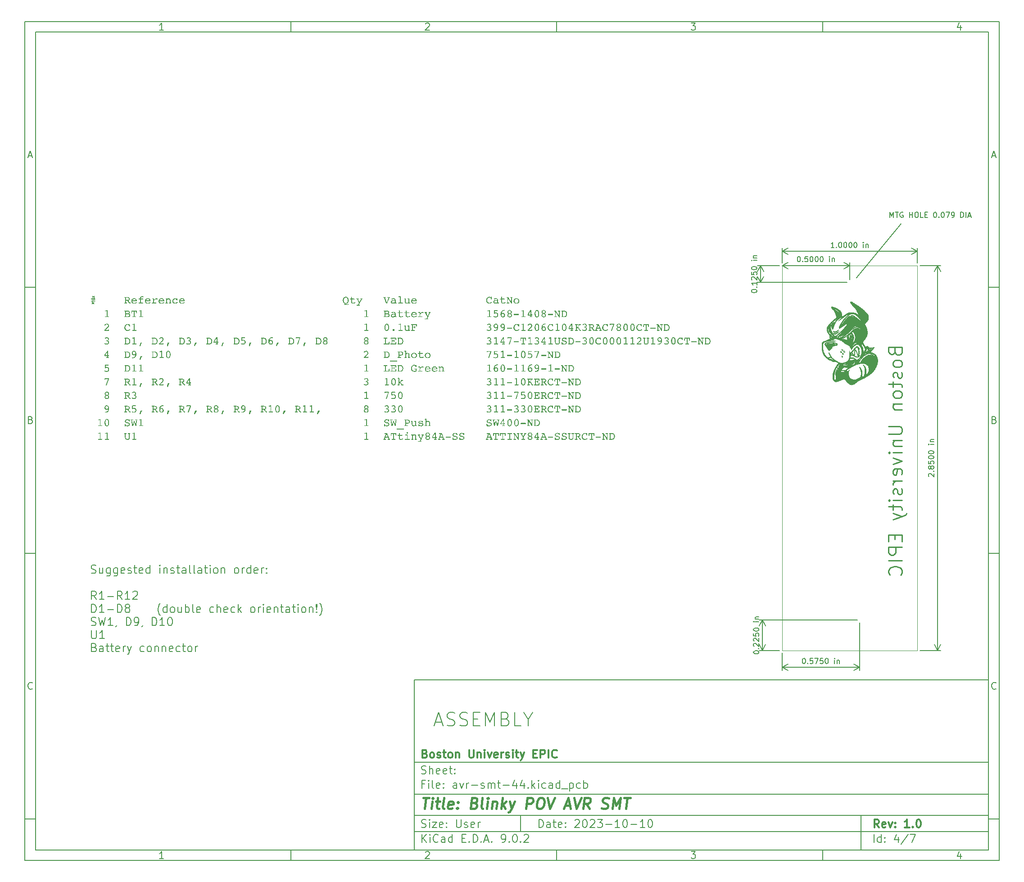
<source format=gbr>
%TF.GenerationSoftware,KiCad,Pcbnew,9.0.2-9.0.2-0~ubuntu24.04.1*%
%TF.CreationDate,2025-05-15T08:42:03-04:00*%
%TF.ProjectId,avr-smt-44,6176722d-736d-4742-9d34-342e6b696361,1.0*%
%TF.SameCoordinates,Original*%
%TF.FileFunction,Legend,Bot*%
%TF.FilePolarity,Positive*%
%FSLAX46Y46*%
G04 Gerber Fmt 4.6, Leading zero omitted, Abs format (unit mm)*
G04 Created by KiCad (PCBNEW 9.0.2-9.0.2-0~ubuntu24.04.1) date 2025-05-15 08:42:03*
%MOMM*%
%LPD*%
G01*
G04 APERTURE LIST*
%ADD10C,0.100000*%
%ADD11C,0.150000*%
%ADD12C,0.300000*%
%ADD13C,0.400000*%
%ADD14C,0.254000*%
%ADD15C,0.010000*%
%ADD16C,0.127000*%
%ADD17C,0.152400*%
%ADD18C,0.203200*%
%TA.AperFunction,Profile*%
%ADD19C,0.100000*%
%TD*%
G04 APERTURE END LIST*
D10*
D11*
X83200000Y-133800000D02*
X191200000Y-133800000D01*
X191200000Y-165800000D01*
X83200000Y-165800000D01*
X83200000Y-133800000D01*
D10*
D11*
X10000000Y-10000000D02*
X193200000Y-10000000D01*
X193200000Y-167800000D01*
X10000000Y-167800000D01*
X10000000Y-10000000D01*
D10*
D11*
X12000000Y-12000000D02*
X191200000Y-12000000D01*
X191200000Y-165800000D01*
X12000000Y-165800000D01*
X12000000Y-12000000D01*
D10*
D11*
X60000000Y-12000000D02*
X60000000Y-10000000D01*
D10*
D11*
X110000000Y-12000000D02*
X110000000Y-10000000D01*
D10*
D11*
X160000000Y-12000000D02*
X160000000Y-10000000D01*
D10*
D11*
X36089160Y-11593604D02*
X35346303Y-11593604D01*
X35717731Y-11593604D02*
X35717731Y-10293604D01*
X35717731Y-10293604D02*
X35593922Y-10479319D01*
X35593922Y-10479319D02*
X35470112Y-10603128D01*
X35470112Y-10603128D02*
X35346303Y-10665033D01*
D10*
D11*
X85346303Y-10417414D02*
X85408207Y-10355509D01*
X85408207Y-10355509D02*
X85532017Y-10293604D01*
X85532017Y-10293604D02*
X85841541Y-10293604D01*
X85841541Y-10293604D02*
X85965350Y-10355509D01*
X85965350Y-10355509D02*
X86027255Y-10417414D01*
X86027255Y-10417414D02*
X86089160Y-10541223D01*
X86089160Y-10541223D02*
X86089160Y-10665033D01*
X86089160Y-10665033D02*
X86027255Y-10850747D01*
X86027255Y-10850747D02*
X85284398Y-11593604D01*
X85284398Y-11593604D02*
X86089160Y-11593604D01*
D10*
D11*
X135284398Y-10293604D02*
X136089160Y-10293604D01*
X136089160Y-10293604D02*
X135655826Y-10788842D01*
X135655826Y-10788842D02*
X135841541Y-10788842D01*
X135841541Y-10788842D02*
X135965350Y-10850747D01*
X135965350Y-10850747D02*
X136027255Y-10912652D01*
X136027255Y-10912652D02*
X136089160Y-11036461D01*
X136089160Y-11036461D02*
X136089160Y-11345985D01*
X136089160Y-11345985D02*
X136027255Y-11469795D01*
X136027255Y-11469795D02*
X135965350Y-11531700D01*
X135965350Y-11531700D02*
X135841541Y-11593604D01*
X135841541Y-11593604D02*
X135470112Y-11593604D01*
X135470112Y-11593604D02*
X135346303Y-11531700D01*
X135346303Y-11531700D02*
X135284398Y-11469795D01*
D10*
D11*
X185965350Y-10726938D02*
X185965350Y-11593604D01*
X185655826Y-10231700D02*
X185346303Y-11160271D01*
X185346303Y-11160271D02*
X186151064Y-11160271D01*
D10*
D11*
X60000000Y-165800000D02*
X60000000Y-167800000D01*
D10*
D11*
X110000000Y-165800000D02*
X110000000Y-167800000D01*
D10*
D11*
X160000000Y-165800000D02*
X160000000Y-167800000D01*
D10*
D11*
X36089160Y-167393604D02*
X35346303Y-167393604D01*
X35717731Y-167393604D02*
X35717731Y-166093604D01*
X35717731Y-166093604D02*
X35593922Y-166279319D01*
X35593922Y-166279319D02*
X35470112Y-166403128D01*
X35470112Y-166403128D02*
X35346303Y-166465033D01*
D10*
D11*
X85346303Y-166217414D02*
X85408207Y-166155509D01*
X85408207Y-166155509D02*
X85532017Y-166093604D01*
X85532017Y-166093604D02*
X85841541Y-166093604D01*
X85841541Y-166093604D02*
X85965350Y-166155509D01*
X85965350Y-166155509D02*
X86027255Y-166217414D01*
X86027255Y-166217414D02*
X86089160Y-166341223D01*
X86089160Y-166341223D02*
X86089160Y-166465033D01*
X86089160Y-166465033D02*
X86027255Y-166650747D01*
X86027255Y-166650747D02*
X85284398Y-167393604D01*
X85284398Y-167393604D02*
X86089160Y-167393604D01*
D10*
D11*
X135284398Y-166093604D02*
X136089160Y-166093604D01*
X136089160Y-166093604D02*
X135655826Y-166588842D01*
X135655826Y-166588842D02*
X135841541Y-166588842D01*
X135841541Y-166588842D02*
X135965350Y-166650747D01*
X135965350Y-166650747D02*
X136027255Y-166712652D01*
X136027255Y-166712652D02*
X136089160Y-166836461D01*
X136089160Y-166836461D02*
X136089160Y-167145985D01*
X136089160Y-167145985D02*
X136027255Y-167269795D01*
X136027255Y-167269795D02*
X135965350Y-167331700D01*
X135965350Y-167331700D02*
X135841541Y-167393604D01*
X135841541Y-167393604D02*
X135470112Y-167393604D01*
X135470112Y-167393604D02*
X135346303Y-167331700D01*
X135346303Y-167331700D02*
X135284398Y-167269795D01*
D10*
D11*
X185965350Y-166526938D02*
X185965350Y-167393604D01*
X185655826Y-166031700D02*
X185346303Y-166960271D01*
X185346303Y-166960271D02*
X186151064Y-166960271D01*
D10*
D11*
X10000000Y-60000000D02*
X12000000Y-60000000D01*
D10*
D11*
X10000000Y-110000000D02*
X12000000Y-110000000D01*
D10*
D11*
X10000000Y-160000000D02*
X12000000Y-160000000D01*
D10*
D11*
X10690476Y-35222176D02*
X11309523Y-35222176D01*
X10566666Y-35593604D02*
X10999999Y-34293604D01*
X10999999Y-34293604D02*
X11433333Y-35593604D01*
D10*
D11*
X11092857Y-84912652D02*
X11278571Y-84974557D01*
X11278571Y-84974557D02*
X11340476Y-85036461D01*
X11340476Y-85036461D02*
X11402380Y-85160271D01*
X11402380Y-85160271D02*
X11402380Y-85345985D01*
X11402380Y-85345985D02*
X11340476Y-85469795D01*
X11340476Y-85469795D02*
X11278571Y-85531700D01*
X11278571Y-85531700D02*
X11154761Y-85593604D01*
X11154761Y-85593604D02*
X10659523Y-85593604D01*
X10659523Y-85593604D02*
X10659523Y-84293604D01*
X10659523Y-84293604D02*
X11092857Y-84293604D01*
X11092857Y-84293604D02*
X11216666Y-84355509D01*
X11216666Y-84355509D02*
X11278571Y-84417414D01*
X11278571Y-84417414D02*
X11340476Y-84541223D01*
X11340476Y-84541223D02*
X11340476Y-84665033D01*
X11340476Y-84665033D02*
X11278571Y-84788842D01*
X11278571Y-84788842D02*
X11216666Y-84850747D01*
X11216666Y-84850747D02*
X11092857Y-84912652D01*
X11092857Y-84912652D02*
X10659523Y-84912652D01*
D10*
D11*
X11402380Y-135469795D02*
X11340476Y-135531700D01*
X11340476Y-135531700D02*
X11154761Y-135593604D01*
X11154761Y-135593604D02*
X11030952Y-135593604D01*
X11030952Y-135593604D02*
X10845238Y-135531700D01*
X10845238Y-135531700D02*
X10721428Y-135407890D01*
X10721428Y-135407890D02*
X10659523Y-135284080D01*
X10659523Y-135284080D02*
X10597619Y-135036461D01*
X10597619Y-135036461D02*
X10597619Y-134850747D01*
X10597619Y-134850747D02*
X10659523Y-134603128D01*
X10659523Y-134603128D02*
X10721428Y-134479319D01*
X10721428Y-134479319D02*
X10845238Y-134355509D01*
X10845238Y-134355509D02*
X11030952Y-134293604D01*
X11030952Y-134293604D02*
X11154761Y-134293604D01*
X11154761Y-134293604D02*
X11340476Y-134355509D01*
X11340476Y-134355509D02*
X11402380Y-134417414D01*
D10*
D11*
X193200000Y-60000000D02*
X191200000Y-60000000D01*
D10*
D11*
X193200000Y-110000000D02*
X191200000Y-110000000D01*
D10*
D11*
X193200000Y-160000000D02*
X191200000Y-160000000D01*
D10*
D11*
X191890476Y-35222176D02*
X192509523Y-35222176D01*
X191766666Y-35593604D02*
X192199999Y-34293604D01*
X192199999Y-34293604D02*
X192633333Y-35593604D01*
D10*
D11*
X192292857Y-84912652D02*
X192478571Y-84974557D01*
X192478571Y-84974557D02*
X192540476Y-85036461D01*
X192540476Y-85036461D02*
X192602380Y-85160271D01*
X192602380Y-85160271D02*
X192602380Y-85345985D01*
X192602380Y-85345985D02*
X192540476Y-85469795D01*
X192540476Y-85469795D02*
X192478571Y-85531700D01*
X192478571Y-85531700D02*
X192354761Y-85593604D01*
X192354761Y-85593604D02*
X191859523Y-85593604D01*
X191859523Y-85593604D02*
X191859523Y-84293604D01*
X191859523Y-84293604D02*
X192292857Y-84293604D01*
X192292857Y-84293604D02*
X192416666Y-84355509D01*
X192416666Y-84355509D02*
X192478571Y-84417414D01*
X192478571Y-84417414D02*
X192540476Y-84541223D01*
X192540476Y-84541223D02*
X192540476Y-84665033D01*
X192540476Y-84665033D02*
X192478571Y-84788842D01*
X192478571Y-84788842D02*
X192416666Y-84850747D01*
X192416666Y-84850747D02*
X192292857Y-84912652D01*
X192292857Y-84912652D02*
X191859523Y-84912652D01*
D10*
D11*
X192602380Y-135469795D02*
X192540476Y-135531700D01*
X192540476Y-135531700D02*
X192354761Y-135593604D01*
X192354761Y-135593604D02*
X192230952Y-135593604D01*
X192230952Y-135593604D02*
X192045238Y-135531700D01*
X192045238Y-135531700D02*
X191921428Y-135407890D01*
X191921428Y-135407890D02*
X191859523Y-135284080D01*
X191859523Y-135284080D02*
X191797619Y-135036461D01*
X191797619Y-135036461D02*
X191797619Y-134850747D01*
X191797619Y-134850747D02*
X191859523Y-134603128D01*
X191859523Y-134603128D02*
X191921428Y-134479319D01*
X191921428Y-134479319D02*
X192045238Y-134355509D01*
X192045238Y-134355509D02*
X192230952Y-134293604D01*
X192230952Y-134293604D02*
X192354761Y-134293604D01*
X192354761Y-134293604D02*
X192540476Y-134355509D01*
X192540476Y-134355509D02*
X192602380Y-134417414D01*
D10*
D11*
X106655826Y-161586128D02*
X106655826Y-160086128D01*
X106655826Y-160086128D02*
X107012969Y-160086128D01*
X107012969Y-160086128D02*
X107227255Y-160157557D01*
X107227255Y-160157557D02*
X107370112Y-160300414D01*
X107370112Y-160300414D02*
X107441541Y-160443271D01*
X107441541Y-160443271D02*
X107512969Y-160728985D01*
X107512969Y-160728985D02*
X107512969Y-160943271D01*
X107512969Y-160943271D02*
X107441541Y-161228985D01*
X107441541Y-161228985D02*
X107370112Y-161371842D01*
X107370112Y-161371842D02*
X107227255Y-161514700D01*
X107227255Y-161514700D02*
X107012969Y-161586128D01*
X107012969Y-161586128D02*
X106655826Y-161586128D01*
X108798684Y-161586128D02*
X108798684Y-160800414D01*
X108798684Y-160800414D02*
X108727255Y-160657557D01*
X108727255Y-160657557D02*
X108584398Y-160586128D01*
X108584398Y-160586128D02*
X108298684Y-160586128D01*
X108298684Y-160586128D02*
X108155826Y-160657557D01*
X108798684Y-161514700D02*
X108655826Y-161586128D01*
X108655826Y-161586128D02*
X108298684Y-161586128D01*
X108298684Y-161586128D02*
X108155826Y-161514700D01*
X108155826Y-161514700D02*
X108084398Y-161371842D01*
X108084398Y-161371842D02*
X108084398Y-161228985D01*
X108084398Y-161228985D02*
X108155826Y-161086128D01*
X108155826Y-161086128D02*
X108298684Y-161014700D01*
X108298684Y-161014700D02*
X108655826Y-161014700D01*
X108655826Y-161014700D02*
X108798684Y-160943271D01*
X109298684Y-160586128D02*
X109870112Y-160586128D01*
X109512969Y-160086128D02*
X109512969Y-161371842D01*
X109512969Y-161371842D02*
X109584398Y-161514700D01*
X109584398Y-161514700D02*
X109727255Y-161586128D01*
X109727255Y-161586128D02*
X109870112Y-161586128D01*
X110941541Y-161514700D02*
X110798684Y-161586128D01*
X110798684Y-161586128D02*
X110512970Y-161586128D01*
X110512970Y-161586128D02*
X110370112Y-161514700D01*
X110370112Y-161514700D02*
X110298684Y-161371842D01*
X110298684Y-161371842D02*
X110298684Y-160800414D01*
X110298684Y-160800414D02*
X110370112Y-160657557D01*
X110370112Y-160657557D02*
X110512970Y-160586128D01*
X110512970Y-160586128D02*
X110798684Y-160586128D01*
X110798684Y-160586128D02*
X110941541Y-160657557D01*
X110941541Y-160657557D02*
X111012970Y-160800414D01*
X111012970Y-160800414D02*
X111012970Y-160943271D01*
X111012970Y-160943271D02*
X110298684Y-161086128D01*
X111655826Y-161443271D02*
X111727255Y-161514700D01*
X111727255Y-161514700D02*
X111655826Y-161586128D01*
X111655826Y-161586128D02*
X111584398Y-161514700D01*
X111584398Y-161514700D02*
X111655826Y-161443271D01*
X111655826Y-161443271D02*
X111655826Y-161586128D01*
X111655826Y-160657557D02*
X111727255Y-160728985D01*
X111727255Y-160728985D02*
X111655826Y-160800414D01*
X111655826Y-160800414D02*
X111584398Y-160728985D01*
X111584398Y-160728985D02*
X111655826Y-160657557D01*
X111655826Y-160657557D02*
X111655826Y-160800414D01*
X113441541Y-160228985D02*
X113512969Y-160157557D01*
X113512969Y-160157557D02*
X113655827Y-160086128D01*
X113655827Y-160086128D02*
X114012969Y-160086128D01*
X114012969Y-160086128D02*
X114155827Y-160157557D01*
X114155827Y-160157557D02*
X114227255Y-160228985D01*
X114227255Y-160228985D02*
X114298684Y-160371842D01*
X114298684Y-160371842D02*
X114298684Y-160514700D01*
X114298684Y-160514700D02*
X114227255Y-160728985D01*
X114227255Y-160728985D02*
X113370112Y-161586128D01*
X113370112Y-161586128D02*
X114298684Y-161586128D01*
X115227255Y-160086128D02*
X115370112Y-160086128D01*
X115370112Y-160086128D02*
X115512969Y-160157557D01*
X115512969Y-160157557D02*
X115584398Y-160228985D01*
X115584398Y-160228985D02*
X115655826Y-160371842D01*
X115655826Y-160371842D02*
X115727255Y-160657557D01*
X115727255Y-160657557D02*
X115727255Y-161014700D01*
X115727255Y-161014700D02*
X115655826Y-161300414D01*
X115655826Y-161300414D02*
X115584398Y-161443271D01*
X115584398Y-161443271D02*
X115512969Y-161514700D01*
X115512969Y-161514700D02*
X115370112Y-161586128D01*
X115370112Y-161586128D02*
X115227255Y-161586128D01*
X115227255Y-161586128D02*
X115084398Y-161514700D01*
X115084398Y-161514700D02*
X115012969Y-161443271D01*
X115012969Y-161443271D02*
X114941540Y-161300414D01*
X114941540Y-161300414D02*
X114870112Y-161014700D01*
X114870112Y-161014700D02*
X114870112Y-160657557D01*
X114870112Y-160657557D02*
X114941540Y-160371842D01*
X114941540Y-160371842D02*
X115012969Y-160228985D01*
X115012969Y-160228985D02*
X115084398Y-160157557D01*
X115084398Y-160157557D02*
X115227255Y-160086128D01*
X116298683Y-160228985D02*
X116370111Y-160157557D01*
X116370111Y-160157557D02*
X116512969Y-160086128D01*
X116512969Y-160086128D02*
X116870111Y-160086128D01*
X116870111Y-160086128D02*
X117012969Y-160157557D01*
X117012969Y-160157557D02*
X117084397Y-160228985D01*
X117084397Y-160228985D02*
X117155826Y-160371842D01*
X117155826Y-160371842D02*
X117155826Y-160514700D01*
X117155826Y-160514700D02*
X117084397Y-160728985D01*
X117084397Y-160728985D02*
X116227254Y-161586128D01*
X116227254Y-161586128D02*
X117155826Y-161586128D01*
X117655825Y-160086128D02*
X118584397Y-160086128D01*
X118584397Y-160086128D02*
X118084397Y-160657557D01*
X118084397Y-160657557D02*
X118298682Y-160657557D01*
X118298682Y-160657557D02*
X118441540Y-160728985D01*
X118441540Y-160728985D02*
X118512968Y-160800414D01*
X118512968Y-160800414D02*
X118584397Y-160943271D01*
X118584397Y-160943271D02*
X118584397Y-161300414D01*
X118584397Y-161300414D02*
X118512968Y-161443271D01*
X118512968Y-161443271D02*
X118441540Y-161514700D01*
X118441540Y-161514700D02*
X118298682Y-161586128D01*
X118298682Y-161586128D02*
X117870111Y-161586128D01*
X117870111Y-161586128D02*
X117727254Y-161514700D01*
X117727254Y-161514700D02*
X117655825Y-161443271D01*
X119227253Y-161014700D02*
X120370111Y-161014700D01*
X121870111Y-161586128D02*
X121012968Y-161586128D01*
X121441539Y-161586128D02*
X121441539Y-160086128D01*
X121441539Y-160086128D02*
X121298682Y-160300414D01*
X121298682Y-160300414D02*
X121155825Y-160443271D01*
X121155825Y-160443271D02*
X121012968Y-160514700D01*
X122798682Y-160086128D02*
X122941539Y-160086128D01*
X122941539Y-160086128D02*
X123084396Y-160157557D01*
X123084396Y-160157557D02*
X123155825Y-160228985D01*
X123155825Y-160228985D02*
X123227253Y-160371842D01*
X123227253Y-160371842D02*
X123298682Y-160657557D01*
X123298682Y-160657557D02*
X123298682Y-161014700D01*
X123298682Y-161014700D02*
X123227253Y-161300414D01*
X123227253Y-161300414D02*
X123155825Y-161443271D01*
X123155825Y-161443271D02*
X123084396Y-161514700D01*
X123084396Y-161514700D02*
X122941539Y-161586128D01*
X122941539Y-161586128D02*
X122798682Y-161586128D01*
X122798682Y-161586128D02*
X122655825Y-161514700D01*
X122655825Y-161514700D02*
X122584396Y-161443271D01*
X122584396Y-161443271D02*
X122512967Y-161300414D01*
X122512967Y-161300414D02*
X122441539Y-161014700D01*
X122441539Y-161014700D02*
X122441539Y-160657557D01*
X122441539Y-160657557D02*
X122512967Y-160371842D01*
X122512967Y-160371842D02*
X122584396Y-160228985D01*
X122584396Y-160228985D02*
X122655825Y-160157557D01*
X122655825Y-160157557D02*
X122798682Y-160086128D01*
X123941538Y-161014700D02*
X125084396Y-161014700D01*
X126584396Y-161586128D02*
X125727253Y-161586128D01*
X126155824Y-161586128D02*
X126155824Y-160086128D01*
X126155824Y-160086128D02*
X126012967Y-160300414D01*
X126012967Y-160300414D02*
X125870110Y-160443271D01*
X125870110Y-160443271D02*
X125727253Y-160514700D01*
X127512967Y-160086128D02*
X127655824Y-160086128D01*
X127655824Y-160086128D02*
X127798681Y-160157557D01*
X127798681Y-160157557D02*
X127870110Y-160228985D01*
X127870110Y-160228985D02*
X127941538Y-160371842D01*
X127941538Y-160371842D02*
X128012967Y-160657557D01*
X128012967Y-160657557D02*
X128012967Y-161014700D01*
X128012967Y-161014700D02*
X127941538Y-161300414D01*
X127941538Y-161300414D02*
X127870110Y-161443271D01*
X127870110Y-161443271D02*
X127798681Y-161514700D01*
X127798681Y-161514700D02*
X127655824Y-161586128D01*
X127655824Y-161586128D02*
X127512967Y-161586128D01*
X127512967Y-161586128D02*
X127370110Y-161514700D01*
X127370110Y-161514700D02*
X127298681Y-161443271D01*
X127298681Y-161443271D02*
X127227252Y-161300414D01*
X127227252Y-161300414D02*
X127155824Y-161014700D01*
X127155824Y-161014700D02*
X127155824Y-160657557D01*
X127155824Y-160657557D02*
X127227252Y-160371842D01*
X127227252Y-160371842D02*
X127298681Y-160228985D01*
X127298681Y-160228985D02*
X127370110Y-160157557D01*
X127370110Y-160157557D02*
X127512967Y-160086128D01*
D10*
D11*
X83200000Y-162300000D02*
X191200000Y-162300000D01*
D10*
D11*
X84655826Y-164386128D02*
X84655826Y-162886128D01*
X85512969Y-164386128D02*
X84870112Y-163528985D01*
X85512969Y-162886128D02*
X84655826Y-163743271D01*
X86155826Y-164386128D02*
X86155826Y-163386128D01*
X86155826Y-162886128D02*
X86084398Y-162957557D01*
X86084398Y-162957557D02*
X86155826Y-163028985D01*
X86155826Y-163028985D02*
X86227255Y-162957557D01*
X86227255Y-162957557D02*
X86155826Y-162886128D01*
X86155826Y-162886128D02*
X86155826Y-163028985D01*
X87727255Y-164243271D02*
X87655827Y-164314700D01*
X87655827Y-164314700D02*
X87441541Y-164386128D01*
X87441541Y-164386128D02*
X87298684Y-164386128D01*
X87298684Y-164386128D02*
X87084398Y-164314700D01*
X87084398Y-164314700D02*
X86941541Y-164171842D01*
X86941541Y-164171842D02*
X86870112Y-164028985D01*
X86870112Y-164028985D02*
X86798684Y-163743271D01*
X86798684Y-163743271D02*
X86798684Y-163528985D01*
X86798684Y-163528985D02*
X86870112Y-163243271D01*
X86870112Y-163243271D02*
X86941541Y-163100414D01*
X86941541Y-163100414D02*
X87084398Y-162957557D01*
X87084398Y-162957557D02*
X87298684Y-162886128D01*
X87298684Y-162886128D02*
X87441541Y-162886128D01*
X87441541Y-162886128D02*
X87655827Y-162957557D01*
X87655827Y-162957557D02*
X87727255Y-163028985D01*
X89012970Y-164386128D02*
X89012970Y-163600414D01*
X89012970Y-163600414D02*
X88941541Y-163457557D01*
X88941541Y-163457557D02*
X88798684Y-163386128D01*
X88798684Y-163386128D02*
X88512970Y-163386128D01*
X88512970Y-163386128D02*
X88370112Y-163457557D01*
X89012970Y-164314700D02*
X88870112Y-164386128D01*
X88870112Y-164386128D02*
X88512970Y-164386128D01*
X88512970Y-164386128D02*
X88370112Y-164314700D01*
X88370112Y-164314700D02*
X88298684Y-164171842D01*
X88298684Y-164171842D02*
X88298684Y-164028985D01*
X88298684Y-164028985D02*
X88370112Y-163886128D01*
X88370112Y-163886128D02*
X88512970Y-163814700D01*
X88512970Y-163814700D02*
X88870112Y-163814700D01*
X88870112Y-163814700D02*
X89012970Y-163743271D01*
X90370113Y-164386128D02*
X90370113Y-162886128D01*
X90370113Y-164314700D02*
X90227255Y-164386128D01*
X90227255Y-164386128D02*
X89941541Y-164386128D01*
X89941541Y-164386128D02*
X89798684Y-164314700D01*
X89798684Y-164314700D02*
X89727255Y-164243271D01*
X89727255Y-164243271D02*
X89655827Y-164100414D01*
X89655827Y-164100414D02*
X89655827Y-163671842D01*
X89655827Y-163671842D02*
X89727255Y-163528985D01*
X89727255Y-163528985D02*
X89798684Y-163457557D01*
X89798684Y-163457557D02*
X89941541Y-163386128D01*
X89941541Y-163386128D02*
X90227255Y-163386128D01*
X90227255Y-163386128D02*
X90370113Y-163457557D01*
X92227255Y-163600414D02*
X92727255Y-163600414D01*
X92941541Y-164386128D02*
X92227255Y-164386128D01*
X92227255Y-164386128D02*
X92227255Y-162886128D01*
X92227255Y-162886128D02*
X92941541Y-162886128D01*
X93584398Y-164243271D02*
X93655827Y-164314700D01*
X93655827Y-164314700D02*
X93584398Y-164386128D01*
X93584398Y-164386128D02*
X93512970Y-164314700D01*
X93512970Y-164314700D02*
X93584398Y-164243271D01*
X93584398Y-164243271D02*
X93584398Y-164386128D01*
X94298684Y-164386128D02*
X94298684Y-162886128D01*
X94298684Y-162886128D02*
X94655827Y-162886128D01*
X94655827Y-162886128D02*
X94870113Y-162957557D01*
X94870113Y-162957557D02*
X95012970Y-163100414D01*
X95012970Y-163100414D02*
X95084399Y-163243271D01*
X95084399Y-163243271D02*
X95155827Y-163528985D01*
X95155827Y-163528985D02*
X95155827Y-163743271D01*
X95155827Y-163743271D02*
X95084399Y-164028985D01*
X95084399Y-164028985D02*
X95012970Y-164171842D01*
X95012970Y-164171842D02*
X94870113Y-164314700D01*
X94870113Y-164314700D02*
X94655827Y-164386128D01*
X94655827Y-164386128D02*
X94298684Y-164386128D01*
X95798684Y-164243271D02*
X95870113Y-164314700D01*
X95870113Y-164314700D02*
X95798684Y-164386128D01*
X95798684Y-164386128D02*
X95727256Y-164314700D01*
X95727256Y-164314700D02*
X95798684Y-164243271D01*
X95798684Y-164243271D02*
X95798684Y-164386128D01*
X96441542Y-163957557D02*
X97155828Y-163957557D01*
X96298685Y-164386128D02*
X96798685Y-162886128D01*
X96798685Y-162886128D02*
X97298685Y-164386128D01*
X97798684Y-164243271D02*
X97870113Y-164314700D01*
X97870113Y-164314700D02*
X97798684Y-164386128D01*
X97798684Y-164386128D02*
X97727256Y-164314700D01*
X97727256Y-164314700D02*
X97798684Y-164243271D01*
X97798684Y-164243271D02*
X97798684Y-164386128D01*
X99727256Y-164386128D02*
X100012970Y-164386128D01*
X100012970Y-164386128D02*
X100155827Y-164314700D01*
X100155827Y-164314700D02*
X100227256Y-164243271D01*
X100227256Y-164243271D02*
X100370113Y-164028985D01*
X100370113Y-164028985D02*
X100441542Y-163743271D01*
X100441542Y-163743271D02*
X100441542Y-163171842D01*
X100441542Y-163171842D02*
X100370113Y-163028985D01*
X100370113Y-163028985D02*
X100298685Y-162957557D01*
X100298685Y-162957557D02*
X100155827Y-162886128D01*
X100155827Y-162886128D02*
X99870113Y-162886128D01*
X99870113Y-162886128D02*
X99727256Y-162957557D01*
X99727256Y-162957557D02*
X99655827Y-163028985D01*
X99655827Y-163028985D02*
X99584399Y-163171842D01*
X99584399Y-163171842D02*
X99584399Y-163528985D01*
X99584399Y-163528985D02*
X99655827Y-163671842D01*
X99655827Y-163671842D02*
X99727256Y-163743271D01*
X99727256Y-163743271D02*
X99870113Y-163814700D01*
X99870113Y-163814700D02*
X100155827Y-163814700D01*
X100155827Y-163814700D02*
X100298685Y-163743271D01*
X100298685Y-163743271D02*
X100370113Y-163671842D01*
X100370113Y-163671842D02*
X100441542Y-163528985D01*
X101084398Y-164243271D02*
X101155827Y-164314700D01*
X101155827Y-164314700D02*
X101084398Y-164386128D01*
X101084398Y-164386128D02*
X101012970Y-164314700D01*
X101012970Y-164314700D02*
X101084398Y-164243271D01*
X101084398Y-164243271D02*
X101084398Y-164386128D01*
X102084399Y-162886128D02*
X102227256Y-162886128D01*
X102227256Y-162886128D02*
X102370113Y-162957557D01*
X102370113Y-162957557D02*
X102441542Y-163028985D01*
X102441542Y-163028985D02*
X102512970Y-163171842D01*
X102512970Y-163171842D02*
X102584399Y-163457557D01*
X102584399Y-163457557D02*
X102584399Y-163814700D01*
X102584399Y-163814700D02*
X102512970Y-164100414D01*
X102512970Y-164100414D02*
X102441542Y-164243271D01*
X102441542Y-164243271D02*
X102370113Y-164314700D01*
X102370113Y-164314700D02*
X102227256Y-164386128D01*
X102227256Y-164386128D02*
X102084399Y-164386128D01*
X102084399Y-164386128D02*
X101941542Y-164314700D01*
X101941542Y-164314700D02*
X101870113Y-164243271D01*
X101870113Y-164243271D02*
X101798684Y-164100414D01*
X101798684Y-164100414D02*
X101727256Y-163814700D01*
X101727256Y-163814700D02*
X101727256Y-163457557D01*
X101727256Y-163457557D02*
X101798684Y-163171842D01*
X101798684Y-163171842D02*
X101870113Y-163028985D01*
X101870113Y-163028985D02*
X101941542Y-162957557D01*
X101941542Y-162957557D02*
X102084399Y-162886128D01*
X103227255Y-164243271D02*
X103298684Y-164314700D01*
X103298684Y-164314700D02*
X103227255Y-164386128D01*
X103227255Y-164386128D02*
X103155827Y-164314700D01*
X103155827Y-164314700D02*
X103227255Y-164243271D01*
X103227255Y-164243271D02*
X103227255Y-164386128D01*
X103870113Y-163028985D02*
X103941541Y-162957557D01*
X103941541Y-162957557D02*
X104084399Y-162886128D01*
X104084399Y-162886128D02*
X104441541Y-162886128D01*
X104441541Y-162886128D02*
X104584399Y-162957557D01*
X104584399Y-162957557D02*
X104655827Y-163028985D01*
X104655827Y-163028985D02*
X104727256Y-163171842D01*
X104727256Y-163171842D02*
X104727256Y-163314700D01*
X104727256Y-163314700D02*
X104655827Y-163528985D01*
X104655827Y-163528985D02*
X103798684Y-164386128D01*
X103798684Y-164386128D02*
X104727256Y-164386128D01*
D10*
D11*
X83200000Y-159300000D02*
X191200000Y-159300000D01*
D10*
D12*
X170611653Y-161578328D02*
X170111653Y-160864042D01*
X169754510Y-161578328D02*
X169754510Y-160078328D01*
X169754510Y-160078328D02*
X170325939Y-160078328D01*
X170325939Y-160078328D02*
X170468796Y-160149757D01*
X170468796Y-160149757D02*
X170540225Y-160221185D01*
X170540225Y-160221185D02*
X170611653Y-160364042D01*
X170611653Y-160364042D02*
X170611653Y-160578328D01*
X170611653Y-160578328D02*
X170540225Y-160721185D01*
X170540225Y-160721185D02*
X170468796Y-160792614D01*
X170468796Y-160792614D02*
X170325939Y-160864042D01*
X170325939Y-160864042D02*
X169754510Y-160864042D01*
X171825939Y-161506900D02*
X171683082Y-161578328D01*
X171683082Y-161578328D02*
X171397368Y-161578328D01*
X171397368Y-161578328D02*
X171254510Y-161506900D01*
X171254510Y-161506900D02*
X171183082Y-161364042D01*
X171183082Y-161364042D02*
X171183082Y-160792614D01*
X171183082Y-160792614D02*
X171254510Y-160649757D01*
X171254510Y-160649757D02*
X171397368Y-160578328D01*
X171397368Y-160578328D02*
X171683082Y-160578328D01*
X171683082Y-160578328D02*
X171825939Y-160649757D01*
X171825939Y-160649757D02*
X171897368Y-160792614D01*
X171897368Y-160792614D02*
X171897368Y-160935471D01*
X171897368Y-160935471D02*
X171183082Y-161078328D01*
X172397367Y-160578328D02*
X172754510Y-161578328D01*
X172754510Y-161578328D02*
X173111653Y-160578328D01*
X173683081Y-161435471D02*
X173754510Y-161506900D01*
X173754510Y-161506900D02*
X173683081Y-161578328D01*
X173683081Y-161578328D02*
X173611653Y-161506900D01*
X173611653Y-161506900D02*
X173683081Y-161435471D01*
X173683081Y-161435471D02*
X173683081Y-161578328D01*
X173683081Y-160649757D02*
X173754510Y-160721185D01*
X173754510Y-160721185D02*
X173683081Y-160792614D01*
X173683081Y-160792614D02*
X173611653Y-160721185D01*
X173611653Y-160721185D02*
X173683081Y-160649757D01*
X173683081Y-160649757D02*
X173683081Y-160792614D01*
X176325939Y-161578328D02*
X175468796Y-161578328D01*
X175897367Y-161578328D02*
X175897367Y-160078328D01*
X175897367Y-160078328D02*
X175754510Y-160292614D01*
X175754510Y-160292614D02*
X175611653Y-160435471D01*
X175611653Y-160435471D02*
X175468796Y-160506900D01*
X176968795Y-161435471D02*
X177040224Y-161506900D01*
X177040224Y-161506900D02*
X176968795Y-161578328D01*
X176968795Y-161578328D02*
X176897367Y-161506900D01*
X176897367Y-161506900D02*
X176968795Y-161435471D01*
X176968795Y-161435471D02*
X176968795Y-161578328D01*
X177968796Y-160078328D02*
X178111653Y-160078328D01*
X178111653Y-160078328D02*
X178254510Y-160149757D01*
X178254510Y-160149757D02*
X178325939Y-160221185D01*
X178325939Y-160221185D02*
X178397367Y-160364042D01*
X178397367Y-160364042D02*
X178468796Y-160649757D01*
X178468796Y-160649757D02*
X178468796Y-161006900D01*
X178468796Y-161006900D02*
X178397367Y-161292614D01*
X178397367Y-161292614D02*
X178325939Y-161435471D01*
X178325939Y-161435471D02*
X178254510Y-161506900D01*
X178254510Y-161506900D02*
X178111653Y-161578328D01*
X178111653Y-161578328D02*
X177968796Y-161578328D01*
X177968796Y-161578328D02*
X177825939Y-161506900D01*
X177825939Y-161506900D02*
X177754510Y-161435471D01*
X177754510Y-161435471D02*
X177683081Y-161292614D01*
X177683081Y-161292614D02*
X177611653Y-161006900D01*
X177611653Y-161006900D02*
X177611653Y-160649757D01*
X177611653Y-160649757D02*
X177683081Y-160364042D01*
X177683081Y-160364042D02*
X177754510Y-160221185D01*
X177754510Y-160221185D02*
X177825939Y-160149757D01*
X177825939Y-160149757D02*
X177968796Y-160078328D01*
D10*
D11*
X84584398Y-161514700D02*
X84798684Y-161586128D01*
X84798684Y-161586128D02*
X85155826Y-161586128D01*
X85155826Y-161586128D02*
X85298684Y-161514700D01*
X85298684Y-161514700D02*
X85370112Y-161443271D01*
X85370112Y-161443271D02*
X85441541Y-161300414D01*
X85441541Y-161300414D02*
X85441541Y-161157557D01*
X85441541Y-161157557D02*
X85370112Y-161014700D01*
X85370112Y-161014700D02*
X85298684Y-160943271D01*
X85298684Y-160943271D02*
X85155826Y-160871842D01*
X85155826Y-160871842D02*
X84870112Y-160800414D01*
X84870112Y-160800414D02*
X84727255Y-160728985D01*
X84727255Y-160728985D02*
X84655826Y-160657557D01*
X84655826Y-160657557D02*
X84584398Y-160514700D01*
X84584398Y-160514700D02*
X84584398Y-160371842D01*
X84584398Y-160371842D02*
X84655826Y-160228985D01*
X84655826Y-160228985D02*
X84727255Y-160157557D01*
X84727255Y-160157557D02*
X84870112Y-160086128D01*
X84870112Y-160086128D02*
X85227255Y-160086128D01*
X85227255Y-160086128D02*
X85441541Y-160157557D01*
X86084397Y-161586128D02*
X86084397Y-160586128D01*
X86084397Y-160086128D02*
X86012969Y-160157557D01*
X86012969Y-160157557D02*
X86084397Y-160228985D01*
X86084397Y-160228985D02*
X86155826Y-160157557D01*
X86155826Y-160157557D02*
X86084397Y-160086128D01*
X86084397Y-160086128D02*
X86084397Y-160228985D01*
X86655826Y-160586128D02*
X87441541Y-160586128D01*
X87441541Y-160586128D02*
X86655826Y-161586128D01*
X86655826Y-161586128D02*
X87441541Y-161586128D01*
X88584398Y-161514700D02*
X88441541Y-161586128D01*
X88441541Y-161586128D02*
X88155827Y-161586128D01*
X88155827Y-161586128D02*
X88012969Y-161514700D01*
X88012969Y-161514700D02*
X87941541Y-161371842D01*
X87941541Y-161371842D02*
X87941541Y-160800414D01*
X87941541Y-160800414D02*
X88012969Y-160657557D01*
X88012969Y-160657557D02*
X88155827Y-160586128D01*
X88155827Y-160586128D02*
X88441541Y-160586128D01*
X88441541Y-160586128D02*
X88584398Y-160657557D01*
X88584398Y-160657557D02*
X88655827Y-160800414D01*
X88655827Y-160800414D02*
X88655827Y-160943271D01*
X88655827Y-160943271D02*
X87941541Y-161086128D01*
X89298683Y-161443271D02*
X89370112Y-161514700D01*
X89370112Y-161514700D02*
X89298683Y-161586128D01*
X89298683Y-161586128D02*
X89227255Y-161514700D01*
X89227255Y-161514700D02*
X89298683Y-161443271D01*
X89298683Y-161443271D02*
X89298683Y-161586128D01*
X89298683Y-160657557D02*
X89370112Y-160728985D01*
X89370112Y-160728985D02*
X89298683Y-160800414D01*
X89298683Y-160800414D02*
X89227255Y-160728985D01*
X89227255Y-160728985D02*
X89298683Y-160657557D01*
X89298683Y-160657557D02*
X89298683Y-160800414D01*
X91155826Y-160086128D02*
X91155826Y-161300414D01*
X91155826Y-161300414D02*
X91227255Y-161443271D01*
X91227255Y-161443271D02*
X91298684Y-161514700D01*
X91298684Y-161514700D02*
X91441541Y-161586128D01*
X91441541Y-161586128D02*
X91727255Y-161586128D01*
X91727255Y-161586128D02*
X91870112Y-161514700D01*
X91870112Y-161514700D02*
X91941541Y-161443271D01*
X91941541Y-161443271D02*
X92012969Y-161300414D01*
X92012969Y-161300414D02*
X92012969Y-160086128D01*
X92655827Y-161514700D02*
X92798684Y-161586128D01*
X92798684Y-161586128D02*
X93084398Y-161586128D01*
X93084398Y-161586128D02*
X93227255Y-161514700D01*
X93227255Y-161514700D02*
X93298684Y-161371842D01*
X93298684Y-161371842D02*
X93298684Y-161300414D01*
X93298684Y-161300414D02*
X93227255Y-161157557D01*
X93227255Y-161157557D02*
X93084398Y-161086128D01*
X93084398Y-161086128D02*
X92870113Y-161086128D01*
X92870113Y-161086128D02*
X92727255Y-161014700D01*
X92727255Y-161014700D02*
X92655827Y-160871842D01*
X92655827Y-160871842D02*
X92655827Y-160800414D01*
X92655827Y-160800414D02*
X92727255Y-160657557D01*
X92727255Y-160657557D02*
X92870113Y-160586128D01*
X92870113Y-160586128D02*
X93084398Y-160586128D01*
X93084398Y-160586128D02*
X93227255Y-160657557D01*
X94512970Y-161514700D02*
X94370113Y-161586128D01*
X94370113Y-161586128D02*
X94084399Y-161586128D01*
X94084399Y-161586128D02*
X93941541Y-161514700D01*
X93941541Y-161514700D02*
X93870113Y-161371842D01*
X93870113Y-161371842D02*
X93870113Y-160800414D01*
X93870113Y-160800414D02*
X93941541Y-160657557D01*
X93941541Y-160657557D02*
X94084399Y-160586128D01*
X94084399Y-160586128D02*
X94370113Y-160586128D01*
X94370113Y-160586128D02*
X94512970Y-160657557D01*
X94512970Y-160657557D02*
X94584399Y-160800414D01*
X94584399Y-160800414D02*
X94584399Y-160943271D01*
X94584399Y-160943271D02*
X93870113Y-161086128D01*
X95227255Y-161586128D02*
X95227255Y-160586128D01*
X95227255Y-160871842D02*
X95298684Y-160728985D01*
X95298684Y-160728985D02*
X95370113Y-160657557D01*
X95370113Y-160657557D02*
X95512970Y-160586128D01*
X95512970Y-160586128D02*
X95655827Y-160586128D01*
D10*
D11*
X169655826Y-164386128D02*
X169655826Y-162886128D01*
X171012970Y-164386128D02*
X171012970Y-162886128D01*
X171012970Y-164314700D02*
X170870112Y-164386128D01*
X170870112Y-164386128D02*
X170584398Y-164386128D01*
X170584398Y-164386128D02*
X170441541Y-164314700D01*
X170441541Y-164314700D02*
X170370112Y-164243271D01*
X170370112Y-164243271D02*
X170298684Y-164100414D01*
X170298684Y-164100414D02*
X170298684Y-163671842D01*
X170298684Y-163671842D02*
X170370112Y-163528985D01*
X170370112Y-163528985D02*
X170441541Y-163457557D01*
X170441541Y-163457557D02*
X170584398Y-163386128D01*
X170584398Y-163386128D02*
X170870112Y-163386128D01*
X170870112Y-163386128D02*
X171012970Y-163457557D01*
X171727255Y-164243271D02*
X171798684Y-164314700D01*
X171798684Y-164314700D02*
X171727255Y-164386128D01*
X171727255Y-164386128D02*
X171655827Y-164314700D01*
X171655827Y-164314700D02*
X171727255Y-164243271D01*
X171727255Y-164243271D02*
X171727255Y-164386128D01*
X171727255Y-163457557D02*
X171798684Y-163528985D01*
X171798684Y-163528985D02*
X171727255Y-163600414D01*
X171727255Y-163600414D02*
X171655827Y-163528985D01*
X171655827Y-163528985D02*
X171727255Y-163457557D01*
X171727255Y-163457557D02*
X171727255Y-163600414D01*
X174227256Y-163386128D02*
X174227256Y-164386128D01*
X173870113Y-162814700D02*
X173512970Y-163886128D01*
X173512970Y-163886128D02*
X174441541Y-163886128D01*
X176084398Y-162814700D02*
X174798684Y-164743271D01*
X176441541Y-162886128D02*
X177441541Y-162886128D01*
X177441541Y-162886128D02*
X176798684Y-164386128D01*
D10*
D11*
X83200000Y-155300000D02*
X191200000Y-155300000D01*
D10*
D13*
X84891728Y-156004438D02*
X86034585Y-156004438D01*
X85213157Y-158004438D02*
X85463157Y-156004438D01*
X86451252Y-158004438D02*
X86617919Y-156671104D01*
X86701252Y-156004438D02*
X86594109Y-156099676D01*
X86594109Y-156099676D02*
X86677443Y-156194914D01*
X86677443Y-156194914D02*
X86784586Y-156099676D01*
X86784586Y-156099676D02*
X86701252Y-156004438D01*
X86701252Y-156004438D02*
X86677443Y-156194914D01*
X87284586Y-156671104D02*
X88046490Y-156671104D01*
X87653633Y-156004438D02*
X87439348Y-157718723D01*
X87439348Y-157718723D02*
X87510776Y-157909200D01*
X87510776Y-157909200D02*
X87689348Y-158004438D01*
X87689348Y-158004438D02*
X87879824Y-158004438D01*
X88832205Y-158004438D02*
X88653633Y-157909200D01*
X88653633Y-157909200D02*
X88582205Y-157718723D01*
X88582205Y-157718723D02*
X88796490Y-156004438D01*
X90367919Y-157909200D02*
X90165538Y-158004438D01*
X90165538Y-158004438D02*
X89784585Y-158004438D01*
X89784585Y-158004438D02*
X89606014Y-157909200D01*
X89606014Y-157909200D02*
X89534585Y-157718723D01*
X89534585Y-157718723D02*
X89629824Y-156956819D01*
X89629824Y-156956819D02*
X89748871Y-156766342D01*
X89748871Y-156766342D02*
X89951252Y-156671104D01*
X89951252Y-156671104D02*
X90332204Y-156671104D01*
X90332204Y-156671104D02*
X90510776Y-156766342D01*
X90510776Y-156766342D02*
X90582204Y-156956819D01*
X90582204Y-156956819D02*
X90558395Y-157147295D01*
X90558395Y-157147295D02*
X89582204Y-157337771D01*
X91332205Y-157813961D02*
X91415538Y-157909200D01*
X91415538Y-157909200D02*
X91308395Y-158004438D01*
X91308395Y-158004438D02*
X91225062Y-157909200D01*
X91225062Y-157909200D02*
X91332205Y-157813961D01*
X91332205Y-157813961D02*
X91308395Y-158004438D01*
X91463157Y-156766342D02*
X91546490Y-156861580D01*
X91546490Y-156861580D02*
X91439348Y-156956819D01*
X91439348Y-156956819D02*
X91356014Y-156861580D01*
X91356014Y-156861580D02*
X91463157Y-156766342D01*
X91463157Y-156766342D02*
X91439348Y-156956819D01*
X94582205Y-156956819D02*
X94856015Y-157052057D01*
X94856015Y-157052057D02*
X94939348Y-157147295D01*
X94939348Y-157147295D02*
X95010777Y-157337771D01*
X95010777Y-157337771D02*
X94975062Y-157623485D01*
X94975062Y-157623485D02*
X94856015Y-157813961D01*
X94856015Y-157813961D02*
X94748872Y-157909200D01*
X94748872Y-157909200D02*
X94546491Y-158004438D01*
X94546491Y-158004438D02*
X93784586Y-158004438D01*
X93784586Y-158004438D02*
X94034586Y-156004438D01*
X94034586Y-156004438D02*
X94701253Y-156004438D01*
X94701253Y-156004438D02*
X94879824Y-156099676D01*
X94879824Y-156099676D02*
X94963158Y-156194914D01*
X94963158Y-156194914D02*
X95034586Y-156385390D01*
X95034586Y-156385390D02*
X95010777Y-156575866D01*
X95010777Y-156575866D02*
X94891729Y-156766342D01*
X94891729Y-156766342D02*
X94784586Y-156861580D01*
X94784586Y-156861580D02*
X94582205Y-156956819D01*
X94582205Y-156956819D02*
X93915539Y-156956819D01*
X96070301Y-158004438D02*
X95891729Y-157909200D01*
X95891729Y-157909200D02*
X95820301Y-157718723D01*
X95820301Y-157718723D02*
X96034586Y-156004438D01*
X96832205Y-158004438D02*
X96998872Y-156671104D01*
X97082205Y-156004438D02*
X96975062Y-156099676D01*
X96975062Y-156099676D02*
X97058396Y-156194914D01*
X97058396Y-156194914D02*
X97165539Y-156099676D01*
X97165539Y-156099676D02*
X97082205Y-156004438D01*
X97082205Y-156004438D02*
X97058396Y-156194914D01*
X97951253Y-156671104D02*
X97784586Y-158004438D01*
X97927443Y-156861580D02*
X98034586Y-156766342D01*
X98034586Y-156766342D02*
X98236967Y-156671104D01*
X98236967Y-156671104D02*
X98522681Y-156671104D01*
X98522681Y-156671104D02*
X98701253Y-156766342D01*
X98701253Y-156766342D02*
X98772681Y-156956819D01*
X98772681Y-156956819D02*
X98641729Y-158004438D01*
X99594110Y-158004438D02*
X99844110Y-156004438D01*
X99879825Y-157242533D02*
X100356015Y-158004438D01*
X100522682Y-156671104D02*
X99665539Y-157433009D01*
X101189349Y-156671104D02*
X101498873Y-158004438D01*
X102141730Y-156671104D02*
X101498873Y-158004438D01*
X101498873Y-158004438D02*
X101248873Y-158480628D01*
X101248873Y-158480628D02*
X101141730Y-158575866D01*
X101141730Y-158575866D02*
X100939349Y-158671104D01*
X104260778Y-158004438D02*
X104510778Y-156004438D01*
X104510778Y-156004438D02*
X105272683Y-156004438D01*
X105272683Y-156004438D02*
X105451254Y-156099676D01*
X105451254Y-156099676D02*
X105534588Y-156194914D01*
X105534588Y-156194914D02*
X105606016Y-156385390D01*
X105606016Y-156385390D02*
X105570302Y-156671104D01*
X105570302Y-156671104D02*
X105451254Y-156861580D01*
X105451254Y-156861580D02*
X105344112Y-156956819D01*
X105344112Y-156956819D02*
X105141731Y-157052057D01*
X105141731Y-157052057D02*
X104379826Y-157052057D01*
X106891731Y-156004438D02*
X107272683Y-156004438D01*
X107272683Y-156004438D02*
X107451254Y-156099676D01*
X107451254Y-156099676D02*
X107617921Y-156290152D01*
X107617921Y-156290152D02*
X107665540Y-156671104D01*
X107665540Y-156671104D02*
X107582207Y-157337771D01*
X107582207Y-157337771D02*
X107439350Y-157718723D01*
X107439350Y-157718723D02*
X107225064Y-157909200D01*
X107225064Y-157909200D02*
X107022683Y-158004438D01*
X107022683Y-158004438D02*
X106641731Y-158004438D01*
X106641731Y-158004438D02*
X106463159Y-157909200D01*
X106463159Y-157909200D02*
X106296493Y-157718723D01*
X106296493Y-157718723D02*
X106248873Y-157337771D01*
X106248873Y-157337771D02*
X106332207Y-156671104D01*
X106332207Y-156671104D02*
X106475064Y-156290152D01*
X106475064Y-156290152D02*
X106689350Y-156099676D01*
X106689350Y-156099676D02*
X106891731Y-156004438D01*
X108320302Y-156004438D02*
X108736969Y-158004438D01*
X108736969Y-158004438D02*
X109653635Y-156004438D01*
X111570303Y-157433009D02*
X112522684Y-157433009D01*
X111308398Y-158004438D02*
X112225065Y-156004438D01*
X112225065Y-156004438D02*
X112641731Y-158004438D01*
X113272684Y-156004438D02*
X113689351Y-158004438D01*
X113689351Y-158004438D02*
X114606017Y-156004438D01*
X116165541Y-158004438D02*
X115617922Y-157052057D01*
X115022684Y-158004438D02*
X115272684Y-156004438D01*
X115272684Y-156004438D02*
X116034589Y-156004438D01*
X116034589Y-156004438D02*
X116213160Y-156099676D01*
X116213160Y-156099676D02*
X116296494Y-156194914D01*
X116296494Y-156194914D02*
X116367922Y-156385390D01*
X116367922Y-156385390D02*
X116332208Y-156671104D01*
X116332208Y-156671104D02*
X116213160Y-156861580D01*
X116213160Y-156861580D02*
X116106018Y-156956819D01*
X116106018Y-156956819D02*
X115903637Y-157052057D01*
X115903637Y-157052057D02*
X115141732Y-157052057D01*
X118463161Y-157909200D02*
X118736970Y-158004438D01*
X118736970Y-158004438D02*
X119213161Y-158004438D01*
X119213161Y-158004438D02*
X119415542Y-157909200D01*
X119415542Y-157909200D02*
X119522685Y-157813961D01*
X119522685Y-157813961D02*
X119641732Y-157623485D01*
X119641732Y-157623485D02*
X119665542Y-157433009D01*
X119665542Y-157433009D02*
X119594113Y-157242533D01*
X119594113Y-157242533D02*
X119510780Y-157147295D01*
X119510780Y-157147295D02*
X119332209Y-157052057D01*
X119332209Y-157052057D02*
X118963161Y-156956819D01*
X118963161Y-156956819D02*
X118784589Y-156861580D01*
X118784589Y-156861580D02*
X118701256Y-156766342D01*
X118701256Y-156766342D02*
X118629828Y-156575866D01*
X118629828Y-156575866D02*
X118653637Y-156385390D01*
X118653637Y-156385390D02*
X118772685Y-156194914D01*
X118772685Y-156194914D02*
X118879828Y-156099676D01*
X118879828Y-156099676D02*
X119082209Y-156004438D01*
X119082209Y-156004438D02*
X119558399Y-156004438D01*
X119558399Y-156004438D02*
X119832209Y-156099676D01*
X120451256Y-158004438D02*
X120701256Y-156004438D01*
X120701256Y-156004438D02*
X121189351Y-157433009D01*
X121189351Y-157433009D02*
X122034590Y-156004438D01*
X122034590Y-156004438D02*
X121784590Y-158004438D01*
X122701256Y-156004438D02*
X123844113Y-156004438D01*
X123022685Y-158004438D02*
X123272685Y-156004438D01*
D10*
D11*
X85155826Y-153400414D02*
X84655826Y-153400414D01*
X84655826Y-154186128D02*
X84655826Y-152686128D01*
X84655826Y-152686128D02*
X85370112Y-152686128D01*
X85941540Y-154186128D02*
X85941540Y-153186128D01*
X85941540Y-152686128D02*
X85870112Y-152757557D01*
X85870112Y-152757557D02*
X85941540Y-152828985D01*
X85941540Y-152828985D02*
X86012969Y-152757557D01*
X86012969Y-152757557D02*
X85941540Y-152686128D01*
X85941540Y-152686128D02*
X85941540Y-152828985D01*
X86870112Y-154186128D02*
X86727255Y-154114700D01*
X86727255Y-154114700D02*
X86655826Y-153971842D01*
X86655826Y-153971842D02*
X86655826Y-152686128D01*
X88012969Y-154114700D02*
X87870112Y-154186128D01*
X87870112Y-154186128D02*
X87584398Y-154186128D01*
X87584398Y-154186128D02*
X87441540Y-154114700D01*
X87441540Y-154114700D02*
X87370112Y-153971842D01*
X87370112Y-153971842D02*
X87370112Y-153400414D01*
X87370112Y-153400414D02*
X87441540Y-153257557D01*
X87441540Y-153257557D02*
X87584398Y-153186128D01*
X87584398Y-153186128D02*
X87870112Y-153186128D01*
X87870112Y-153186128D02*
X88012969Y-153257557D01*
X88012969Y-153257557D02*
X88084398Y-153400414D01*
X88084398Y-153400414D02*
X88084398Y-153543271D01*
X88084398Y-153543271D02*
X87370112Y-153686128D01*
X88727254Y-154043271D02*
X88798683Y-154114700D01*
X88798683Y-154114700D02*
X88727254Y-154186128D01*
X88727254Y-154186128D02*
X88655826Y-154114700D01*
X88655826Y-154114700D02*
X88727254Y-154043271D01*
X88727254Y-154043271D02*
X88727254Y-154186128D01*
X88727254Y-153257557D02*
X88798683Y-153328985D01*
X88798683Y-153328985D02*
X88727254Y-153400414D01*
X88727254Y-153400414D02*
X88655826Y-153328985D01*
X88655826Y-153328985D02*
X88727254Y-153257557D01*
X88727254Y-153257557D02*
X88727254Y-153400414D01*
X91227255Y-154186128D02*
X91227255Y-153400414D01*
X91227255Y-153400414D02*
X91155826Y-153257557D01*
X91155826Y-153257557D02*
X91012969Y-153186128D01*
X91012969Y-153186128D02*
X90727255Y-153186128D01*
X90727255Y-153186128D02*
X90584397Y-153257557D01*
X91227255Y-154114700D02*
X91084397Y-154186128D01*
X91084397Y-154186128D02*
X90727255Y-154186128D01*
X90727255Y-154186128D02*
X90584397Y-154114700D01*
X90584397Y-154114700D02*
X90512969Y-153971842D01*
X90512969Y-153971842D02*
X90512969Y-153828985D01*
X90512969Y-153828985D02*
X90584397Y-153686128D01*
X90584397Y-153686128D02*
X90727255Y-153614700D01*
X90727255Y-153614700D02*
X91084397Y-153614700D01*
X91084397Y-153614700D02*
X91227255Y-153543271D01*
X91798683Y-153186128D02*
X92155826Y-154186128D01*
X92155826Y-154186128D02*
X92512969Y-153186128D01*
X93084397Y-154186128D02*
X93084397Y-153186128D01*
X93084397Y-153471842D02*
X93155826Y-153328985D01*
X93155826Y-153328985D02*
X93227255Y-153257557D01*
X93227255Y-153257557D02*
X93370112Y-153186128D01*
X93370112Y-153186128D02*
X93512969Y-153186128D01*
X94012968Y-153614700D02*
X95155826Y-153614700D01*
X95798683Y-154114700D02*
X95941540Y-154186128D01*
X95941540Y-154186128D02*
X96227254Y-154186128D01*
X96227254Y-154186128D02*
X96370111Y-154114700D01*
X96370111Y-154114700D02*
X96441540Y-153971842D01*
X96441540Y-153971842D02*
X96441540Y-153900414D01*
X96441540Y-153900414D02*
X96370111Y-153757557D01*
X96370111Y-153757557D02*
X96227254Y-153686128D01*
X96227254Y-153686128D02*
X96012969Y-153686128D01*
X96012969Y-153686128D02*
X95870111Y-153614700D01*
X95870111Y-153614700D02*
X95798683Y-153471842D01*
X95798683Y-153471842D02*
X95798683Y-153400414D01*
X95798683Y-153400414D02*
X95870111Y-153257557D01*
X95870111Y-153257557D02*
X96012969Y-153186128D01*
X96012969Y-153186128D02*
X96227254Y-153186128D01*
X96227254Y-153186128D02*
X96370111Y-153257557D01*
X97084397Y-154186128D02*
X97084397Y-153186128D01*
X97084397Y-153328985D02*
X97155826Y-153257557D01*
X97155826Y-153257557D02*
X97298683Y-153186128D01*
X97298683Y-153186128D02*
X97512969Y-153186128D01*
X97512969Y-153186128D02*
X97655826Y-153257557D01*
X97655826Y-153257557D02*
X97727255Y-153400414D01*
X97727255Y-153400414D02*
X97727255Y-154186128D01*
X97727255Y-153400414D02*
X97798683Y-153257557D01*
X97798683Y-153257557D02*
X97941540Y-153186128D01*
X97941540Y-153186128D02*
X98155826Y-153186128D01*
X98155826Y-153186128D02*
X98298683Y-153257557D01*
X98298683Y-153257557D02*
X98370112Y-153400414D01*
X98370112Y-153400414D02*
X98370112Y-154186128D01*
X98870112Y-153186128D02*
X99441540Y-153186128D01*
X99084397Y-152686128D02*
X99084397Y-153971842D01*
X99084397Y-153971842D02*
X99155826Y-154114700D01*
X99155826Y-154114700D02*
X99298683Y-154186128D01*
X99298683Y-154186128D02*
X99441540Y-154186128D01*
X99941540Y-153614700D02*
X101084398Y-153614700D01*
X102441541Y-153186128D02*
X102441541Y-154186128D01*
X102084398Y-152614700D02*
X101727255Y-153686128D01*
X101727255Y-153686128D02*
X102655826Y-153686128D01*
X103870112Y-153186128D02*
X103870112Y-154186128D01*
X103512969Y-152614700D02*
X103155826Y-153686128D01*
X103155826Y-153686128D02*
X104084397Y-153686128D01*
X104655825Y-154043271D02*
X104727254Y-154114700D01*
X104727254Y-154114700D02*
X104655825Y-154186128D01*
X104655825Y-154186128D02*
X104584397Y-154114700D01*
X104584397Y-154114700D02*
X104655825Y-154043271D01*
X104655825Y-154043271D02*
X104655825Y-154186128D01*
X105370111Y-154186128D02*
X105370111Y-152686128D01*
X105512969Y-153614700D02*
X105941540Y-154186128D01*
X105941540Y-153186128D02*
X105370111Y-153757557D01*
X106584397Y-154186128D02*
X106584397Y-153186128D01*
X106584397Y-152686128D02*
X106512969Y-152757557D01*
X106512969Y-152757557D02*
X106584397Y-152828985D01*
X106584397Y-152828985D02*
X106655826Y-152757557D01*
X106655826Y-152757557D02*
X106584397Y-152686128D01*
X106584397Y-152686128D02*
X106584397Y-152828985D01*
X107941541Y-154114700D02*
X107798683Y-154186128D01*
X107798683Y-154186128D02*
X107512969Y-154186128D01*
X107512969Y-154186128D02*
X107370112Y-154114700D01*
X107370112Y-154114700D02*
X107298683Y-154043271D01*
X107298683Y-154043271D02*
X107227255Y-153900414D01*
X107227255Y-153900414D02*
X107227255Y-153471842D01*
X107227255Y-153471842D02*
X107298683Y-153328985D01*
X107298683Y-153328985D02*
X107370112Y-153257557D01*
X107370112Y-153257557D02*
X107512969Y-153186128D01*
X107512969Y-153186128D02*
X107798683Y-153186128D01*
X107798683Y-153186128D02*
X107941541Y-153257557D01*
X109227255Y-154186128D02*
X109227255Y-153400414D01*
X109227255Y-153400414D02*
X109155826Y-153257557D01*
X109155826Y-153257557D02*
X109012969Y-153186128D01*
X109012969Y-153186128D02*
X108727255Y-153186128D01*
X108727255Y-153186128D02*
X108584397Y-153257557D01*
X109227255Y-154114700D02*
X109084397Y-154186128D01*
X109084397Y-154186128D02*
X108727255Y-154186128D01*
X108727255Y-154186128D02*
X108584397Y-154114700D01*
X108584397Y-154114700D02*
X108512969Y-153971842D01*
X108512969Y-153971842D02*
X108512969Y-153828985D01*
X108512969Y-153828985D02*
X108584397Y-153686128D01*
X108584397Y-153686128D02*
X108727255Y-153614700D01*
X108727255Y-153614700D02*
X109084397Y-153614700D01*
X109084397Y-153614700D02*
X109227255Y-153543271D01*
X110584398Y-154186128D02*
X110584398Y-152686128D01*
X110584398Y-154114700D02*
X110441540Y-154186128D01*
X110441540Y-154186128D02*
X110155826Y-154186128D01*
X110155826Y-154186128D02*
X110012969Y-154114700D01*
X110012969Y-154114700D02*
X109941540Y-154043271D01*
X109941540Y-154043271D02*
X109870112Y-153900414D01*
X109870112Y-153900414D02*
X109870112Y-153471842D01*
X109870112Y-153471842D02*
X109941540Y-153328985D01*
X109941540Y-153328985D02*
X110012969Y-153257557D01*
X110012969Y-153257557D02*
X110155826Y-153186128D01*
X110155826Y-153186128D02*
X110441540Y-153186128D01*
X110441540Y-153186128D02*
X110584398Y-153257557D01*
X110941541Y-154328985D02*
X112084398Y-154328985D01*
X112441540Y-153186128D02*
X112441540Y-154686128D01*
X112441540Y-153257557D02*
X112584398Y-153186128D01*
X112584398Y-153186128D02*
X112870112Y-153186128D01*
X112870112Y-153186128D02*
X113012969Y-153257557D01*
X113012969Y-153257557D02*
X113084398Y-153328985D01*
X113084398Y-153328985D02*
X113155826Y-153471842D01*
X113155826Y-153471842D02*
X113155826Y-153900414D01*
X113155826Y-153900414D02*
X113084398Y-154043271D01*
X113084398Y-154043271D02*
X113012969Y-154114700D01*
X113012969Y-154114700D02*
X112870112Y-154186128D01*
X112870112Y-154186128D02*
X112584398Y-154186128D01*
X112584398Y-154186128D02*
X112441540Y-154114700D01*
X114441541Y-154114700D02*
X114298683Y-154186128D01*
X114298683Y-154186128D02*
X114012969Y-154186128D01*
X114012969Y-154186128D02*
X113870112Y-154114700D01*
X113870112Y-154114700D02*
X113798683Y-154043271D01*
X113798683Y-154043271D02*
X113727255Y-153900414D01*
X113727255Y-153900414D02*
X113727255Y-153471842D01*
X113727255Y-153471842D02*
X113798683Y-153328985D01*
X113798683Y-153328985D02*
X113870112Y-153257557D01*
X113870112Y-153257557D02*
X114012969Y-153186128D01*
X114012969Y-153186128D02*
X114298683Y-153186128D01*
X114298683Y-153186128D02*
X114441541Y-153257557D01*
X115084397Y-154186128D02*
X115084397Y-152686128D01*
X115084397Y-153257557D02*
X115227255Y-153186128D01*
X115227255Y-153186128D02*
X115512969Y-153186128D01*
X115512969Y-153186128D02*
X115655826Y-153257557D01*
X115655826Y-153257557D02*
X115727255Y-153328985D01*
X115727255Y-153328985D02*
X115798683Y-153471842D01*
X115798683Y-153471842D02*
X115798683Y-153900414D01*
X115798683Y-153900414D02*
X115727255Y-154043271D01*
X115727255Y-154043271D02*
X115655826Y-154114700D01*
X115655826Y-154114700D02*
X115512969Y-154186128D01*
X115512969Y-154186128D02*
X115227255Y-154186128D01*
X115227255Y-154186128D02*
X115084397Y-154114700D01*
D10*
D11*
X83200000Y-149300000D02*
X191200000Y-149300000D01*
D10*
D11*
X84584398Y-151414700D02*
X84798684Y-151486128D01*
X84798684Y-151486128D02*
X85155826Y-151486128D01*
X85155826Y-151486128D02*
X85298684Y-151414700D01*
X85298684Y-151414700D02*
X85370112Y-151343271D01*
X85370112Y-151343271D02*
X85441541Y-151200414D01*
X85441541Y-151200414D02*
X85441541Y-151057557D01*
X85441541Y-151057557D02*
X85370112Y-150914700D01*
X85370112Y-150914700D02*
X85298684Y-150843271D01*
X85298684Y-150843271D02*
X85155826Y-150771842D01*
X85155826Y-150771842D02*
X84870112Y-150700414D01*
X84870112Y-150700414D02*
X84727255Y-150628985D01*
X84727255Y-150628985D02*
X84655826Y-150557557D01*
X84655826Y-150557557D02*
X84584398Y-150414700D01*
X84584398Y-150414700D02*
X84584398Y-150271842D01*
X84584398Y-150271842D02*
X84655826Y-150128985D01*
X84655826Y-150128985D02*
X84727255Y-150057557D01*
X84727255Y-150057557D02*
X84870112Y-149986128D01*
X84870112Y-149986128D02*
X85227255Y-149986128D01*
X85227255Y-149986128D02*
X85441541Y-150057557D01*
X86084397Y-151486128D02*
X86084397Y-149986128D01*
X86727255Y-151486128D02*
X86727255Y-150700414D01*
X86727255Y-150700414D02*
X86655826Y-150557557D01*
X86655826Y-150557557D02*
X86512969Y-150486128D01*
X86512969Y-150486128D02*
X86298683Y-150486128D01*
X86298683Y-150486128D02*
X86155826Y-150557557D01*
X86155826Y-150557557D02*
X86084397Y-150628985D01*
X88012969Y-151414700D02*
X87870112Y-151486128D01*
X87870112Y-151486128D02*
X87584398Y-151486128D01*
X87584398Y-151486128D02*
X87441540Y-151414700D01*
X87441540Y-151414700D02*
X87370112Y-151271842D01*
X87370112Y-151271842D02*
X87370112Y-150700414D01*
X87370112Y-150700414D02*
X87441540Y-150557557D01*
X87441540Y-150557557D02*
X87584398Y-150486128D01*
X87584398Y-150486128D02*
X87870112Y-150486128D01*
X87870112Y-150486128D02*
X88012969Y-150557557D01*
X88012969Y-150557557D02*
X88084398Y-150700414D01*
X88084398Y-150700414D02*
X88084398Y-150843271D01*
X88084398Y-150843271D02*
X87370112Y-150986128D01*
X89298683Y-151414700D02*
X89155826Y-151486128D01*
X89155826Y-151486128D02*
X88870112Y-151486128D01*
X88870112Y-151486128D02*
X88727254Y-151414700D01*
X88727254Y-151414700D02*
X88655826Y-151271842D01*
X88655826Y-151271842D02*
X88655826Y-150700414D01*
X88655826Y-150700414D02*
X88727254Y-150557557D01*
X88727254Y-150557557D02*
X88870112Y-150486128D01*
X88870112Y-150486128D02*
X89155826Y-150486128D01*
X89155826Y-150486128D02*
X89298683Y-150557557D01*
X89298683Y-150557557D02*
X89370112Y-150700414D01*
X89370112Y-150700414D02*
X89370112Y-150843271D01*
X89370112Y-150843271D02*
X88655826Y-150986128D01*
X89798683Y-150486128D02*
X90370111Y-150486128D01*
X90012968Y-149986128D02*
X90012968Y-151271842D01*
X90012968Y-151271842D02*
X90084397Y-151414700D01*
X90084397Y-151414700D02*
X90227254Y-151486128D01*
X90227254Y-151486128D02*
X90370111Y-151486128D01*
X90870111Y-151343271D02*
X90941540Y-151414700D01*
X90941540Y-151414700D02*
X90870111Y-151486128D01*
X90870111Y-151486128D02*
X90798683Y-151414700D01*
X90798683Y-151414700D02*
X90870111Y-151343271D01*
X90870111Y-151343271D02*
X90870111Y-151486128D01*
X90870111Y-150557557D02*
X90941540Y-150628985D01*
X90941540Y-150628985D02*
X90870111Y-150700414D01*
X90870111Y-150700414D02*
X90798683Y-150628985D01*
X90798683Y-150628985D02*
X90870111Y-150557557D01*
X90870111Y-150557557D02*
X90870111Y-150700414D01*
D10*
D12*
X85254510Y-147692614D02*
X85468796Y-147764042D01*
X85468796Y-147764042D02*
X85540225Y-147835471D01*
X85540225Y-147835471D02*
X85611653Y-147978328D01*
X85611653Y-147978328D02*
X85611653Y-148192614D01*
X85611653Y-148192614D02*
X85540225Y-148335471D01*
X85540225Y-148335471D02*
X85468796Y-148406900D01*
X85468796Y-148406900D02*
X85325939Y-148478328D01*
X85325939Y-148478328D02*
X84754510Y-148478328D01*
X84754510Y-148478328D02*
X84754510Y-146978328D01*
X84754510Y-146978328D02*
X85254510Y-146978328D01*
X85254510Y-146978328D02*
X85397368Y-147049757D01*
X85397368Y-147049757D02*
X85468796Y-147121185D01*
X85468796Y-147121185D02*
X85540225Y-147264042D01*
X85540225Y-147264042D02*
X85540225Y-147406900D01*
X85540225Y-147406900D02*
X85468796Y-147549757D01*
X85468796Y-147549757D02*
X85397368Y-147621185D01*
X85397368Y-147621185D02*
X85254510Y-147692614D01*
X85254510Y-147692614D02*
X84754510Y-147692614D01*
X86468796Y-148478328D02*
X86325939Y-148406900D01*
X86325939Y-148406900D02*
X86254510Y-148335471D01*
X86254510Y-148335471D02*
X86183082Y-148192614D01*
X86183082Y-148192614D02*
X86183082Y-147764042D01*
X86183082Y-147764042D02*
X86254510Y-147621185D01*
X86254510Y-147621185D02*
X86325939Y-147549757D01*
X86325939Y-147549757D02*
X86468796Y-147478328D01*
X86468796Y-147478328D02*
X86683082Y-147478328D01*
X86683082Y-147478328D02*
X86825939Y-147549757D01*
X86825939Y-147549757D02*
X86897368Y-147621185D01*
X86897368Y-147621185D02*
X86968796Y-147764042D01*
X86968796Y-147764042D02*
X86968796Y-148192614D01*
X86968796Y-148192614D02*
X86897368Y-148335471D01*
X86897368Y-148335471D02*
X86825939Y-148406900D01*
X86825939Y-148406900D02*
X86683082Y-148478328D01*
X86683082Y-148478328D02*
X86468796Y-148478328D01*
X87540225Y-148406900D02*
X87683082Y-148478328D01*
X87683082Y-148478328D02*
X87968796Y-148478328D01*
X87968796Y-148478328D02*
X88111653Y-148406900D01*
X88111653Y-148406900D02*
X88183082Y-148264042D01*
X88183082Y-148264042D02*
X88183082Y-148192614D01*
X88183082Y-148192614D02*
X88111653Y-148049757D01*
X88111653Y-148049757D02*
X87968796Y-147978328D01*
X87968796Y-147978328D02*
X87754511Y-147978328D01*
X87754511Y-147978328D02*
X87611653Y-147906900D01*
X87611653Y-147906900D02*
X87540225Y-147764042D01*
X87540225Y-147764042D02*
X87540225Y-147692614D01*
X87540225Y-147692614D02*
X87611653Y-147549757D01*
X87611653Y-147549757D02*
X87754511Y-147478328D01*
X87754511Y-147478328D02*
X87968796Y-147478328D01*
X87968796Y-147478328D02*
X88111653Y-147549757D01*
X88611654Y-147478328D02*
X89183082Y-147478328D01*
X88825939Y-146978328D02*
X88825939Y-148264042D01*
X88825939Y-148264042D02*
X88897368Y-148406900D01*
X88897368Y-148406900D02*
X89040225Y-148478328D01*
X89040225Y-148478328D02*
X89183082Y-148478328D01*
X89897368Y-148478328D02*
X89754511Y-148406900D01*
X89754511Y-148406900D02*
X89683082Y-148335471D01*
X89683082Y-148335471D02*
X89611654Y-148192614D01*
X89611654Y-148192614D02*
X89611654Y-147764042D01*
X89611654Y-147764042D02*
X89683082Y-147621185D01*
X89683082Y-147621185D02*
X89754511Y-147549757D01*
X89754511Y-147549757D02*
X89897368Y-147478328D01*
X89897368Y-147478328D02*
X90111654Y-147478328D01*
X90111654Y-147478328D02*
X90254511Y-147549757D01*
X90254511Y-147549757D02*
X90325940Y-147621185D01*
X90325940Y-147621185D02*
X90397368Y-147764042D01*
X90397368Y-147764042D02*
X90397368Y-148192614D01*
X90397368Y-148192614D02*
X90325940Y-148335471D01*
X90325940Y-148335471D02*
X90254511Y-148406900D01*
X90254511Y-148406900D02*
X90111654Y-148478328D01*
X90111654Y-148478328D02*
X89897368Y-148478328D01*
X91040225Y-147478328D02*
X91040225Y-148478328D01*
X91040225Y-147621185D02*
X91111654Y-147549757D01*
X91111654Y-147549757D02*
X91254511Y-147478328D01*
X91254511Y-147478328D02*
X91468797Y-147478328D01*
X91468797Y-147478328D02*
X91611654Y-147549757D01*
X91611654Y-147549757D02*
X91683083Y-147692614D01*
X91683083Y-147692614D02*
X91683083Y-148478328D01*
X93540225Y-146978328D02*
X93540225Y-148192614D01*
X93540225Y-148192614D02*
X93611654Y-148335471D01*
X93611654Y-148335471D02*
X93683083Y-148406900D01*
X93683083Y-148406900D02*
X93825940Y-148478328D01*
X93825940Y-148478328D02*
X94111654Y-148478328D01*
X94111654Y-148478328D02*
X94254511Y-148406900D01*
X94254511Y-148406900D02*
X94325940Y-148335471D01*
X94325940Y-148335471D02*
X94397368Y-148192614D01*
X94397368Y-148192614D02*
X94397368Y-146978328D01*
X95111654Y-147478328D02*
X95111654Y-148478328D01*
X95111654Y-147621185D02*
X95183083Y-147549757D01*
X95183083Y-147549757D02*
X95325940Y-147478328D01*
X95325940Y-147478328D02*
X95540226Y-147478328D01*
X95540226Y-147478328D02*
X95683083Y-147549757D01*
X95683083Y-147549757D02*
X95754512Y-147692614D01*
X95754512Y-147692614D02*
X95754512Y-148478328D01*
X96468797Y-148478328D02*
X96468797Y-147478328D01*
X96468797Y-146978328D02*
X96397369Y-147049757D01*
X96397369Y-147049757D02*
X96468797Y-147121185D01*
X96468797Y-147121185D02*
X96540226Y-147049757D01*
X96540226Y-147049757D02*
X96468797Y-146978328D01*
X96468797Y-146978328D02*
X96468797Y-147121185D01*
X97040226Y-147478328D02*
X97397369Y-148478328D01*
X97397369Y-148478328D02*
X97754512Y-147478328D01*
X98897369Y-148406900D02*
X98754512Y-148478328D01*
X98754512Y-148478328D02*
X98468798Y-148478328D01*
X98468798Y-148478328D02*
X98325940Y-148406900D01*
X98325940Y-148406900D02*
X98254512Y-148264042D01*
X98254512Y-148264042D02*
X98254512Y-147692614D01*
X98254512Y-147692614D02*
X98325940Y-147549757D01*
X98325940Y-147549757D02*
X98468798Y-147478328D01*
X98468798Y-147478328D02*
X98754512Y-147478328D01*
X98754512Y-147478328D02*
X98897369Y-147549757D01*
X98897369Y-147549757D02*
X98968798Y-147692614D01*
X98968798Y-147692614D02*
X98968798Y-147835471D01*
X98968798Y-147835471D02*
X98254512Y-147978328D01*
X99611654Y-148478328D02*
X99611654Y-147478328D01*
X99611654Y-147764042D02*
X99683083Y-147621185D01*
X99683083Y-147621185D02*
X99754512Y-147549757D01*
X99754512Y-147549757D02*
X99897369Y-147478328D01*
X99897369Y-147478328D02*
X100040226Y-147478328D01*
X100468797Y-148406900D02*
X100611654Y-148478328D01*
X100611654Y-148478328D02*
X100897368Y-148478328D01*
X100897368Y-148478328D02*
X101040225Y-148406900D01*
X101040225Y-148406900D02*
X101111654Y-148264042D01*
X101111654Y-148264042D02*
X101111654Y-148192614D01*
X101111654Y-148192614D02*
X101040225Y-148049757D01*
X101040225Y-148049757D02*
X100897368Y-147978328D01*
X100897368Y-147978328D02*
X100683083Y-147978328D01*
X100683083Y-147978328D02*
X100540225Y-147906900D01*
X100540225Y-147906900D02*
X100468797Y-147764042D01*
X100468797Y-147764042D02*
X100468797Y-147692614D01*
X100468797Y-147692614D02*
X100540225Y-147549757D01*
X100540225Y-147549757D02*
X100683083Y-147478328D01*
X100683083Y-147478328D02*
X100897368Y-147478328D01*
X100897368Y-147478328D02*
X101040225Y-147549757D01*
X101754511Y-148478328D02*
X101754511Y-147478328D01*
X101754511Y-146978328D02*
X101683083Y-147049757D01*
X101683083Y-147049757D02*
X101754511Y-147121185D01*
X101754511Y-147121185D02*
X101825940Y-147049757D01*
X101825940Y-147049757D02*
X101754511Y-146978328D01*
X101754511Y-146978328D02*
X101754511Y-147121185D01*
X102254512Y-147478328D02*
X102825940Y-147478328D01*
X102468797Y-146978328D02*
X102468797Y-148264042D01*
X102468797Y-148264042D02*
X102540226Y-148406900D01*
X102540226Y-148406900D02*
X102683083Y-148478328D01*
X102683083Y-148478328D02*
X102825940Y-148478328D01*
X103183083Y-147478328D02*
X103540226Y-148478328D01*
X103897369Y-147478328D02*
X103540226Y-148478328D01*
X103540226Y-148478328D02*
X103397369Y-148835471D01*
X103397369Y-148835471D02*
X103325940Y-148906900D01*
X103325940Y-148906900D02*
X103183083Y-148978328D01*
X105611654Y-147692614D02*
X106111654Y-147692614D01*
X106325940Y-148478328D02*
X105611654Y-148478328D01*
X105611654Y-148478328D02*
X105611654Y-146978328D01*
X105611654Y-146978328D02*
X106325940Y-146978328D01*
X106968797Y-148478328D02*
X106968797Y-146978328D01*
X106968797Y-146978328D02*
X107540226Y-146978328D01*
X107540226Y-146978328D02*
X107683083Y-147049757D01*
X107683083Y-147049757D02*
X107754512Y-147121185D01*
X107754512Y-147121185D02*
X107825940Y-147264042D01*
X107825940Y-147264042D02*
X107825940Y-147478328D01*
X107825940Y-147478328D02*
X107754512Y-147621185D01*
X107754512Y-147621185D02*
X107683083Y-147692614D01*
X107683083Y-147692614D02*
X107540226Y-147764042D01*
X107540226Y-147764042D02*
X106968797Y-147764042D01*
X108468797Y-148478328D02*
X108468797Y-146978328D01*
X110040226Y-148335471D02*
X109968798Y-148406900D01*
X109968798Y-148406900D02*
X109754512Y-148478328D01*
X109754512Y-148478328D02*
X109611655Y-148478328D01*
X109611655Y-148478328D02*
X109397369Y-148406900D01*
X109397369Y-148406900D02*
X109254512Y-148264042D01*
X109254512Y-148264042D02*
X109183083Y-148121185D01*
X109183083Y-148121185D02*
X109111655Y-147835471D01*
X109111655Y-147835471D02*
X109111655Y-147621185D01*
X109111655Y-147621185D02*
X109183083Y-147335471D01*
X109183083Y-147335471D02*
X109254512Y-147192614D01*
X109254512Y-147192614D02*
X109397369Y-147049757D01*
X109397369Y-147049757D02*
X109611655Y-146978328D01*
X109611655Y-146978328D02*
X109754512Y-146978328D01*
X109754512Y-146978328D02*
X109968798Y-147049757D01*
X109968798Y-147049757D02*
X110040226Y-147121185D01*
D10*
D11*
X103200000Y-159300000D02*
X103200000Y-162300000D01*
D10*
D11*
X167200000Y-159300000D02*
X167200000Y-165800000D01*
D14*
X173605468Y-72103533D02*
X173726420Y-72466390D01*
X173726420Y-72466390D02*
X173847372Y-72587343D01*
X173847372Y-72587343D02*
X174089277Y-72708295D01*
X174089277Y-72708295D02*
X174452134Y-72708295D01*
X174452134Y-72708295D02*
X174694039Y-72587343D01*
X174694039Y-72587343D02*
X174814992Y-72466390D01*
X174814992Y-72466390D02*
X174935944Y-72224485D01*
X174935944Y-72224485D02*
X174935944Y-71256866D01*
X174935944Y-71256866D02*
X172395944Y-71256866D01*
X172395944Y-71256866D02*
X172395944Y-72103533D01*
X172395944Y-72103533D02*
X172516896Y-72345438D01*
X172516896Y-72345438D02*
X172637849Y-72466390D01*
X172637849Y-72466390D02*
X172879753Y-72587343D01*
X172879753Y-72587343D02*
X173121658Y-72587343D01*
X173121658Y-72587343D02*
X173363563Y-72466390D01*
X173363563Y-72466390D02*
X173484515Y-72345438D01*
X173484515Y-72345438D02*
X173605468Y-72103533D01*
X173605468Y-72103533D02*
X173605468Y-71256866D01*
X174935944Y-74159724D02*
X174814992Y-73917819D01*
X174814992Y-73917819D02*
X174694039Y-73796866D01*
X174694039Y-73796866D02*
X174452134Y-73675914D01*
X174452134Y-73675914D02*
X173726420Y-73675914D01*
X173726420Y-73675914D02*
X173484515Y-73796866D01*
X173484515Y-73796866D02*
X173363563Y-73917819D01*
X173363563Y-73917819D02*
X173242611Y-74159724D01*
X173242611Y-74159724D02*
X173242611Y-74522581D01*
X173242611Y-74522581D02*
X173363563Y-74764485D01*
X173363563Y-74764485D02*
X173484515Y-74885438D01*
X173484515Y-74885438D02*
X173726420Y-75006390D01*
X173726420Y-75006390D02*
X174452134Y-75006390D01*
X174452134Y-75006390D02*
X174694039Y-74885438D01*
X174694039Y-74885438D02*
X174814992Y-74764485D01*
X174814992Y-74764485D02*
X174935944Y-74522581D01*
X174935944Y-74522581D02*
X174935944Y-74159724D01*
X174814992Y-75974009D02*
X174935944Y-76215914D01*
X174935944Y-76215914D02*
X174935944Y-76699723D01*
X174935944Y-76699723D02*
X174814992Y-76941628D01*
X174814992Y-76941628D02*
X174573087Y-77062580D01*
X174573087Y-77062580D02*
X174452134Y-77062580D01*
X174452134Y-77062580D02*
X174210230Y-76941628D01*
X174210230Y-76941628D02*
X174089277Y-76699723D01*
X174089277Y-76699723D02*
X174089277Y-76336866D01*
X174089277Y-76336866D02*
X173968325Y-76094961D01*
X173968325Y-76094961D02*
X173726420Y-75974009D01*
X173726420Y-75974009D02*
X173605468Y-75974009D01*
X173605468Y-75974009D02*
X173363563Y-76094961D01*
X173363563Y-76094961D02*
X173242611Y-76336866D01*
X173242611Y-76336866D02*
X173242611Y-76699723D01*
X173242611Y-76699723D02*
X173363563Y-76941628D01*
X173242611Y-77788294D02*
X173242611Y-78755913D01*
X172395944Y-78151151D02*
X174573087Y-78151151D01*
X174573087Y-78151151D02*
X174814992Y-78272104D01*
X174814992Y-78272104D02*
X174935944Y-78514009D01*
X174935944Y-78514009D02*
X174935944Y-78755913D01*
X174935944Y-79965438D02*
X174814992Y-79723533D01*
X174814992Y-79723533D02*
X174694039Y-79602580D01*
X174694039Y-79602580D02*
X174452134Y-79481628D01*
X174452134Y-79481628D02*
X173726420Y-79481628D01*
X173726420Y-79481628D02*
X173484515Y-79602580D01*
X173484515Y-79602580D02*
X173363563Y-79723533D01*
X173363563Y-79723533D02*
X173242611Y-79965438D01*
X173242611Y-79965438D02*
X173242611Y-80328295D01*
X173242611Y-80328295D02*
X173363563Y-80570199D01*
X173363563Y-80570199D02*
X173484515Y-80691152D01*
X173484515Y-80691152D02*
X173726420Y-80812104D01*
X173726420Y-80812104D02*
X174452134Y-80812104D01*
X174452134Y-80812104D02*
X174694039Y-80691152D01*
X174694039Y-80691152D02*
X174814992Y-80570199D01*
X174814992Y-80570199D02*
X174935944Y-80328295D01*
X174935944Y-80328295D02*
X174935944Y-79965438D01*
X173242611Y-81900675D02*
X174935944Y-81900675D01*
X173484515Y-81900675D02*
X173363563Y-82021628D01*
X173363563Y-82021628D02*
X173242611Y-82263533D01*
X173242611Y-82263533D02*
X173242611Y-82626390D01*
X173242611Y-82626390D02*
X173363563Y-82868294D01*
X173363563Y-82868294D02*
X173605468Y-82989247D01*
X173605468Y-82989247D02*
X174935944Y-82989247D01*
X172395944Y-86134008D02*
X174452134Y-86134008D01*
X174452134Y-86134008D02*
X174694039Y-86254961D01*
X174694039Y-86254961D02*
X174814992Y-86375913D01*
X174814992Y-86375913D02*
X174935944Y-86617818D01*
X174935944Y-86617818D02*
X174935944Y-87101627D01*
X174935944Y-87101627D02*
X174814992Y-87343532D01*
X174814992Y-87343532D02*
X174694039Y-87464485D01*
X174694039Y-87464485D02*
X174452134Y-87585437D01*
X174452134Y-87585437D02*
X172395944Y-87585437D01*
X173242611Y-88794960D02*
X174935944Y-88794960D01*
X173484515Y-88794960D02*
X173363563Y-88915913D01*
X173363563Y-88915913D02*
X173242611Y-89157818D01*
X173242611Y-89157818D02*
X173242611Y-89520675D01*
X173242611Y-89520675D02*
X173363563Y-89762579D01*
X173363563Y-89762579D02*
X173605468Y-89883532D01*
X173605468Y-89883532D02*
X174935944Y-89883532D01*
X174935944Y-91093055D02*
X173242611Y-91093055D01*
X172395944Y-91093055D02*
X172516896Y-90972103D01*
X172516896Y-90972103D02*
X172637849Y-91093055D01*
X172637849Y-91093055D02*
X172516896Y-91214008D01*
X172516896Y-91214008D02*
X172395944Y-91093055D01*
X172395944Y-91093055D02*
X172637849Y-91093055D01*
X173242611Y-92060675D02*
X174935944Y-92665437D01*
X174935944Y-92665437D02*
X173242611Y-93270198D01*
X174814992Y-95205436D02*
X174935944Y-94963532D01*
X174935944Y-94963532D02*
X174935944Y-94479722D01*
X174935944Y-94479722D02*
X174814992Y-94237817D01*
X174814992Y-94237817D02*
X174573087Y-94116865D01*
X174573087Y-94116865D02*
X173605468Y-94116865D01*
X173605468Y-94116865D02*
X173363563Y-94237817D01*
X173363563Y-94237817D02*
X173242611Y-94479722D01*
X173242611Y-94479722D02*
X173242611Y-94963532D01*
X173242611Y-94963532D02*
X173363563Y-95205436D01*
X173363563Y-95205436D02*
X173605468Y-95326389D01*
X173605468Y-95326389D02*
X173847372Y-95326389D01*
X173847372Y-95326389D02*
X174089277Y-94116865D01*
X174935944Y-96414960D02*
X173242611Y-96414960D01*
X173726420Y-96414960D02*
X173484515Y-96535913D01*
X173484515Y-96535913D02*
X173363563Y-96656865D01*
X173363563Y-96656865D02*
X173242611Y-96898770D01*
X173242611Y-96898770D02*
X173242611Y-97140675D01*
X174814992Y-97866389D02*
X174935944Y-98108294D01*
X174935944Y-98108294D02*
X174935944Y-98592103D01*
X174935944Y-98592103D02*
X174814992Y-98834008D01*
X174814992Y-98834008D02*
X174573087Y-98954960D01*
X174573087Y-98954960D02*
X174452134Y-98954960D01*
X174452134Y-98954960D02*
X174210230Y-98834008D01*
X174210230Y-98834008D02*
X174089277Y-98592103D01*
X174089277Y-98592103D02*
X174089277Y-98229246D01*
X174089277Y-98229246D02*
X173968325Y-97987341D01*
X173968325Y-97987341D02*
X173726420Y-97866389D01*
X173726420Y-97866389D02*
X173605468Y-97866389D01*
X173605468Y-97866389D02*
X173363563Y-97987341D01*
X173363563Y-97987341D02*
X173242611Y-98229246D01*
X173242611Y-98229246D02*
X173242611Y-98592103D01*
X173242611Y-98592103D02*
X173363563Y-98834008D01*
X174935944Y-100043531D02*
X173242611Y-100043531D01*
X172395944Y-100043531D02*
X172516896Y-99922579D01*
X172516896Y-99922579D02*
X172637849Y-100043531D01*
X172637849Y-100043531D02*
X172516896Y-100164484D01*
X172516896Y-100164484D02*
X172395944Y-100043531D01*
X172395944Y-100043531D02*
X172637849Y-100043531D01*
X173242611Y-100890198D02*
X173242611Y-101857817D01*
X172395944Y-101253055D02*
X174573087Y-101253055D01*
X174573087Y-101253055D02*
X174814992Y-101374008D01*
X174814992Y-101374008D02*
X174935944Y-101615913D01*
X174935944Y-101615913D02*
X174935944Y-101857817D01*
X173242611Y-102462580D02*
X174935944Y-103067342D01*
X173242611Y-103672103D02*
X174935944Y-103067342D01*
X174935944Y-103067342D02*
X175540706Y-102825437D01*
X175540706Y-102825437D02*
X175661658Y-102704484D01*
X175661658Y-102704484D02*
X175782611Y-102462580D01*
X173605468Y-106574960D02*
X173605468Y-107421627D01*
X174935944Y-107784484D02*
X174935944Y-106574960D01*
X174935944Y-106574960D02*
X172395944Y-106574960D01*
X172395944Y-106574960D02*
X172395944Y-107784484D01*
X174935944Y-108873055D02*
X172395944Y-108873055D01*
X172395944Y-108873055D02*
X172395944Y-109840674D01*
X172395944Y-109840674D02*
X172516896Y-110082579D01*
X172516896Y-110082579D02*
X172637849Y-110203532D01*
X172637849Y-110203532D02*
X172879753Y-110324484D01*
X172879753Y-110324484D02*
X173242611Y-110324484D01*
X173242611Y-110324484D02*
X173484515Y-110203532D01*
X173484515Y-110203532D02*
X173605468Y-110082579D01*
X173605468Y-110082579D02*
X173726420Y-109840674D01*
X173726420Y-109840674D02*
X173726420Y-108873055D01*
X174935944Y-111413055D02*
X172395944Y-111413055D01*
X174694039Y-114074008D02*
X174814992Y-113953056D01*
X174814992Y-113953056D02*
X174935944Y-113590198D01*
X174935944Y-113590198D02*
X174935944Y-113348294D01*
X174935944Y-113348294D02*
X174814992Y-112985437D01*
X174814992Y-112985437D02*
X174573087Y-112743532D01*
X174573087Y-112743532D02*
X174331182Y-112622579D01*
X174331182Y-112622579D02*
X173847372Y-112501627D01*
X173847372Y-112501627D02*
X173484515Y-112501627D01*
X173484515Y-112501627D02*
X173000706Y-112622579D01*
X173000706Y-112622579D02*
X172758801Y-112743532D01*
X172758801Y-112743532D02*
X172516896Y-112985437D01*
X172516896Y-112985437D02*
X172395944Y-113348294D01*
X172395944Y-113348294D02*
X172395944Y-113590198D01*
X172395944Y-113590198D02*
X172516896Y-113953056D01*
X172516896Y-113953056D02*
X172637849Y-114074008D01*
D15*
%TO.C,N1*%
X160342792Y-72366188D02*
X160340146Y-72368834D01*
X160337500Y-72366188D01*
X160340146Y-72363542D01*
X160342792Y-72366188D01*
G36*
X160342792Y-72366188D02*
G01*
X160340146Y-72368834D01*
X160337500Y-72366188D01*
X160340146Y-72363542D01*
X160342792Y-72366188D01*
G37*
X161443458Y-67328521D02*
X161440813Y-67331167D01*
X161438167Y-67328521D01*
X161440813Y-67325875D01*
X161443458Y-67328521D01*
G36*
X161443458Y-67328521D02*
G01*
X161440813Y-67331167D01*
X161438167Y-67328521D01*
X161440813Y-67325875D01*
X161443458Y-67328521D01*
G37*
X161485792Y-72620188D02*
X161483146Y-72622834D01*
X161480500Y-72620188D01*
X161483146Y-72617542D01*
X161485792Y-72620188D01*
G36*
X161485792Y-72620188D02*
G01*
X161483146Y-72622834D01*
X161480500Y-72620188D01*
X161483146Y-72617542D01*
X161485792Y-72620188D01*
G37*
X161612792Y-68090521D02*
X161610146Y-68093167D01*
X161607500Y-68090521D01*
X161610146Y-68087875D01*
X161612792Y-68090521D01*
G36*
X161612792Y-68090521D02*
G01*
X161610146Y-68093167D01*
X161607500Y-68090521D01*
X161610146Y-68087875D01*
X161612792Y-68090521D01*
G37*
X162030833Y-68857813D02*
X162028188Y-68860459D01*
X162025542Y-68857813D01*
X162028188Y-68855167D01*
X162030833Y-68857813D01*
G36*
X162030833Y-68857813D02*
G01*
X162028188Y-68860459D01*
X162025542Y-68857813D01*
X162028188Y-68855167D01*
X162030833Y-68857813D01*
G37*
X162501792Y-69529854D02*
X162499146Y-69532500D01*
X162496500Y-69529854D01*
X162499146Y-69527209D01*
X162501792Y-69529854D01*
G36*
X162501792Y-69529854D02*
G01*
X162499146Y-69532500D01*
X162496500Y-69529854D01*
X162499146Y-69527209D01*
X162501792Y-69529854D01*
G37*
X162623500Y-75451229D02*
X162620854Y-75453875D01*
X162618208Y-75451229D01*
X162620854Y-75448584D01*
X162623500Y-75451229D01*
G36*
X162623500Y-75451229D02*
G01*
X162620854Y-75453875D01*
X162618208Y-75451229D01*
X162620854Y-75448584D01*
X162623500Y-75451229D01*
G37*
X163263792Y-68185771D02*
X163261146Y-68188417D01*
X163258500Y-68185771D01*
X163261146Y-68183125D01*
X163263792Y-68185771D01*
G36*
X163263792Y-68185771D02*
G01*
X163261146Y-68188417D01*
X163258500Y-68185771D01*
X163261146Y-68183125D01*
X163263792Y-68185771D01*
G37*
X163941125Y-74144188D02*
X163938479Y-74146834D01*
X163935833Y-74144188D01*
X163938479Y-74141542D01*
X163941125Y-74144188D01*
G36*
X163941125Y-74144188D02*
G01*
X163938479Y-74146834D01*
X163935833Y-74144188D01*
X163938479Y-74141542D01*
X163941125Y-74144188D01*
G37*
X164872458Y-76091521D02*
X164869813Y-76094167D01*
X164867167Y-76091521D01*
X164869813Y-76088875D01*
X164872458Y-76091521D01*
G36*
X164872458Y-76091521D02*
G01*
X164869813Y-76094167D01*
X164867167Y-76091521D01*
X164869813Y-76088875D01*
X164872458Y-76091521D01*
G37*
X165036500Y-75467104D02*
X165033854Y-75469750D01*
X165031208Y-75467104D01*
X165033854Y-75464459D01*
X165036500Y-75467104D01*
G36*
X165036500Y-75467104D02*
G01*
X165033854Y-75469750D01*
X165031208Y-75467104D01*
X165033854Y-75464459D01*
X165036500Y-75467104D01*
G37*
X165761458Y-71911104D02*
X165758813Y-71913750D01*
X165756167Y-71911104D01*
X165758813Y-71908459D01*
X165761458Y-71911104D01*
G36*
X165761458Y-71911104D02*
G01*
X165758813Y-71913750D01*
X165756167Y-71911104D01*
X165758813Y-71908459D01*
X165761458Y-71911104D01*
G37*
X167116125Y-76684188D02*
X167113479Y-76686834D01*
X167110833Y-76684188D01*
X167113479Y-76681542D01*
X167116125Y-76684188D01*
G36*
X167116125Y-76684188D02*
G01*
X167113479Y-76686834D01*
X167110833Y-76684188D01*
X167113479Y-76681542D01*
X167116125Y-76684188D01*
G37*
X168132125Y-76345521D02*
X168129479Y-76348167D01*
X168126833Y-76345521D01*
X168129479Y-76342875D01*
X168132125Y-76345521D01*
G36*
X168132125Y-76345521D02*
G01*
X168129479Y-76348167D01*
X168126833Y-76345521D01*
X168129479Y-76342875D01*
X168132125Y-76345521D01*
G37*
X163368480Y-72021577D02*
X163371184Y-72038446D01*
X163371847Y-72043671D01*
X163381428Y-72074400D01*
X163399337Y-72099636D01*
X163424303Y-72118020D01*
X163455056Y-72128192D01*
X163458372Y-72128709D01*
X163483518Y-72129054D01*
X163507000Y-72121751D01*
X163531994Y-72105879D01*
X163556371Y-72087271D01*
X163553521Y-72120896D01*
X163549454Y-72146455D01*
X163536709Y-72179148D01*
X163529173Y-72191818D01*
X163518028Y-72206542D01*
X163505088Y-72217023D01*
X163486747Y-72226691D01*
X163484757Y-72227577D01*
X163463416Y-72233524D01*
X163438792Y-72235830D01*
X163415247Y-72234379D01*
X163397144Y-72229056D01*
X163390756Y-72225202D01*
X163372076Y-72209578D01*
X163353974Y-72189209D01*
X163339864Y-72167750D01*
X163333111Y-72147612D01*
X163329778Y-72120821D01*
X163330109Y-72091849D01*
X163334050Y-72064616D01*
X163341549Y-72043042D01*
X163349616Y-72028637D01*
X163358329Y-72016575D01*
X163364406Y-72014254D01*
X163368480Y-72021577D01*
G36*
X163368480Y-72021577D02*
G01*
X163371184Y-72038446D01*
X163371847Y-72043671D01*
X163381428Y-72074400D01*
X163399337Y-72099636D01*
X163424303Y-72118020D01*
X163455056Y-72128192D01*
X163458372Y-72128709D01*
X163483518Y-72129054D01*
X163507000Y-72121751D01*
X163531994Y-72105879D01*
X163556371Y-72087271D01*
X163553521Y-72120896D01*
X163549454Y-72146455D01*
X163536709Y-72179148D01*
X163529173Y-72191818D01*
X163518028Y-72206542D01*
X163505088Y-72217023D01*
X163486747Y-72226691D01*
X163484757Y-72227577D01*
X163463416Y-72233524D01*
X163438792Y-72235830D01*
X163415247Y-72234379D01*
X163397144Y-72229056D01*
X163390756Y-72225202D01*
X163372076Y-72209578D01*
X163353974Y-72189209D01*
X163339864Y-72167750D01*
X163333111Y-72147612D01*
X163329778Y-72120821D01*
X163330109Y-72091849D01*
X163334050Y-72064616D01*
X163341549Y-72043042D01*
X163349616Y-72028637D01*
X163358329Y-72016575D01*
X163364406Y-72014254D01*
X163368480Y-72021577D01*
G37*
X163626119Y-72864195D02*
X163626609Y-72875375D01*
X163625533Y-72891783D01*
X163624418Y-72911503D01*
X163626776Y-72929411D01*
X163633810Y-72948602D01*
X163644253Y-72968453D01*
X163666324Y-72994878D01*
X163693892Y-73012263D01*
X163726929Y-73020592D01*
X163765406Y-73019849D01*
X163772402Y-73019029D01*
X163786617Y-73018796D01*
X163792518Y-73022929D01*
X163790971Y-73032942D01*
X163782839Y-73050346D01*
X163782309Y-73051359D01*
X163765276Y-73075730D01*
X163742857Y-73097111D01*
X163718875Y-73111826D01*
X163699934Y-73117427D01*
X163669970Y-73118360D01*
X163639872Y-73111461D01*
X163612659Y-73097543D01*
X163591345Y-73077420D01*
X163577603Y-73054866D01*
X163565496Y-73021028D01*
X163560491Y-72985166D01*
X163562926Y-72950219D01*
X163573139Y-72919125D01*
X163574337Y-72916874D01*
X163583125Y-72903469D01*
X163594778Y-72888653D01*
X163607066Y-72874948D01*
X163617757Y-72864876D01*
X163624618Y-72860959D01*
X163626119Y-72864195D01*
G36*
X163626119Y-72864195D02*
G01*
X163626609Y-72875375D01*
X163625533Y-72891783D01*
X163624418Y-72911503D01*
X163626776Y-72929411D01*
X163633810Y-72948602D01*
X163644253Y-72968453D01*
X163666324Y-72994878D01*
X163693892Y-73012263D01*
X163726929Y-73020592D01*
X163765406Y-73019849D01*
X163772402Y-73019029D01*
X163786617Y-73018796D01*
X163792518Y-73022929D01*
X163790971Y-73032942D01*
X163782839Y-73050346D01*
X163782309Y-73051359D01*
X163765276Y-73075730D01*
X163742857Y-73097111D01*
X163718875Y-73111826D01*
X163699934Y-73117427D01*
X163669970Y-73118360D01*
X163639872Y-73111461D01*
X163612659Y-73097543D01*
X163591345Y-73077420D01*
X163577603Y-73054866D01*
X163565496Y-73021028D01*
X163560491Y-72985166D01*
X163562926Y-72950219D01*
X163573139Y-72919125D01*
X163574337Y-72916874D01*
X163583125Y-72903469D01*
X163594778Y-72888653D01*
X163607066Y-72874948D01*
X163617757Y-72864876D01*
X163624618Y-72860959D01*
X163626119Y-72864195D01*
G37*
X163726862Y-72324270D02*
X163717318Y-72348231D01*
X163713269Y-72380242D01*
X163718322Y-72411303D01*
X163732077Y-72439384D01*
X163754133Y-72462454D01*
X163764287Y-72469508D01*
X163775699Y-72474510D01*
X163790018Y-72476778D01*
X163811067Y-72477313D01*
X163821991Y-72477189D01*
X163840554Y-72475728D01*
X163853905Y-72471955D01*
X163865719Y-72465046D01*
X163868237Y-72463260D01*
X163877949Y-72457037D01*
X163882047Y-72456870D01*
X163882865Y-72462400D01*
X163881838Y-72468319D01*
X163877231Y-72482385D01*
X163870188Y-72499136D01*
X163854777Y-72523887D01*
X163830633Y-72547325D01*
X163802278Y-72562853D01*
X163782029Y-72568106D01*
X163751954Y-72568288D01*
X163724063Y-72559942D01*
X163699226Y-72544299D01*
X163678314Y-72522589D01*
X163662198Y-72496044D01*
X163651749Y-72465895D01*
X163647837Y-72433372D01*
X163651334Y-72399707D01*
X163663109Y-72366130D01*
X163669496Y-72354691D01*
X163687058Y-72331941D01*
X163707585Y-72313784D01*
X163728185Y-72303022D01*
X163740140Y-72299298D01*
X163726862Y-72324270D01*
G36*
X163726862Y-72324270D02*
G01*
X163717318Y-72348231D01*
X163713269Y-72380242D01*
X163718322Y-72411303D01*
X163732077Y-72439384D01*
X163754133Y-72462454D01*
X163764287Y-72469508D01*
X163775699Y-72474510D01*
X163790018Y-72476778D01*
X163811067Y-72477313D01*
X163821991Y-72477189D01*
X163840554Y-72475728D01*
X163853905Y-72471955D01*
X163865719Y-72465046D01*
X163868237Y-72463260D01*
X163877949Y-72457037D01*
X163882047Y-72456870D01*
X163882865Y-72462400D01*
X163881838Y-72468319D01*
X163877231Y-72482385D01*
X163870188Y-72499136D01*
X163854777Y-72523887D01*
X163830633Y-72547325D01*
X163802278Y-72562853D01*
X163782029Y-72568106D01*
X163751954Y-72568288D01*
X163724063Y-72559942D01*
X163699226Y-72544299D01*
X163678314Y-72522589D01*
X163662198Y-72496044D01*
X163651749Y-72465895D01*
X163647837Y-72433372D01*
X163651334Y-72399707D01*
X163663109Y-72366130D01*
X163669496Y-72354691D01*
X163687058Y-72331941D01*
X163707585Y-72313784D01*
X163728185Y-72303022D01*
X163740140Y-72299298D01*
X163726862Y-72324270D01*
G37*
X163620553Y-71586577D02*
X163622753Y-71594762D01*
X163623625Y-71608690D01*
X163624713Y-71625395D01*
X163633730Y-71658406D01*
X163650769Y-71686968D01*
X163674499Y-71709636D01*
X163703587Y-71724961D01*
X163736703Y-71731499D01*
X163744059Y-71731674D01*
X163762868Y-71730815D01*
X163777315Y-71728475D01*
X163788384Y-71726264D01*
X163794810Y-71726865D01*
X163795391Y-71728264D01*
X163793748Y-71737226D01*
X163788195Y-71751160D01*
X163780144Y-71767171D01*
X163771006Y-71782363D01*
X163762191Y-71793837D01*
X163756505Y-71799498D01*
X163730838Y-71817464D01*
X163699203Y-71828157D01*
X163678238Y-71829756D01*
X163651206Y-71826211D01*
X163626908Y-71817685D01*
X163619892Y-71813500D01*
X163601304Y-71798222D01*
X163583913Y-71779112D01*
X163571684Y-71760292D01*
X163570476Y-71757553D01*
X163565118Y-71736684D01*
X163562700Y-71710463D01*
X163563189Y-71682780D01*
X163566550Y-71657524D01*
X163572750Y-71638584D01*
X163578940Y-71628361D01*
X163589863Y-71613577D01*
X163601768Y-71599802D01*
X163612367Y-71589633D01*
X163619372Y-71585667D01*
X163620553Y-71586577D01*
G36*
X163620553Y-71586577D02*
G01*
X163622753Y-71594762D01*
X163623625Y-71608690D01*
X163624713Y-71625395D01*
X163633730Y-71658406D01*
X163650769Y-71686968D01*
X163674499Y-71709636D01*
X163703587Y-71724961D01*
X163736703Y-71731499D01*
X163744059Y-71731674D01*
X163762868Y-71730815D01*
X163777315Y-71728475D01*
X163788384Y-71726264D01*
X163794810Y-71726865D01*
X163795391Y-71728264D01*
X163793748Y-71737226D01*
X163788195Y-71751160D01*
X163780144Y-71767171D01*
X163771006Y-71782363D01*
X163762191Y-71793837D01*
X163756505Y-71799498D01*
X163730838Y-71817464D01*
X163699203Y-71828157D01*
X163678238Y-71829756D01*
X163651206Y-71826211D01*
X163626908Y-71817685D01*
X163619892Y-71813500D01*
X163601304Y-71798222D01*
X163583913Y-71779112D01*
X163571684Y-71760292D01*
X163570476Y-71757553D01*
X163565118Y-71736684D01*
X163562700Y-71710463D01*
X163563189Y-71682780D01*
X163566550Y-71657524D01*
X163572750Y-71638584D01*
X163578940Y-71628361D01*
X163589863Y-71613577D01*
X163601768Y-71599802D01*
X163612367Y-71589633D01*
X163619372Y-71585667D01*
X163620553Y-71586577D01*
G37*
X164037644Y-71871571D02*
X164040329Y-71873739D01*
X164034993Y-71880677D01*
X164033439Y-71882474D01*
X164019812Y-71906072D01*
X164012122Y-71935743D01*
X164011167Y-71968541D01*
X164012074Y-71977824D01*
X164017972Y-72005963D01*
X164029331Y-72029036D01*
X164047900Y-72050963D01*
X164067139Y-72066939D01*
X164094068Y-72079243D01*
X164125819Y-72083084D01*
X164136046Y-72082875D01*
X164158710Y-72079667D01*
X164177815Y-72071191D01*
X164198056Y-72055665D01*
X164218038Y-72038121D01*
X164215178Y-72059447D01*
X164214971Y-72060926D01*
X164204424Y-72098294D01*
X164184860Y-72132092D01*
X164157666Y-72160459D01*
X164124228Y-72181534D01*
X164109036Y-72187572D01*
X164074357Y-72194061D01*
X164040532Y-72191039D01*
X164008729Y-72179229D01*
X163980120Y-72159353D01*
X163955873Y-72132134D01*
X163937159Y-72098294D01*
X163925147Y-72058556D01*
X163924632Y-72055785D01*
X163922544Y-72015132D01*
X163930242Y-71975841D01*
X163946982Y-71939554D01*
X163972023Y-71907913D01*
X164004625Y-71882559D01*
X164008006Y-71880625D01*
X164022324Y-71874086D01*
X164033227Y-71871437D01*
X164037644Y-71871571D01*
G36*
X164037644Y-71871571D02*
G01*
X164040329Y-71873739D01*
X164034993Y-71880677D01*
X164033439Y-71882474D01*
X164019812Y-71906072D01*
X164012122Y-71935743D01*
X164011167Y-71968541D01*
X164012074Y-71977824D01*
X164017972Y-72005963D01*
X164029331Y-72029036D01*
X164047900Y-72050963D01*
X164067139Y-72066939D01*
X164094068Y-72079243D01*
X164125819Y-72083084D01*
X164136046Y-72082875D01*
X164158710Y-72079667D01*
X164177815Y-72071191D01*
X164198056Y-72055665D01*
X164218038Y-72038121D01*
X164215178Y-72059447D01*
X164214971Y-72060926D01*
X164204424Y-72098294D01*
X164184860Y-72132092D01*
X164157666Y-72160459D01*
X164124228Y-72181534D01*
X164109036Y-72187572D01*
X164074357Y-72194061D01*
X164040532Y-72191039D01*
X164008729Y-72179229D01*
X163980120Y-72159353D01*
X163955873Y-72132134D01*
X163937159Y-72098294D01*
X163925147Y-72058556D01*
X163924632Y-72055785D01*
X163922544Y-72015132D01*
X163930242Y-71975841D01*
X163946982Y-71939554D01*
X163972023Y-71907913D01*
X164004625Y-71882559D01*
X164008006Y-71880625D01*
X164022324Y-71874086D01*
X164033227Y-71871437D01*
X164037644Y-71871571D01*
G37*
X161673646Y-69820505D02*
X161713775Y-69821903D01*
X161771239Y-69824330D01*
X161827467Y-69827172D01*
X161881124Y-69830337D01*
X161930874Y-69833731D01*
X161975382Y-69837261D01*
X162013315Y-69840834D01*
X162043336Y-69844357D01*
X162064112Y-69847737D01*
X162082343Y-69852169D01*
X162106566Y-69860137D01*
X162126809Y-69869155D01*
X162141835Y-69878414D01*
X162150413Y-69887107D01*
X162151306Y-69894425D01*
X162143281Y-69899560D01*
X162139751Y-69900131D01*
X162126322Y-69900784D01*
X162106691Y-69900795D01*
X162083750Y-69900136D01*
X162077982Y-69899911D01*
X162057648Y-69899240D01*
X162028768Y-69898393D01*
X161992763Y-69897407D01*
X161951055Y-69896319D01*
X161905067Y-69895167D01*
X161856221Y-69893988D01*
X161805938Y-69892820D01*
X161780568Y-69892227D01*
X161732321Y-69891019D01*
X161687024Y-69889780D01*
X161645948Y-69888552D01*
X161610364Y-69887375D01*
X161581546Y-69886291D01*
X161560764Y-69885340D01*
X161549292Y-69884563D01*
X161540104Y-69883593D01*
X161515153Y-69880970D01*
X161492335Y-69878583D01*
X161481409Y-69877065D01*
X161470327Y-69874272D01*
X161467100Y-69871444D01*
X161470684Y-69868210D01*
X161482875Y-69861124D01*
X161500935Y-69852461D01*
X161522348Y-69843333D01*
X161544597Y-69834852D01*
X161565167Y-69828129D01*
X161581276Y-69824013D01*
X161597750Y-69821319D01*
X161616881Y-69819959D01*
X161641303Y-69819750D01*
X161673646Y-69820505D01*
G36*
X161673646Y-69820505D02*
G01*
X161713775Y-69821903D01*
X161771239Y-69824330D01*
X161827467Y-69827172D01*
X161881124Y-69830337D01*
X161930874Y-69833731D01*
X161975382Y-69837261D01*
X162013315Y-69840834D01*
X162043336Y-69844357D01*
X162064112Y-69847737D01*
X162082343Y-69852169D01*
X162106566Y-69860137D01*
X162126809Y-69869155D01*
X162141835Y-69878414D01*
X162150413Y-69887107D01*
X162151306Y-69894425D01*
X162143281Y-69899560D01*
X162139751Y-69900131D01*
X162126322Y-69900784D01*
X162106691Y-69900795D01*
X162083750Y-69900136D01*
X162077982Y-69899911D01*
X162057648Y-69899240D01*
X162028768Y-69898393D01*
X161992763Y-69897407D01*
X161951055Y-69896319D01*
X161905067Y-69895167D01*
X161856221Y-69893988D01*
X161805938Y-69892820D01*
X161780568Y-69892227D01*
X161732321Y-69891019D01*
X161687024Y-69889780D01*
X161645948Y-69888552D01*
X161610364Y-69887375D01*
X161581546Y-69886291D01*
X161560764Y-69885340D01*
X161549292Y-69884563D01*
X161540104Y-69883593D01*
X161515153Y-69880970D01*
X161492335Y-69878583D01*
X161481409Y-69877065D01*
X161470327Y-69874272D01*
X161467100Y-69871444D01*
X161470684Y-69868210D01*
X161482875Y-69861124D01*
X161500935Y-69852461D01*
X161522348Y-69843333D01*
X161544597Y-69834852D01*
X161565167Y-69828129D01*
X161581276Y-69824013D01*
X161597750Y-69821319D01*
X161616881Y-69819959D01*
X161641303Y-69819750D01*
X161673646Y-69820505D01*
G37*
X164473909Y-74323371D02*
X164476194Y-74324682D01*
X164489924Y-74334804D01*
X164507622Y-74350170D01*
X164526926Y-74368473D01*
X164545473Y-74387411D01*
X164560903Y-74404678D01*
X164570854Y-74417970D01*
X164580066Y-74439118D01*
X164580514Y-74459544D01*
X164571255Y-74476622D01*
X164552624Y-74489766D01*
X164524954Y-74498391D01*
X164502844Y-74502140D01*
X164469685Y-74506795D01*
X164430765Y-74511511D01*
X164388659Y-74515981D01*
X164345938Y-74519893D01*
X164340650Y-74520343D01*
X164308514Y-74523252D01*
X164269951Y-74526972D01*
X164228371Y-74531169D01*
X164187188Y-74535506D01*
X164178702Y-74536360D01*
X164158090Y-74538262D01*
X164130383Y-74540695D01*
X164097692Y-74543479D01*
X164062125Y-74546432D01*
X164025792Y-74549373D01*
X163999152Y-74551554D01*
X163973278Y-74553777D01*
X163952073Y-74555705D01*
X163938479Y-74557078D01*
X163935989Y-74557351D01*
X163918851Y-74558943D01*
X163896230Y-74560748D01*
X163872333Y-74562426D01*
X163858233Y-74563363D01*
X163824026Y-74565892D01*
X163799703Y-74568162D01*
X163784747Y-74570226D01*
X163778641Y-74572137D01*
X163776325Y-74573040D01*
X163767462Y-74572696D01*
X163759788Y-74571609D01*
X163745774Y-74570572D01*
X163742800Y-74570440D01*
X163735867Y-74569233D01*
X163737933Y-74566867D01*
X163749361Y-74563219D01*
X163770514Y-74558166D01*
X163801757Y-74551584D01*
X163803447Y-74551240D01*
X163858110Y-74539767D01*
X163920583Y-74526044D01*
X163988548Y-74510619D01*
X164059691Y-74494037D01*
X164131697Y-74476844D01*
X164202250Y-74459587D01*
X164269035Y-74442812D01*
X164329736Y-74427064D01*
X164342004Y-74423757D01*
X164367031Y-74416221D01*
X164384033Y-74409234D01*
X164394714Y-74401740D01*
X164400775Y-74392682D01*
X164403920Y-74381002D01*
X164404736Y-74376991D01*
X164410729Y-74358117D01*
X164419090Y-74339877D01*
X164422886Y-74333738D01*
X164436950Y-74320167D01*
X164453778Y-74316766D01*
X164473909Y-74323371D01*
G36*
X164473909Y-74323371D02*
G01*
X164476194Y-74324682D01*
X164489924Y-74334804D01*
X164507622Y-74350170D01*
X164526926Y-74368473D01*
X164545473Y-74387411D01*
X164560903Y-74404678D01*
X164570854Y-74417970D01*
X164580066Y-74439118D01*
X164580514Y-74459544D01*
X164571255Y-74476622D01*
X164552624Y-74489766D01*
X164524954Y-74498391D01*
X164502844Y-74502140D01*
X164469685Y-74506795D01*
X164430765Y-74511511D01*
X164388659Y-74515981D01*
X164345938Y-74519893D01*
X164340650Y-74520343D01*
X164308514Y-74523252D01*
X164269951Y-74526972D01*
X164228371Y-74531169D01*
X164187188Y-74535506D01*
X164178702Y-74536360D01*
X164158090Y-74538262D01*
X164130383Y-74540695D01*
X164097692Y-74543479D01*
X164062125Y-74546432D01*
X164025792Y-74549373D01*
X163999152Y-74551554D01*
X163973278Y-74553777D01*
X163952073Y-74555705D01*
X163938479Y-74557078D01*
X163935989Y-74557351D01*
X163918851Y-74558943D01*
X163896230Y-74560748D01*
X163872333Y-74562426D01*
X163858233Y-74563363D01*
X163824026Y-74565892D01*
X163799703Y-74568162D01*
X163784747Y-74570226D01*
X163778641Y-74572137D01*
X163776325Y-74573040D01*
X163767462Y-74572696D01*
X163759788Y-74571609D01*
X163745774Y-74570572D01*
X163742800Y-74570440D01*
X163735867Y-74569233D01*
X163737933Y-74566867D01*
X163749361Y-74563219D01*
X163770514Y-74558166D01*
X163801757Y-74551584D01*
X163803447Y-74551240D01*
X163858110Y-74539767D01*
X163920583Y-74526044D01*
X163988548Y-74510619D01*
X164059691Y-74494037D01*
X164131697Y-74476844D01*
X164202250Y-74459587D01*
X164269035Y-74442812D01*
X164329736Y-74427064D01*
X164342004Y-74423757D01*
X164367031Y-74416221D01*
X164384033Y-74409234D01*
X164394714Y-74401740D01*
X164400775Y-74392682D01*
X164403920Y-74381002D01*
X164404736Y-74376991D01*
X164410729Y-74358117D01*
X164419090Y-74339877D01*
X164422886Y-74333738D01*
X164436950Y-74320167D01*
X164453778Y-74316766D01*
X164473909Y-74323371D01*
G37*
X162418923Y-69040159D02*
X162427568Y-69054375D01*
X162435555Y-69078861D01*
X162437185Y-69085803D01*
X162440169Y-69103342D01*
X162442652Y-69125864D01*
X162444681Y-69154303D01*
X162446304Y-69189590D01*
X162447569Y-69232660D01*
X162448523Y-69284444D01*
X162449214Y-69345877D01*
X162450187Y-69458234D01*
X162468981Y-69496690D01*
X162481249Y-69519861D01*
X162495430Y-69543800D01*
X162508417Y-69563249D01*
X162521046Y-69581334D01*
X162534685Y-69605077D01*
X162540088Y-69622213D01*
X162537249Y-69632730D01*
X162535703Y-69633823D01*
X162524680Y-69636263D01*
X162507431Y-69636629D01*
X162487150Y-69635119D01*
X162467031Y-69631934D01*
X162450269Y-69627274D01*
X162449236Y-69626890D01*
X162427530Y-69621046D01*
X162401604Y-69616970D01*
X162377438Y-69615621D01*
X162375789Y-69615659D01*
X162362492Y-69616428D01*
X162346294Y-69617854D01*
X162330561Y-69619574D01*
X162318654Y-69621227D01*
X162313938Y-69622452D01*
X162313675Y-69622625D01*
X162307148Y-69623840D01*
X162294598Y-69625372D01*
X162284925Y-69625922D01*
X162271958Y-69623330D01*
X162266063Y-69615027D01*
X162266774Y-69599939D01*
X162273626Y-69576992D01*
X162279786Y-69559446D01*
X162284730Y-69544639D01*
X162287129Y-69536509D01*
X162289971Y-69527223D01*
X162294938Y-69514079D01*
X162295890Y-69511503D01*
X162300087Y-69496688D01*
X162304804Y-69476049D01*
X162309188Y-69453224D01*
X162310297Y-69446838D01*
X162314247Y-69424267D01*
X162317687Y-69404868D01*
X162319974Y-69392271D01*
X162322287Y-69378596D01*
X162324415Y-69363167D01*
X162324991Y-69358080D01*
X162326879Y-69341942D01*
X162329090Y-69323479D01*
X162330625Y-69309926D01*
X162333057Y-69286037D01*
X162335188Y-69262625D01*
X162336658Y-69246182D01*
X162340818Y-69207915D01*
X162345520Y-69174249D01*
X162350509Y-69146676D01*
X162355528Y-69126689D01*
X162360324Y-69115781D01*
X162362414Y-69112401D01*
X162361563Y-69109167D01*
X162360514Y-69107629D01*
X162364208Y-69101229D01*
X162367468Y-69096581D01*
X162367657Y-69093292D01*
X162367429Y-69090236D01*
X162371674Y-69081173D01*
X162379020Y-69068753D01*
X162387754Y-69055677D01*
X162396160Y-69044647D01*
X162402524Y-69038364D01*
X162409372Y-69035907D01*
X162418923Y-69040159D01*
G36*
X162418923Y-69040159D02*
G01*
X162427568Y-69054375D01*
X162435555Y-69078861D01*
X162437185Y-69085803D01*
X162440169Y-69103342D01*
X162442652Y-69125864D01*
X162444681Y-69154303D01*
X162446304Y-69189590D01*
X162447569Y-69232660D01*
X162448523Y-69284444D01*
X162449214Y-69345877D01*
X162450187Y-69458234D01*
X162468981Y-69496690D01*
X162481249Y-69519861D01*
X162495430Y-69543800D01*
X162508417Y-69563249D01*
X162521046Y-69581334D01*
X162534685Y-69605077D01*
X162540088Y-69622213D01*
X162537249Y-69632730D01*
X162535703Y-69633823D01*
X162524680Y-69636263D01*
X162507431Y-69636629D01*
X162487150Y-69635119D01*
X162467031Y-69631934D01*
X162450269Y-69627274D01*
X162449236Y-69626890D01*
X162427530Y-69621046D01*
X162401604Y-69616970D01*
X162377438Y-69615621D01*
X162375789Y-69615659D01*
X162362492Y-69616428D01*
X162346294Y-69617854D01*
X162330561Y-69619574D01*
X162318654Y-69621227D01*
X162313938Y-69622452D01*
X162313675Y-69622625D01*
X162307148Y-69623840D01*
X162294598Y-69625372D01*
X162284925Y-69625922D01*
X162271958Y-69623330D01*
X162266063Y-69615027D01*
X162266774Y-69599939D01*
X162273626Y-69576992D01*
X162279786Y-69559446D01*
X162284730Y-69544639D01*
X162287129Y-69536509D01*
X162289971Y-69527223D01*
X162294938Y-69514079D01*
X162295890Y-69511503D01*
X162300087Y-69496688D01*
X162304804Y-69476049D01*
X162309188Y-69453224D01*
X162310297Y-69446838D01*
X162314247Y-69424267D01*
X162317687Y-69404868D01*
X162319974Y-69392271D01*
X162322287Y-69378596D01*
X162324415Y-69363167D01*
X162324991Y-69358080D01*
X162326879Y-69341942D01*
X162329090Y-69323479D01*
X162330625Y-69309926D01*
X162333057Y-69286037D01*
X162335188Y-69262625D01*
X162336658Y-69246182D01*
X162340818Y-69207915D01*
X162345520Y-69174249D01*
X162350509Y-69146676D01*
X162355528Y-69126689D01*
X162360324Y-69115781D01*
X162362414Y-69112401D01*
X162361563Y-69109167D01*
X162360514Y-69107629D01*
X162364208Y-69101229D01*
X162367468Y-69096581D01*
X162367657Y-69093292D01*
X162367429Y-69090236D01*
X162371674Y-69081173D01*
X162379020Y-69068753D01*
X162387754Y-69055677D01*
X162396160Y-69044647D01*
X162402524Y-69038364D01*
X162409372Y-69035907D01*
X162418923Y-69040159D01*
G37*
X163025667Y-67976253D02*
X163025664Y-67976327D01*
X163021428Y-67982277D01*
X163009585Y-67994355D01*
X162990730Y-68012035D01*
X162965460Y-68034795D01*
X162934370Y-68062111D01*
X162898056Y-68093459D01*
X162857113Y-68128315D01*
X162812139Y-68166156D01*
X162763729Y-68206457D01*
X162747234Y-68220123D01*
X162724938Y-68238602D01*
X162705950Y-68254350D01*
X162691884Y-68266027D01*
X162684354Y-68272293D01*
X162683096Y-68273331D01*
X162672551Y-68281717D01*
X162657017Y-68293786D01*
X162639375Y-68307296D01*
X162634504Y-68311010D01*
X162618980Y-68323020D01*
X162607525Y-68332143D01*
X162602333Y-68336639D01*
X162599900Y-68338801D01*
X162590354Y-68346397D01*
X162575520Y-68357811D01*
X162557354Y-68371525D01*
X162530396Y-68390466D01*
X162486373Y-68415614D01*
X162439228Y-68435020D01*
X162385375Y-68450327D01*
X162374070Y-68452487D01*
X162347499Y-68455455D01*
X162315957Y-68457143D01*
X162282538Y-68457540D01*
X162250336Y-68456638D01*
X162222445Y-68454426D01*
X162201959Y-68450894D01*
X162194210Y-68448718D01*
X162148588Y-68431029D01*
X162107992Y-68406877D01*
X162074144Y-68377465D01*
X162048765Y-68343993D01*
X162047232Y-68341232D01*
X162039892Y-68325581D01*
X162031197Y-68304300D01*
X162022052Y-68279955D01*
X162013362Y-68255112D01*
X162006033Y-68232336D01*
X162000972Y-68214194D01*
X161999083Y-68203252D01*
X162000378Y-68196121D01*
X162005424Y-68194716D01*
X162015434Y-68200184D01*
X162031616Y-68212883D01*
X162034512Y-68215268D01*
X162054766Y-68230704D01*
X162078255Y-68247036D01*
X162102096Y-68262395D01*
X162123409Y-68274914D01*
X162139313Y-68282723D01*
X162164382Y-68291394D01*
X162198954Y-68299335D01*
X162237996Y-68303747D01*
X162284396Y-68305075D01*
X162285201Y-68305074D01*
X162311861Y-68304824D01*
X162335624Y-68304226D01*
X162353927Y-68303369D01*
X162364208Y-68302341D01*
X162389330Y-68297215D01*
X162414934Y-68291597D01*
X162435378Y-68286440D01*
X162453638Y-68280978D01*
X162472688Y-68274447D01*
X162488747Y-68268500D01*
X162509284Y-68260104D01*
X162529623Y-68250608D01*
X162551241Y-68239178D01*
X162575610Y-68224983D01*
X162604208Y-68207191D01*
X162638508Y-68184969D01*
X162679985Y-68157485D01*
X162682221Y-68155994D01*
X162721874Y-68129672D01*
X162755205Y-68107890D01*
X162784488Y-68089250D01*
X162811995Y-68072352D01*
X162840001Y-68055800D01*
X162870780Y-68038196D01*
X162906604Y-68018141D01*
X162929257Y-68005863D01*
X162962292Y-67989382D01*
X162989078Y-67977959D01*
X163008987Y-67971816D01*
X163021392Y-67971174D01*
X163025667Y-67976253D01*
G36*
X163025667Y-67976253D02*
G01*
X163025664Y-67976327D01*
X163021428Y-67982277D01*
X163009585Y-67994355D01*
X162990730Y-68012035D01*
X162965460Y-68034795D01*
X162934370Y-68062111D01*
X162898056Y-68093459D01*
X162857113Y-68128315D01*
X162812139Y-68166156D01*
X162763729Y-68206457D01*
X162747234Y-68220123D01*
X162724938Y-68238602D01*
X162705950Y-68254350D01*
X162691884Y-68266027D01*
X162684354Y-68272293D01*
X162683096Y-68273331D01*
X162672551Y-68281717D01*
X162657017Y-68293786D01*
X162639375Y-68307296D01*
X162634504Y-68311010D01*
X162618980Y-68323020D01*
X162607525Y-68332143D01*
X162602333Y-68336639D01*
X162599900Y-68338801D01*
X162590354Y-68346397D01*
X162575520Y-68357811D01*
X162557354Y-68371525D01*
X162530396Y-68390466D01*
X162486373Y-68415614D01*
X162439228Y-68435020D01*
X162385375Y-68450327D01*
X162374070Y-68452487D01*
X162347499Y-68455455D01*
X162315957Y-68457143D01*
X162282538Y-68457540D01*
X162250336Y-68456638D01*
X162222445Y-68454426D01*
X162201959Y-68450894D01*
X162194210Y-68448718D01*
X162148588Y-68431029D01*
X162107992Y-68406877D01*
X162074144Y-68377465D01*
X162048765Y-68343993D01*
X162047232Y-68341232D01*
X162039892Y-68325581D01*
X162031197Y-68304300D01*
X162022052Y-68279955D01*
X162013362Y-68255112D01*
X162006033Y-68232336D01*
X162000972Y-68214194D01*
X161999083Y-68203252D01*
X162000378Y-68196121D01*
X162005424Y-68194716D01*
X162015434Y-68200184D01*
X162031616Y-68212883D01*
X162034512Y-68215268D01*
X162054766Y-68230704D01*
X162078255Y-68247036D01*
X162102096Y-68262395D01*
X162123409Y-68274914D01*
X162139313Y-68282723D01*
X162164382Y-68291394D01*
X162198954Y-68299335D01*
X162237996Y-68303747D01*
X162284396Y-68305075D01*
X162285201Y-68305074D01*
X162311861Y-68304824D01*
X162335624Y-68304226D01*
X162353927Y-68303369D01*
X162364208Y-68302341D01*
X162389330Y-68297215D01*
X162414934Y-68291597D01*
X162435378Y-68286440D01*
X162453638Y-68280978D01*
X162472688Y-68274447D01*
X162488747Y-68268500D01*
X162509284Y-68260104D01*
X162529623Y-68250608D01*
X162551241Y-68239178D01*
X162575610Y-68224983D01*
X162604208Y-68207191D01*
X162638508Y-68184969D01*
X162679985Y-68157485D01*
X162682221Y-68155994D01*
X162721874Y-68129672D01*
X162755205Y-68107890D01*
X162784488Y-68089250D01*
X162811995Y-68072352D01*
X162840001Y-68055800D01*
X162870780Y-68038196D01*
X162906604Y-68018141D01*
X162929257Y-68005863D01*
X162962292Y-67989382D01*
X162989078Y-67977959D01*
X163008987Y-67971816D01*
X163021392Y-67971174D01*
X163025667Y-67976253D01*
G37*
X163036250Y-68282615D02*
X163036247Y-68282674D01*
X163032281Y-68288386D01*
X163021389Y-68300345D01*
X163004459Y-68317705D01*
X162982376Y-68339622D01*
X162956027Y-68365251D01*
X162926300Y-68393747D01*
X162894081Y-68424266D01*
X162860256Y-68455961D01*
X162825713Y-68487989D01*
X162791338Y-68519504D01*
X162758018Y-68549662D01*
X162726639Y-68577618D01*
X162709617Y-68592504D01*
X162670863Y-68625431D01*
X162633696Y-68655731D01*
X162599622Y-68682221D01*
X162570146Y-68703719D01*
X162546771Y-68719041D01*
X162515000Y-68736101D01*
X162476268Y-68753776D01*
X162434240Y-68770564D01*
X162392001Y-68785312D01*
X162352636Y-68796868D01*
X162319229Y-68804078D01*
X162307495Y-68805497D01*
X162268568Y-68804766D01*
X162229823Y-68796669D01*
X162194340Y-68782049D01*
X162165196Y-68761754D01*
X162161978Y-68758634D01*
X162149646Y-68745380D01*
X162132815Y-68726162D01*
X162112919Y-68702719D01*
X162091394Y-68676790D01*
X162069674Y-68650114D01*
X162049195Y-68624430D01*
X162031391Y-68601478D01*
X162017697Y-68582996D01*
X162001359Y-68558956D01*
X161986999Y-68535394D01*
X161976764Y-68515727D01*
X161971428Y-68501455D01*
X161971766Y-68494076D01*
X161978424Y-68491118D01*
X161990324Y-68493663D01*
X162007221Y-68503084D01*
X162029762Y-68519756D01*
X162058594Y-68544048D01*
X162094069Y-68574713D01*
X162130959Y-68605102D01*
X162162655Y-68628944D01*
X162190341Y-68646820D01*
X162215198Y-68659305D01*
X162238411Y-68666979D01*
X162261161Y-68670420D01*
X162284633Y-68670206D01*
X162310009Y-68666914D01*
X162326556Y-68663770D01*
X162350969Y-68657809D01*
X162375556Y-68649831D01*
X162402550Y-68638992D01*
X162434183Y-68624446D01*
X162472688Y-68605349D01*
X162502758Y-68589560D01*
X162534993Y-68571403D01*
X162570072Y-68550357D01*
X162609882Y-68525288D01*
X162656312Y-68495062D01*
X162665794Y-68488835D01*
X162687536Y-68474710D01*
X162705374Y-68463339D01*
X162717672Y-68455757D01*
X162722792Y-68453000D01*
X162726710Y-68451031D01*
X162737109Y-68444315D01*
X162751203Y-68434479D01*
X162763027Y-68426213D01*
X162774420Y-68418811D01*
X162779986Y-68415959D01*
X162782498Y-68414972D01*
X162791894Y-68409512D01*
X162805109Y-68400868D01*
X162812939Y-68395617D01*
X162825339Y-68387700D01*
X162832521Y-68383670D01*
X162833546Y-68383181D01*
X162842214Y-68378396D01*
X162857606Y-68369553D01*
X162877910Y-68357698D01*
X162901313Y-68343882D01*
X162929835Y-68327195D01*
X162968096Y-68305837D01*
X162997886Y-68290692D01*
X163019187Y-68281767D01*
X163031981Y-68279072D01*
X163036250Y-68282615D01*
G36*
X163036250Y-68282615D02*
G01*
X163036247Y-68282674D01*
X163032281Y-68288386D01*
X163021389Y-68300345D01*
X163004459Y-68317705D01*
X162982376Y-68339622D01*
X162956027Y-68365251D01*
X162926300Y-68393747D01*
X162894081Y-68424266D01*
X162860256Y-68455961D01*
X162825713Y-68487989D01*
X162791338Y-68519504D01*
X162758018Y-68549662D01*
X162726639Y-68577618D01*
X162709617Y-68592504D01*
X162670863Y-68625431D01*
X162633696Y-68655731D01*
X162599622Y-68682221D01*
X162570146Y-68703719D01*
X162546771Y-68719041D01*
X162515000Y-68736101D01*
X162476268Y-68753776D01*
X162434240Y-68770564D01*
X162392001Y-68785312D01*
X162352636Y-68796868D01*
X162319229Y-68804078D01*
X162307495Y-68805497D01*
X162268568Y-68804766D01*
X162229823Y-68796669D01*
X162194340Y-68782049D01*
X162165196Y-68761754D01*
X162161978Y-68758634D01*
X162149646Y-68745380D01*
X162132815Y-68726162D01*
X162112919Y-68702719D01*
X162091394Y-68676790D01*
X162069674Y-68650114D01*
X162049195Y-68624430D01*
X162031391Y-68601478D01*
X162017697Y-68582996D01*
X162001359Y-68558956D01*
X161986999Y-68535394D01*
X161976764Y-68515727D01*
X161971428Y-68501455D01*
X161971766Y-68494076D01*
X161978424Y-68491118D01*
X161990324Y-68493663D01*
X162007221Y-68503084D01*
X162029762Y-68519756D01*
X162058594Y-68544048D01*
X162094069Y-68574713D01*
X162130959Y-68605102D01*
X162162655Y-68628944D01*
X162190341Y-68646820D01*
X162215198Y-68659305D01*
X162238411Y-68666979D01*
X162261161Y-68670420D01*
X162284633Y-68670206D01*
X162310009Y-68666914D01*
X162326556Y-68663770D01*
X162350969Y-68657809D01*
X162375556Y-68649831D01*
X162402550Y-68638992D01*
X162434183Y-68624446D01*
X162472688Y-68605349D01*
X162502758Y-68589560D01*
X162534993Y-68571403D01*
X162570072Y-68550357D01*
X162609882Y-68525288D01*
X162656312Y-68495062D01*
X162665794Y-68488835D01*
X162687536Y-68474710D01*
X162705374Y-68463339D01*
X162717672Y-68455757D01*
X162722792Y-68453000D01*
X162726710Y-68451031D01*
X162737109Y-68444315D01*
X162751203Y-68434479D01*
X162763027Y-68426213D01*
X162774420Y-68418811D01*
X162779986Y-68415959D01*
X162782498Y-68414972D01*
X162791894Y-68409512D01*
X162805109Y-68400868D01*
X162812939Y-68395617D01*
X162825339Y-68387700D01*
X162832521Y-68383670D01*
X162833546Y-68383181D01*
X162842214Y-68378396D01*
X162857606Y-68369553D01*
X162877910Y-68357698D01*
X162901313Y-68343882D01*
X162929835Y-68327195D01*
X162968096Y-68305837D01*
X162997886Y-68290692D01*
X163019187Y-68281767D01*
X163031981Y-68279072D01*
X163036250Y-68282615D01*
G37*
X162759732Y-70707809D02*
X162759953Y-70711101D01*
X162760835Y-70732412D01*
X162759695Y-70747821D01*
X162755890Y-70761415D01*
X162748773Y-70777283D01*
X162744219Y-70786032D01*
X162725524Y-70815049D01*
X162703591Y-70841249D01*
X162681403Y-70860926D01*
X162670335Y-70866965D01*
X162652632Y-70871625D01*
X162627429Y-70874048D01*
X162606223Y-70875361D01*
X162586588Y-70876962D01*
X162573229Y-70878478D01*
X162565956Y-70879604D01*
X162541134Y-70883534D01*
X162524408Y-70886386D01*
X162513851Y-70888505D01*
X162507540Y-70890235D01*
X162506827Y-70890465D01*
X162495918Y-70893044D01*
X162481081Y-70895678D01*
X162477038Y-70896325D01*
X162457925Y-70899835D01*
X162438292Y-70903945D01*
X162432850Y-70905149D01*
X162413976Y-70909015D01*
X162398604Y-70911762D01*
X162384412Y-70914479D01*
X162366854Y-70918855D01*
X162357685Y-70921315D01*
X162339349Y-70925720D01*
X162319229Y-70930146D01*
X162304460Y-70933254D01*
X162291027Y-70936136D01*
X162284833Y-70937540D01*
X162284830Y-70937541D01*
X162278293Y-70939189D01*
X162266313Y-70942078D01*
X162264621Y-70942484D01*
X162247797Y-70946679D01*
X162229740Y-70951376D01*
X162226161Y-70952325D01*
X162211043Y-70956237D01*
X162200636Y-70958783D01*
X162200421Y-70958831D01*
X162189407Y-70961714D01*
X162174934Y-70965910D01*
X162162054Y-70969780D01*
X162153012Y-70972344D01*
X162144604Y-70974470D01*
X162133498Y-70977548D01*
X162115759Y-70982873D01*
X162094893Y-70989355D01*
X162074217Y-70995950D01*
X162057050Y-71001612D01*
X162046708Y-71005298D01*
X162037220Y-71009082D01*
X162030833Y-71011535D01*
X162027249Y-71012896D01*
X162017604Y-71016775D01*
X162007715Y-71020710D01*
X161990991Y-71027223D01*
X161971101Y-71034895D01*
X161951302Y-71042475D01*
X161934849Y-71048711D01*
X161925000Y-71052352D01*
X161921117Y-71053535D01*
X161913907Y-71054504D01*
X161911210Y-71055023D01*
X161903324Y-71059779D01*
X161901493Y-71061048D01*
X161889957Y-71066752D01*
X161874729Y-71072393D01*
X161872063Y-71073260D01*
X161853631Y-71080171D01*
X161837688Y-71087413D01*
X161836392Y-71088090D01*
X161825206Y-71093674D01*
X161819167Y-71096232D01*
X161818737Y-71096321D01*
X161808332Y-71100202D01*
X161792466Y-71107734D01*
X161774479Y-71117172D01*
X161757710Y-71126766D01*
X161745501Y-71134771D01*
X161740038Y-71138660D01*
X161732714Y-71142634D01*
X161731802Y-71140804D01*
X161732283Y-71139875D01*
X161730759Y-71138861D01*
X161723447Y-71144208D01*
X161713142Y-71152203D01*
X161696976Y-71163664D01*
X161678938Y-71175712D01*
X161669558Y-71182067D01*
X161649129Y-71197691D01*
X161629663Y-71214667D01*
X161612661Y-71231458D01*
X161599626Y-71246524D01*
X161592059Y-71258327D01*
X161591464Y-71265326D01*
X161594584Y-71267286D01*
X161607273Y-71270039D01*
X161629491Y-71271846D01*
X161661749Y-71272759D01*
X161664039Y-71272789D01*
X161693295Y-71273164D01*
X161713998Y-71273645D01*
X161728049Y-71274568D01*
X161737350Y-71276271D01*
X161743801Y-71279089D01*
X161749305Y-71283361D01*
X161755763Y-71289423D01*
X161757442Y-71291026D01*
X161767044Y-71303628D01*
X161767989Y-71315008D01*
X161767244Y-71317201D01*
X161760681Y-71328004D01*
X161747772Y-71343338D01*
X161728031Y-71363713D01*
X161700969Y-71389638D01*
X161666099Y-71421625D01*
X161648794Y-71437279D01*
X161611560Y-71471116D01*
X161580014Y-71500081D01*
X161552564Y-71525685D01*
X161527614Y-71549439D01*
X161503573Y-71572851D01*
X161478846Y-71597434D01*
X161451840Y-71624696D01*
X161449839Y-71626730D01*
X161426686Y-71650544D01*
X161405760Y-71672575D01*
X161388377Y-71691397D01*
X161375854Y-71705590D01*
X161369506Y-71713729D01*
X161344489Y-71748371D01*
X161312191Y-71783100D01*
X161276254Y-71814188D01*
X161240000Y-71838438D01*
X161229908Y-71843509D01*
X161212569Y-71848256D01*
X161191491Y-71848154D01*
X161189798Y-71848005D01*
X161162104Y-71843087D01*
X161137201Y-71833055D01*
X161113370Y-71816746D01*
X161088892Y-71792999D01*
X161062049Y-71760651D01*
X161054383Y-71750398D01*
X161038266Y-71727790D01*
X161017822Y-71698234D01*
X160993861Y-71662951D01*
X160967189Y-71623162D01*
X160938615Y-71580086D01*
X160908947Y-71534945D01*
X160878994Y-71488957D01*
X160849562Y-71443345D01*
X160821461Y-71399327D01*
X160795499Y-71358125D01*
X160785556Y-71342230D01*
X160764939Y-71309328D01*
X160745226Y-71277934D01*
X160727589Y-71249916D01*
X160713204Y-71227142D01*
X160703247Y-71211480D01*
X160692098Y-71194023D01*
X160676093Y-71168887D01*
X160658584Y-71141329D01*
X160641771Y-71114811D01*
X160626857Y-71091623D01*
X160605409Y-71059065D01*
X160583178Y-71026000D01*
X160563128Y-70996873D01*
X160543698Y-70968986D01*
X160505178Y-70912727D01*
X160472726Y-70863761D01*
X160445950Y-70821435D01*
X160424456Y-70785095D01*
X160407850Y-70754088D01*
X160395738Y-70727759D01*
X160387728Y-70705456D01*
X160382849Y-70685631D01*
X160380402Y-70656358D01*
X160382223Y-70643223D01*
X160567117Y-70643223D01*
X160571119Y-70669806D01*
X160579839Y-70701443D01*
X160592703Y-70736099D01*
X160609137Y-70771744D01*
X160618400Y-70789581D01*
X160630665Y-70811240D01*
X160639555Y-70823634D01*
X160645444Y-70827102D01*
X160648705Y-70821983D01*
X160649708Y-70808616D01*
X160649726Y-70806163D01*
X160651077Y-70782777D01*
X160654183Y-70755826D01*
X160658489Y-70728845D01*
X160663442Y-70705367D01*
X160668487Y-70688928D01*
X160672997Y-70680742D01*
X160687622Y-70665823D01*
X160710559Y-70651756D01*
X160742376Y-70638278D01*
X160783639Y-70625128D01*
X160834917Y-70612043D01*
X160838442Y-70611124D01*
X161025417Y-70611124D01*
X161027727Y-70644345D01*
X161037226Y-70679426D01*
X161054513Y-70709415D01*
X161064111Y-70720085D01*
X161080035Y-70729942D01*
X161094712Y-70729919D01*
X161106916Y-70720186D01*
X161115420Y-70700916D01*
X161119670Y-70685055D01*
X161127781Y-70658858D01*
X161136031Y-70639971D01*
X161145739Y-70626292D01*
X161158220Y-70615717D01*
X161174794Y-70606144D01*
X161175919Y-70605572D01*
X161192705Y-70598295D01*
X161212447Y-70592085D01*
X161235992Y-70586871D01*
X161264187Y-70582583D01*
X161297878Y-70579149D01*
X161337911Y-70576499D01*
X161385133Y-70574561D01*
X161440390Y-70573265D01*
X161504529Y-70572539D01*
X161578396Y-70572313D01*
X161621506Y-70572439D01*
X161672097Y-70572869D01*
X161723036Y-70573567D01*
X161772956Y-70574498D01*
X161820491Y-70575625D01*
X161864274Y-70576912D01*
X161902939Y-70578321D01*
X161935121Y-70579816D01*
X161959451Y-70581360D01*
X161974565Y-70582918D01*
X161977536Y-70583307D01*
X161991086Y-70584666D01*
X162010787Y-70586348D01*
X162033479Y-70588077D01*
X162070147Y-70591465D01*
X162111901Y-70596894D01*
X162152677Y-70603661D01*
X162190076Y-70611320D01*
X162221698Y-70619423D01*
X162245146Y-70627525D01*
X162273781Y-70640324D01*
X162306757Y-70657266D01*
X162331127Y-70673298D01*
X162347904Y-70689254D01*
X162358102Y-70705966D01*
X162362731Y-70724268D01*
X162363401Y-70731085D01*
X162363168Y-70741611D01*
X162359741Y-70750910D01*
X162351742Y-70761934D01*
X162337789Y-70777638D01*
X162310230Y-70807792D01*
X162341188Y-70807317D01*
X162370369Y-70805639D01*
X162408226Y-70800680D01*
X162446585Y-70793122D01*
X162482675Y-70783615D01*
X162513725Y-70772810D01*
X162536962Y-70761357D01*
X162544667Y-70756213D01*
X162562650Y-70739478D01*
X162571795Y-70720317D01*
X162573416Y-70696393D01*
X162567138Y-70664086D01*
X162550910Y-70629810D01*
X162525760Y-70597877D01*
X162492548Y-70569166D01*
X162452137Y-70544554D01*
X162405385Y-70524921D01*
X162397365Y-70522438D01*
X162372895Y-70516226D01*
X162339926Y-70509087D01*
X162299836Y-70501244D01*
X162254001Y-70492924D01*
X162203798Y-70484352D01*
X162150604Y-70475753D01*
X162095796Y-70467353D01*
X162040751Y-70459376D01*
X161986845Y-70452049D01*
X161935455Y-70445596D01*
X161887958Y-70440243D01*
X161810173Y-70432579D01*
X161708202Y-70424304D01*
X161615016Y-70419041D01*
X161529817Y-70416785D01*
X161451809Y-70417535D01*
X161380194Y-70421286D01*
X161314176Y-70428035D01*
X161252958Y-70437781D01*
X161245915Y-70439143D01*
X161195885Y-70450444D01*
X161154400Y-70463277D01*
X161119671Y-70478404D01*
X161089907Y-70496589D01*
X161063318Y-70518595D01*
X161054477Y-70527536D01*
X161037499Y-70551272D01*
X161032772Y-70564959D01*
X161028229Y-70578117D01*
X161025417Y-70611124D01*
X160838442Y-70611124D01*
X160845629Y-70609250D01*
X160866781Y-70602399D01*
X160883865Y-70595299D01*
X160885184Y-70594632D01*
X160897342Y-70587141D01*
X160902584Y-70578678D01*
X160903708Y-70564959D01*
X160902015Y-70550870D01*
X160895529Y-70536159D01*
X160882633Y-70518121D01*
X160874206Y-70508142D01*
X160854933Y-70490998D01*
X160833753Y-70481359D01*
X160807223Y-70477366D01*
X160793168Y-70477291D01*
X160759024Y-70482147D01*
X160723086Y-70493092D01*
X160687107Y-70509038D01*
X160652839Y-70528899D01*
X160622034Y-70551588D01*
X160596445Y-70576017D01*
X160577825Y-70601102D01*
X160567927Y-70625753D01*
X160567117Y-70643223D01*
X160382223Y-70643223D01*
X160384566Y-70626324D01*
X160395588Y-70591986D01*
X160406602Y-70565993D01*
X160435721Y-70513918D01*
X160472221Y-70467666D01*
X160516420Y-70427041D01*
X160568636Y-70391845D01*
X160629186Y-70361882D01*
X160698389Y-70336954D01*
X160776561Y-70316863D01*
X160864021Y-70301414D01*
X160893177Y-70298256D01*
X160931970Y-70295664D01*
X160979095Y-70293657D01*
X161033429Y-70292227D01*
X161093852Y-70291365D01*
X161159242Y-70291063D01*
X161228476Y-70291313D01*
X161300434Y-70292106D01*
X161373994Y-70293435D01*
X161448034Y-70295290D01*
X161521432Y-70297663D01*
X161593068Y-70300547D01*
X161661818Y-70303932D01*
X161726563Y-70307811D01*
X161737850Y-70308568D01*
X161873705Y-70319546D01*
X162000165Y-70333329D01*
X162117162Y-70349891D01*
X162224626Y-70369205D01*
X162322487Y-70391244D01*
X162410678Y-70415982D01*
X162489128Y-70443391D01*
X162557768Y-70473445D01*
X162616530Y-70506117D01*
X162665343Y-70541380D01*
X162704140Y-70579207D01*
X162732849Y-70619573D01*
X162751403Y-70662449D01*
X162757636Y-70696393D01*
X162759732Y-70707809D01*
G36*
X162759732Y-70707809D02*
G01*
X162759953Y-70711101D01*
X162760835Y-70732412D01*
X162759695Y-70747821D01*
X162755890Y-70761415D01*
X162748773Y-70777283D01*
X162744219Y-70786032D01*
X162725524Y-70815049D01*
X162703591Y-70841249D01*
X162681403Y-70860926D01*
X162670335Y-70866965D01*
X162652632Y-70871625D01*
X162627429Y-70874048D01*
X162606223Y-70875361D01*
X162586588Y-70876962D01*
X162573229Y-70878478D01*
X162565956Y-70879604D01*
X162541134Y-70883534D01*
X162524408Y-70886386D01*
X162513851Y-70888505D01*
X162507540Y-70890235D01*
X162506827Y-70890465D01*
X162495918Y-70893044D01*
X162481081Y-70895678D01*
X162477038Y-70896325D01*
X162457925Y-70899835D01*
X162438292Y-70903945D01*
X162432850Y-70905149D01*
X162413976Y-70909015D01*
X162398604Y-70911762D01*
X162384412Y-70914479D01*
X162366854Y-70918855D01*
X162357685Y-70921315D01*
X162339349Y-70925720D01*
X162319229Y-70930146D01*
X162304460Y-70933254D01*
X162291027Y-70936136D01*
X162284833Y-70937540D01*
X162284830Y-70937541D01*
X162278293Y-70939189D01*
X162266313Y-70942078D01*
X162264621Y-70942484D01*
X162247797Y-70946679D01*
X162229740Y-70951376D01*
X162226161Y-70952325D01*
X162211043Y-70956237D01*
X162200636Y-70958783D01*
X162200421Y-70958831D01*
X162189407Y-70961714D01*
X162174934Y-70965910D01*
X162162054Y-70969780D01*
X162153012Y-70972344D01*
X162144604Y-70974470D01*
X162133498Y-70977548D01*
X162115759Y-70982873D01*
X162094893Y-70989355D01*
X162074217Y-70995950D01*
X162057050Y-71001612D01*
X162046708Y-71005298D01*
X162037220Y-71009082D01*
X162030833Y-71011535D01*
X162027249Y-71012896D01*
X162017604Y-71016775D01*
X162007715Y-71020710D01*
X161990991Y-71027223D01*
X161971101Y-71034895D01*
X161951302Y-71042475D01*
X161934849Y-71048711D01*
X161925000Y-71052352D01*
X161921117Y-71053535D01*
X161913907Y-71054504D01*
X161911210Y-71055023D01*
X161903324Y-71059779D01*
X161901493Y-71061048D01*
X161889957Y-71066752D01*
X161874729Y-71072393D01*
X161872063Y-71073260D01*
X161853631Y-71080171D01*
X161837688Y-71087413D01*
X161836392Y-71088090D01*
X161825206Y-71093674D01*
X161819167Y-71096232D01*
X161818737Y-71096321D01*
X161808332Y-71100202D01*
X161792466Y-71107734D01*
X161774479Y-71117172D01*
X161757710Y-71126766D01*
X161745501Y-71134771D01*
X161740038Y-71138660D01*
X161732714Y-71142634D01*
X161731802Y-71140804D01*
X161732283Y-71139875D01*
X161730759Y-71138861D01*
X161723447Y-71144208D01*
X161713142Y-71152203D01*
X161696976Y-71163664D01*
X161678938Y-71175712D01*
X161669558Y-71182067D01*
X161649129Y-71197691D01*
X161629663Y-71214667D01*
X161612661Y-71231458D01*
X161599626Y-71246524D01*
X161592059Y-71258327D01*
X161591464Y-71265326D01*
X161594584Y-71267286D01*
X161607273Y-71270039D01*
X161629491Y-71271846D01*
X161661749Y-71272759D01*
X161664039Y-71272789D01*
X161693295Y-71273164D01*
X161713998Y-71273645D01*
X161728049Y-71274568D01*
X161737350Y-71276271D01*
X161743801Y-71279089D01*
X161749305Y-71283361D01*
X161755763Y-71289423D01*
X161757442Y-71291026D01*
X161767044Y-71303628D01*
X161767989Y-71315008D01*
X161767244Y-71317201D01*
X161760681Y-71328004D01*
X161747772Y-71343338D01*
X161728031Y-71363713D01*
X161700969Y-71389638D01*
X161666099Y-71421625D01*
X161648794Y-71437279D01*
X161611560Y-71471116D01*
X161580014Y-71500081D01*
X161552564Y-71525685D01*
X161527614Y-71549439D01*
X161503573Y-71572851D01*
X161478846Y-71597434D01*
X161451840Y-71624696D01*
X161449839Y-71626730D01*
X161426686Y-71650544D01*
X161405760Y-71672575D01*
X161388377Y-71691397D01*
X161375854Y-71705590D01*
X161369506Y-71713729D01*
X161344489Y-71748371D01*
X161312191Y-71783100D01*
X161276254Y-71814188D01*
X161240000Y-71838438D01*
X161229908Y-71843509D01*
X161212569Y-71848256D01*
X161191491Y-71848154D01*
X161189798Y-71848005D01*
X161162104Y-71843087D01*
X161137201Y-71833055D01*
X161113370Y-71816746D01*
X161088892Y-71792999D01*
X161062049Y-71760651D01*
X161054383Y-71750398D01*
X161038266Y-71727790D01*
X161017822Y-71698234D01*
X160993861Y-71662951D01*
X160967189Y-71623162D01*
X160938615Y-71580086D01*
X160908947Y-71534945D01*
X160878994Y-71488957D01*
X160849562Y-71443345D01*
X160821461Y-71399327D01*
X160795499Y-71358125D01*
X160785556Y-71342230D01*
X160764939Y-71309328D01*
X160745226Y-71277934D01*
X160727589Y-71249916D01*
X160713204Y-71227142D01*
X160703247Y-71211480D01*
X160692098Y-71194023D01*
X160676093Y-71168887D01*
X160658584Y-71141329D01*
X160641771Y-71114811D01*
X160626857Y-71091623D01*
X160605409Y-71059065D01*
X160583178Y-71026000D01*
X160563128Y-70996873D01*
X160543698Y-70968986D01*
X160505178Y-70912727D01*
X160472726Y-70863761D01*
X160445950Y-70821435D01*
X160424456Y-70785095D01*
X160407850Y-70754088D01*
X160395738Y-70727759D01*
X160387728Y-70705456D01*
X160382849Y-70685631D01*
X160380402Y-70656358D01*
X160382223Y-70643223D01*
X160567117Y-70643223D01*
X160571119Y-70669806D01*
X160579839Y-70701443D01*
X160592703Y-70736099D01*
X160609137Y-70771744D01*
X160618400Y-70789581D01*
X160630665Y-70811240D01*
X160639555Y-70823634D01*
X160645444Y-70827102D01*
X160648705Y-70821983D01*
X160649708Y-70808616D01*
X160649726Y-70806163D01*
X160651077Y-70782777D01*
X160654183Y-70755826D01*
X160658489Y-70728845D01*
X160663442Y-70705367D01*
X160668487Y-70688928D01*
X160672997Y-70680742D01*
X160687622Y-70665823D01*
X160710559Y-70651756D01*
X160742376Y-70638278D01*
X160783639Y-70625128D01*
X160834917Y-70612043D01*
X160838442Y-70611124D01*
X161025417Y-70611124D01*
X161027727Y-70644345D01*
X161037226Y-70679426D01*
X161054513Y-70709415D01*
X161064111Y-70720085D01*
X161080035Y-70729942D01*
X161094712Y-70729919D01*
X161106916Y-70720186D01*
X161115420Y-70700916D01*
X161119670Y-70685055D01*
X161127781Y-70658858D01*
X161136031Y-70639971D01*
X161145739Y-70626292D01*
X161158220Y-70615717D01*
X161174794Y-70606144D01*
X161175919Y-70605572D01*
X161192705Y-70598295D01*
X161212447Y-70592085D01*
X161235992Y-70586871D01*
X161264187Y-70582583D01*
X161297878Y-70579149D01*
X161337911Y-70576499D01*
X161385133Y-70574561D01*
X161440390Y-70573265D01*
X161504529Y-70572539D01*
X161578396Y-70572313D01*
X161621506Y-70572439D01*
X161672097Y-70572869D01*
X161723036Y-70573567D01*
X161772956Y-70574498D01*
X161820491Y-70575625D01*
X161864274Y-70576912D01*
X161902939Y-70578321D01*
X161935121Y-70579816D01*
X161959451Y-70581360D01*
X161974565Y-70582918D01*
X161977536Y-70583307D01*
X161991086Y-70584666D01*
X162010787Y-70586348D01*
X162033479Y-70588077D01*
X162070147Y-70591465D01*
X162111901Y-70596894D01*
X162152677Y-70603661D01*
X162190076Y-70611320D01*
X162221698Y-70619423D01*
X162245146Y-70627525D01*
X162273781Y-70640324D01*
X162306757Y-70657266D01*
X162331127Y-70673298D01*
X162347904Y-70689254D01*
X162358102Y-70705966D01*
X162362731Y-70724268D01*
X162363401Y-70731085D01*
X162363168Y-70741611D01*
X162359741Y-70750910D01*
X162351742Y-70761934D01*
X162337789Y-70777638D01*
X162310230Y-70807792D01*
X162341188Y-70807317D01*
X162370369Y-70805639D01*
X162408226Y-70800680D01*
X162446585Y-70793122D01*
X162482675Y-70783615D01*
X162513725Y-70772810D01*
X162536962Y-70761357D01*
X162544667Y-70756213D01*
X162562650Y-70739478D01*
X162571795Y-70720317D01*
X162573416Y-70696393D01*
X162567138Y-70664086D01*
X162550910Y-70629810D01*
X162525760Y-70597877D01*
X162492548Y-70569166D01*
X162452137Y-70544554D01*
X162405385Y-70524921D01*
X162397365Y-70522438D01*
X162372895Y-70516226D01*
X162339926Y-70509087D01*
X162299836Y-70501244D01*
X162254001Y-70492924D01*
X162203798Y-70484352D01*
X162150604Y-70475753D01*
X162095796Y-70467353D01*
X162040751Y-70459376D01*
X161986845Y-70452049D01*
X161935455Y-70445596D01*
X161887958Y-70440243D01*
X161810173Y-70432579D01*
X161708202Y-70424304D01*
X161615016Y-70419041D01*
X161529817Y-70416785D01*
X161451809Y-70417535D01*
X161380194Y-70421286D01*
X161314176Y-70428035D01*
X161252958Y-70437781D01*
X161245915Y-70439143D01*
X161195885Y-70450444D01*
X161154400Y-70463277D01*
X161119671Y-70478404D01*
X161089907Y-70496589D01*
X161063318Y-70518595D01*
X161054477Y-70527536D01*
X161037499Y-70551272D01*
X161032772Y-70564959D01*
X161028229Y-70578117D01*
X161025417Y-70611124D01*
X160838442Y-70611124D01*
X160845629Y-70609250D01*
X160866781Y-70602399D01*
X160883865Y-70595299D01*
X160885184Y-70594632D01*
X160897342Y-70587141D01*
X160902584Y-70578678D01*
X160903708Y-70564959D01*
X160902015Y-70550870D01*
X160895529Y-70536159D01*
X160882633Y-70518121D01*
X160874206Y-70508142D01*
X160854933Y-70490998D01*
X160833753Y-70481359D01*
X160807223Y-70477366D01*
X160793168Y-70477291D01*
X160759024Y-70482147D01*
X160723086Y-70493092D01*
X160687107Y-70509038D01*
X160652839Y-70528899D01*
X160622034Y-70551588D01*
X160596445Y-70576017D01*
X160577825Y-70601102D01*
X160567927Y-70625753D01*
X160567117Y-70643223D01*
X160382223Y-70643223D01*
X160384566Y-70626324D01*
X160395588Y-70591986D01*
X160406602Y-70565993D01*
X160435721Y-70513918D01*
X160472221Y-70467666D01*
X160516420Y-70427041D01*
X160568636Y-70391845D01*
X160629186Y-70361882D01*
X160698389Y-70336954D01*
X160776561Y-70316863D01*
X160864021Y-70301414D01*
X160893177Y-70298256D01*
X160931970Y-70295664D01*
X160979095Y-70293657D01*
X161033429Y-70292227D01*
X161093852Y-70291365D01*
X161159242Y-70291063D01*
X161228476Y-70291313D01*
X161300434Y-70292106D01*
X161373994Y-70293435D01*
X161448034Y-70295290D01*
X161521432Y-70297663D01*
X161593068Y-70300547D01*
X161661818Y-70303932D01*
X161726563Y-70307811D01*
X161737850Y-70308568D01*
X161873705Y-70319546D01*
X162000165Y-70333329D01*
X162117162Y-70349891D01*
X162224626Y-70369205D01*
X162322487Y-70391244D01*
X162410678Y-70415982D01*
X162489128Y-70443391D01*
X162557768Y-70473445D01*
X162616530Y-70506117D01*
X162665343Y-70541380D01*
X162704140Y-70579207D01*
X162732849Y-70619573D01*
X162751403Y-70662449D01*
X162757636Y-70696393D01*
X162759732Y-70707809D01*
G37*
X163552315Y-64874811D02*
X163578181Y-64973601D01*
X163594363Y-65072900D01*
X163600692Y-65172036D01*
X163597002Y-65270338D01*
X163583123Y-65367132D01*
X163579057Y-65389184D01*
X163577399Y-65403466D01*
X163578163Y-65411574D01*
X163581271Y-65415571D01*
X163582344Y-65416007D01*
X163592394Y-65417592D01*
X163610296Y-65418972D01*
X163633892Y-65420014D01*
X163661022Y-65420580D01*
X163681435Y-65420588D01*
X163727867Y-65418611D01*
X163766369Y-65413531D01*
X163798596Y-65405073D01*
X163826207Y-65392958D01*
X163837515Y-65386388D01*
X163858208Y-65373487D01*
X163884459Y-65356519D01*
X163914553Y-65336629D01*
X163946771Y-65314963D01*
X163979400Y-65292669D01*
X164010722Y-65270893D01*
X164039021Y-65250781D01*
X164076764Y-65223819D01*
X164128770Y-65187297D01*
X164184287Y-65148906D01*
X164241805Y-65109655D01*
X164299814Y-65070554D01*
X164356804Y-65032615D01*
X164411265Y-64996846D01*
X164461687Y-64964259D01*
X164506560Y-64935863D01*
X164544375Y-64912669D01*
X164552435Y-64907855D01*
X164617759Y-64870154D01*
X164682526Y-64835019D01*
X164745414Y-64803075D01*
X164805101Y-64774949D01*
X164860266Y-64751267D01*
X164909586Y-64732654D01*
X164951740Y-64719736D01*
X164961726Y-64717228D01*
X165026753Y-64704092D01*
X165099512Y-64694576D01*
X165180574Y-64688637D01*
X165270505Y-64686229D01*
X165369875Y-64687310D01*
X165376624Y-64687492D01*
X165418429Y-64688662D01*
X165452196Y-64689738D01*
X165480152Y-64690853D01*
X165504521Y-64692139D01*
X165527529Y-64693730D01*
X165551403Y-64695756D01*
X165578366Y-64698352D01*
X165610646Y-64701649D01*
X165631690Y-64703940D01*
X165718040Y-64715609D01*
X165804125Y-64730709D01*
X165888229Y-64748809D01*
X165968640Y-64769478D01*
X166043643Y-64792283D01*
X166111525Y-64816794D01*
X166170570Y-64842580D01*
X166183701Y-64849123D01*
X166229718Y-64874023D01*
X166280743Y-64904152D01*
X166334967Y-64938261D01*
X166390582Y-64975105D01*
X166445780Y-65013437D01*
X166498751Y-65052010D01*
X166547689Y-65089578D01*
X166590783Y-65124892D01*
X166626227Y-65156708D01*
X166629943Y-65160264D01*
X166649819Y-65179098D01*
X166663869Y-65190911D01*
X166673105Y-65195112D01*
X166678537Y-65191106D01*
X166681179Y-65178299D01*
X166682042Y-65156099D01*
X166682136Y-65123912D01*
X166681981Y-65105301D01*
X166680113Y-65065967D01*
X166677320Y-65042521D01*
X167528875Y-65042521D01*
X167531521Y-65045167D01*
X167534167Y-65042521D01*
X167531521Y-65039875D01*
X167528875Y-65042521D01*
X166677320Y-65042521D01*
X166675720Y-65029089D01*
X166668282Y-64992764D01*
X166657279Y-64955092D01*
X166642191Y-64914172D01*
X166622498Y-64868101D01*
X166597681Y-64814979D01*
X166565915Y-64749401D01*
X166529598Y-64675438D01*
X166492379Y-64600601D01*
X166454680Y-64525693D01*
X166416922Y-64451513D01*
X166379529Y-64378863D01*
X166342921Y-64308543D01*
X166307522Y-64241354D01*
X166273753Y-64178097D01*
X166242037Y-64119574D01*
X166212796Y-64066584D01*
X166186452Y-64019928D01*
X166163428Y-63980409D01*
X166144144Y-63948825D01*
X166129025Y-63925979D01*
X166126330Y-63922465D01*
X166114784Y-63909175D01*
X166096921Y-63889938D01*
X166073684Y-63865721D01*
X166046020Y-63837492D01*
X166014872Y-63806220D01*
X165981186Y-63772870D01*
X165945905Y-63738411D01*
X165900305Y-63694124D01*
X165840203Y-63635512D01*
X165786673Y-63582922D01*
X165739048Y-63535624D01*
X165696660Y-63492885D01*
X165658841Y-63453972D01*
X165624922Y-63418155D01*
X165594237Y-63384700D01*
X165566117Y-63352875D01*
X165539895Y-63321949D01*
X165514902Y-63291188D01*
X165490471Y-63259862D01*
X165465934Y-63227238D01*
X165440623Y-63192583D01*
X165413870Y-63155166D01*
X165400885Y-63136768D01*
X165352680Y-63066478D01*
X165311495Y-63002820D01*
X165276956Y-62945111D01*
X165248689Y-62892669D01*
X165226321Y-62844812D01*
X165209479Y-62800855D01*
X165197789Y-62760118D01*
X165192690Y-62728657D01*
X165194252Y-62702635D01*
X165203148Y-62681726D01*
X165219743Y-62664327D01*
X165225264Y-62660508D01*
X165236102Y-62656101D01*
X165251267Y-62653920D01*
X165273867Y-62653334D01*
X165309078Y-62656107D01*
X165354019Y-62665454D01*
X165402242Y-62680673D01*
X165451419Y-62701015D01*
X165499218Y-62725731D01*
X165506800Y-62730091D01*
X165527494Y-62741981D01*
X165545440Y-62752275D01*
X165557427Y-62759131D01*
X165557766Y-62759325D01*
X165568846Y-62765875D01*
X165586449Y-62776509D01*
X165608222Y-62789798D01*
X165631813Y-62804313D01*
X165654898Y-62818554D01*
X165681853Y-62835138D01*
X165706521Y-62850273D01*
X165725546Y-62861897D01*
X165734066Y-62867093D01*
X165790375Y-62901808D01*
X165853497Y-62941297D01*
X165921791Y-62984511D01*
X165993619Y-63030403D01*
X166067338Y-63077927D01*
X166141311Y-63126035D01*
X166213896Y-63173681D01*
X166217119Y-63175807D01*
X166231697Y-63185421D01*
X166252099Y-63198876D01*
X166276076Y-63214688D01*
X166301379Y-63231374D01*
X166310384Y-63237321D01*
X166350899Y-63264270D01*
X166395539Y-63294226D01*
X166443009Y-63326299D01*
X166492018Y-63359603D01*
X166541272Y-63393251D01*
X166589477Y-63426355D01*
X166635341Y-63458027D01*
X166677571Y-63487380D01*
X166714873Y-63513526D01*
X166745954Y-63535579D01*
X166769521Y-63552650D01*
X166773447Y-63555531D01*
X166789827Y-63567422D01*
X166811651Y-63583144D01*
X166836542Y-63600989D01*
X166862125Y-63619248D01*
X166880123Y-63632105D01*
X166914619Y-63656925D01*
X166951405Y-63683578D01*
X166988299Y-63710471D01*
X167023118Y-63736010D01*
X167053678Y-63758603D01*
X167077796Y-63776656D01*
X167092275Y-63787615D01*
X167112164Y-63802687D01*
X167131692Y-63817500D01*
X167148584Y-63830322D01*
X167172708Y-63848634D01*
X167194433Y-63865125D01*
X167202989Y-63871634D01*
X167239865Y-63899947D01*
X167280548Y-63931535D01*
X167323513Y-63965184D01*
X167367231Y-63999682D01*
X167410177Y-64033817D01*
X167450822Y-64066375D01*
X167487640Y-64096144D01*
X167519104Y-64121911D01*
X167543686Y-64142464D01*
X167556004Y-64152908D01*
X167581726Y-64174584D01*
X167607555Y-64196210D01*
X167629417Y-64214370D01*
X167693848Y-64268776D01*
X167773725Y-64339164D01*
X167856866Y-64415362D01*
X167941664Y-64495896D01*
X168026514Y-64579290D01*
X168065840Y-64618888D01*
X168127440Y-64682293D01*
X168182326Y-64740781D01*
X168231465Y-64795436D01*
X168275823Y-64847345D01*
X168316367Y-64897595D01*
X168354065Y-64947271D01*
X168369419Y-64968109D01*
X168385149Y-64989388D01*
X168398279Y-65007078D01*
X168406978Y-65018709D01*
X168417482Y-65032948D01*
X168423930Y-65042521D01*
X168451306Y-65083172D01*
X168483946Y-65137928D01*
X168514412Y-65195160D01*
X168541708Y-65252809D01*
X168564844Y-65308819D01*
X168582825Y-65361132D01*
X168594660Y-65407689D01*
X168601535Y-65449773D01*
X168607837Y-65508176D01*
X168611763Y-65571738D01*
X168613202Y-65637604D01*
X168612048Y-65702921D01*
X168608193Y-65764834D01*
X168599952Y-65832787D01*
X168585518Y-65909869D01*
X168566258Y-65985242D01*
X168542806Y-66056751D01*
X168515800Y-66122238D01*
X168485875Y-66179547D01*
X168477155Y-66194069D01*
X168429724Y-66267855D01*
X168377018Y-66341450D01*
X168359606Y-66363483D01*
X168318213Y-66415862D01*
X168252480Y-66492100D01*
X168178994Y-66571172D01*
X168096928Y-66654086D01*
X168083998Y-66666741D01*
X168057885Y-66692027D01*
X168030243Y-66718498D01*
X168002213Y-66745089D01*
X167974939Y-66770731D01*
X167949564Y-66794357D01*
X167927231Y-66814901D01*
X167909082Y-66831296D01*
X167896261Y-66842473D01*
X167889910Y-66847366D01*
X167891397Y-66851233D01*
X167897020Y-66863402D01*
X167906234Y-66882643D01*
X167918434Y-66907699D01*
X167933010Y-66937315D01*
X167949355Y-66970235D01*
X167956424Y-66984485D01*
X167976921Y-67026454D01*
X167998224Y-67070890D01*
X168018929Y-67114822D01*
X168037630Y-67155275D01*
X168052920Y-67189277D01*
X168054746Y-67193422D01*
X168067992Y-67223456D01*
X168079938Y-67250477D01*
X168089845Y-67272816D01*
X168096973Y-67288803D01*
X168100581Y-67296771D01*
X168106143Y-67309286D01*
X168115233Y-67331165D01*
X168126464Y-67359212D01*
X168139335Y-67392092D01*
X168153349Y-67428469D01*
X168168005Y-67467008D01*
X168182806Y-67506373D01*
X168197253Y-67545229D01*
X168210846Y-67582239D01*
X168223086Y-67616068D01*
X168233474Y-67645381D01*
X168241513Y-67668841D01*
X168246701Y-67685113D01*
X168248542Y-67692862D01*
X168248739Y-67695298D01*
X168252223Y-67703501D01*
X168253238Y-67704710D01*
X168256950Y-67713643D01*
X168257502Y-67715961D01*
X168260711Y-67727281D01*
X168266231Y-67745822D01*
X168273480Y-67769651D01*
X168281881Y-67796834D01*
X168309990Y-67892532D01*
X168332891Y-67981909D01*
X168338695Y-68004561D01*
X168362544Y-68114961D01*
X168381360Y-68222544D01*
X168394964Y-68326118D01*
X168403176Y-68424495D01*
X168405818Y-68516483D01*
X168402710Y-68600894D01*
X168398542Y-68648574D01*
X168384306Y-68757230D01*
X168363443Y-68862292D01*
X168335437Y-68965521D01*
X168299773Y-69068682D01*
X168255933Y-69173536D01*
X168203404Y-69281848D01*
X168198709Y-69290852D01*
X168178816Y-69327461D01*
X168155750Y-69367999D01*
X168135988Y-69401533D01*
X168130854Y-69410246D01*
X168105473Y-69451984D01*
X168080949Y-69490992D01*
X168058627Y-69525053D01*
X168039851Y-69551946D01*
X168028624Y-69567349D01*
X168014158Y-69587331D01*
X167999833Y-69607229D01*
X167997471Y-69610480D01*
X167985310Y-69626664D01*
X167968281Y-69648781D01*
X167947780Y-69675042D01*
X167925201Y-69703657D01*
X167901938Y-69732838D01*
X167877279Y-69763699D01*
X167839247Y-69811843D01*
X167805759Y-69855093D01*
X167775329Y-69895434D01*
X167746468Y-69934852D01*
X167717686Y-69975333D01*
X167687495Y-70018862D01*
X167656001Y-70067114D01*
X167620683Y-70129863D01*
X167594369Y-70189242D01*
X167576816Y-70246088D01*
X167567782Y-70301241D01*
X167567024Y-70355538D01*
X167574300Y-70409817D01*
X167577186Y-70423095D01*
X167582633Y-70443897D01*
X167589424Y-70463812D01*
X167598280Y-70484173D01*
X167609924Y-70506308D01*
X167625079Y-70531549D01*
X167644467Y-70561228D01*
X167668809Y-70596673D01*
X167698830Y-70639217D01*
X167698906Y-70639324D01*
X167726601Y-70679609D01*
X167758012Y-70727614D01*
X167792104Y-70781609D01*
X167827842Y-70839863D01*
X167864191Y-70900647D01*
X167900117Y-70962228D01*
X167934585Y-71022878D01*
X167966559Y-71080865D01*
X167995006Y-71134460D01*
X168008774Y-71160642D01*
X168021758Y-71184561D01*
X168032475Y-71203490D01*
X168040085Y-71215947D01*
X168043745Y-71220450D01*
X168043930Y-71220428D01*
X168050193Y-71216921D01*
X168062928Y-71208285D01*
X168080381Y-71195747D01*
X168100801Y-71180532D01*
X168135765Y-71154545D01*
X168195217Y-71112937D01*
X168248882Y-71078927D01*
X168296518Y-71052654D01*
X168337887Y-71034257D01*
X168372747Y-71023872D01*
X168379629Y-71022550D01*
X168396228Y-71020572D01*
X168409241Y-71022135D01*
X168423625Y-71027603D01*
X168426094Y-71028796D01*
X168445352Y-71042132D01*
X168468672Y-71064140D01*
X168495489Y-71094118D01*
X168525239Y-71131365D01*
X168557355Y-71175177D01*
X168590137Y-71223188D01*
X168591275Y-71224855D01*
X168626433Y-71279695D01*
X168638365Y-71298739D01*
X168653014Y-71321747D01*
X168665153Y-71340380D01*
X168673771Y-71353090D01*
X168677856Y-71358331D01*
X168679048Y-71358657D01*
X168689098Y-71358825D01*
X168707883Y-71357895D01*
X168734076Y-71355972D01*
X168766353Y-71353159D01*
X168803388Y-71349561D01*
X168843854Y-71345283D01*
X168857060Y-71343868D01*
X168883227Y-71341158D01*
X168915742Y-71337859D01*
X168952140Y-71334216D01*
X168989956Y-71330474D01*
X169026727Y-71326878D01*
X169059987Y-71323673D01*
X169087271Y-71321103D01*
X169094295Y-71320449D01*
X169126961Y-71317317D01*
X169162056Y-71313843D01*
X169193104Y-71310666D01*
X169204423Y-71309491D01*
X169232054Y-71306689D01*
X169257972Y-71304144D01*
X169277771Y-71302292D01*
X169279862Y-71302104D01*
X169301934Y-71300003D01*
X169328581Y-71297325D01*
X169354500Y-71294600D01*
X169366661Y-71293302D01*
X169395690Y-71290280D01*
X169427695Y-71287023D01*
X169457688Y-71284041D01*
X169472578Y-71282571D01*
X169504231Y-71279381D01*
X169535326Y-71276178D01*
X169560875Y-71273471D01*
X169590389Y-71270405D01*
X169626329Y-71267091D01*
X169656218Y-71264845D01*
X169678944Y-71263733D01*
X169693394Y-71263824D01*
X169698458Y-71265184D01*
X169698157Y-71266097D01*
X169693236Y-71273618D01*
X169683535Y-71286362D01*
X169670677Y-71302165D01*
X169666608Y-71307045D01*
X169651231Y-71325613D01*
X169631961Y-71349017D01*
X169610856Y-71374749D01*
X169589979Y-71400305D01*
X169586357Y-71404746D01*
X169562716Y-71433634D01*
X169560997Y-71435724D01*
X169537233Y-71464633D01*
X169512743Y-71494300D01*
X169492083Y-71519191D01*
X169475310Y-71539372D01*
X169451100Y-71568637D01*
X169427011Y-71597885D01*
X169406382Y-71623067D01*
X169391082Y-71641796D01*
X169369905Y-71667682D01*
X169345738Y-71697192D01*
X169320514Y-71727967D01*
X169296167Y-71757646D01*
X169277125Y-71780848D01*
X169241992Y-71823669D01*
X169212100Y-71860125D01*
X169186447Y-71891440D01*
X169164033Y-71918836D01*
X169143858Y-71943535D01*
X169124920Y-71966761D01*
X169106219Y-71989737D01*
X169086259Y-72016133D01*
X169062059Y-72055403D01*
X169045174Y-72093098D01*
X169035721Y-72128331D01*
X169033820Y-72160215D01*
X169039589Y-72187861D01*
X169042039Y-72191930D01*
X169053145Y-72210382D01*
X169074607Y-72226891D01*
X169076737Y-72227883D01*
X169092173Y-72232798D01*
X169116287Y-72238330D01*
X169147564Y-72244162D01*
X169184490Y-72249976D01*
X169225730Y-72256479D01*
X169336920Y-72279699D01*
X169441070Y-72310369D01*
X169475369Y-72323854D01*
X169538824Y-72348802D01*
X169628550Y-72394158D01*
X169630828Y-72395310D01*
X169717726Y-72450206D01*
X169800163Y-72513802D01*
X169878784Y-72586411D01*
X169914798Y-72623855D01*
X169977427Y-72696237D01*
X170034956Y-72773163D01*
X170088388Y-72856130D01*
X170138725Y-72946633D01*
X170186969Y-73046167D01*
X170216604Y-73115311D01*
X170220804Y-73126327D01*
X170245612Y-73191405D01*
X170271771Y-73268856D01*
X170294481Y-73345629D01*
X170313143Y-73419687D01*
X170327156Y-73488997D01*
X170335921Y-73551521D01*
X170337286Y-73564651D01*
X170339808Y-73587831D01*
X170342027Y-73607084D01*
X170342501Y-73612143D01*
X170343428Y-73630486D01*
X170344107Y-73656219D01*
X170344541Y-73687109D01*
X170344728Y-73720925D01*
X170344670Y-73755436D01*
X170344366Y-73788410D01*
X170343817Y-73817615D01*
X170343024Y-73840819D01*
X170341986Y-73855792D01*
X170340370Y-73870776D01*
X170338093Y-73893542D01*
X170335928Y-73916646D01*
X170331015Y-73963119D01*
X170318754Y-74048782D01*
X170301995Y-74140594D01*
X170292193Y-74185790D01*
X170281172Y-74236612D01*
X170256720Y-74334893D01*
X170229072Y-74433496D01*
X170198663Y-74530479D01*
X170196058Y-74538328D01*
X170181328Y-74582079D01*
X170166994Y-74623679D01*
X170153622Y-74661542D01*
X170141778Y-74694082D01*
X170132029Y-74719715D01*
X170124941Y-74736854D01*
X170123916Y-74739182D01*
X170117960Y-74753533D01*
X170110073Y-74773346D01*
X170101676Y-74795063D01*
X170094965Y-74812391D01*
X170076319Y-74858383D01*
X170055864Y-74906376D01*
X170035798Y-74951167D01*
X170027813Y-74968449D01*
X170011289Y-75004092D01*
X169997671Y-75033214D01*
X169985913Y-75058014D01*
X169974970Y-75080687D01*
X169963793Y-75103429D01*
X169951338Y-75128438D01*
X169945832Y-75139402D01*
X169888935Y-75247832D01*
X169831004Y-75348864D01*
X169774065Y-75439174D01*
X169770393Y-75444999D01*
X169705456Y-75538739D01*
X169634545Y-75632586D01*
X169556013Y-75729042D01*
X169537927Y-75749785D01*
X169512401Y-75777764D01*
X169481795Y-75810401D01*
X169447447Y-75846337D01*
X169410696Y-75884209D01*
X169372881Y-75922658D01*
X169335340Y-75960324D01*
X169299411Y-75995845D01*
X169266435Y-76027861D01*
X169237748Y-76055012D01*
X169214691Y-76075937D01*
X169204738Y-76084672D01*
X169182639Y-76104116D01*
X169161559Y-76122718D01*
X169144971Y-76137415D01*
X169141997Y-76140033D01*
X169124450Y-76154925D01*
X169100489Y-76174672D01*
X169071730Y-76197989D01*
X169039786Y-76223594D01*
X169006274Y-76250202D01*
X168972807Y-76276530D01*
X168941002Y-76301295D01*
X168912472Y-76323212D01*
X168888833Y-76340998D01*
X168881653Y-76346313D01*
X168842438Y-76375267D01*
X168809241Y-76399580D01*
X168779965Y-76420726D01*
X168752511Y-76440179D01*
X168724782Y-76459412D01*
X168694679Y-76479898D01*
X168660103Y-76503111D01*
X168618958Y-76530524D01*
X168591063Y-76548982D01*
X168483426Y-76618563D01*
X168373073Y-76687264D01*
X168258785Y-76755794D01*
X168139343Y-76824860D01*
X168013527Y-76895172D01*
X167880118Y-76967438D01*
X167737896Y-77042366D01*
X167715384Y-77053986D01*
X167681960Y-77071043D01*
X167642596Y-77090978D01*
X167598691Y-77113095D01*
X167551643Y-77136697D01*
X167502850Y-77161087D01*
X167453711Y-77185569D01*
X167405623Y-77209448D01*
X167359985Y-77232025D01*
X167318195Y-77252606D01*
X167281652Y-77270492D01*
X167251752Y-77284989D01*
X167229896Y-77295400D01*
X167223941Y-77298190D01*
X167194467Y-77312040D01*
X167162732Y-77326996D01*
X167134646Y-77340276D01*
X167127517Y-77343653D01*
X167099226Y-77357030D01*
X167069841Y-77370895D01*
X167044688Y-77382734D01*
X166982999Y-77412024D01*
X166920913Y-77442391D01*
X166864314Y-77471291D01*
X166811694Y-77499649D01*
X166761546Y-77528386D01*
X166712364Y-77558427D01*
X166662641Y-77590693D01*
X166610871Y-77626110D01*
X166555546Y-77665599D01*
X166495161Y-77710084D01*
X166428208Y-77760488D01*
X166403281Y-77779422D01*
X166375159Y-77800835D01*
X166350421Y-77819727D01*
X166330330Y-77835132D01*
X166316151Y-77846082D01*
X166309146Y-77851612D01*
X166307967Y-77852584D01*
X166298779Y-77860038D01*
X166283106Y-77872667D01*
X166262357Y-77889341D01*
X166237936Y-77908928D01*
X166211250Y-77930299D01*
X166205348Y-77935022D01*
X166178243Y-77956714D01*
X166153130Y-77976814D01*
X166131576Y-77994067D01*
X166115149Y-78007219D01*
X166105417Y-78015014D01*
X166087608Y-78029226D01*
X166041952Y-78064907D01*
X166001466Y-78095183D01*
X165964234Y-78121371D01*
X165928341Y-78144788D01*
X165891869Y-78166751D01*
X165852903Y-78188578D01*
X165780414Y-78225068D01*
X165699795Y-78258258D01*
X165617771Y-78283869D01*
X165531271Y-78302993D01*
X165513414Y-78305531D01*
X165483003Y-78308204D01*
X165447756Y-78309928D01*
X165410929Y-78310500D01*
X165406387Y-78310481D01*
X165350026Y-78308260D01*
X165297175Y-78302009D01*
X165246579Y-78291190D01*
X165196982Y-78275265D01*
X165147131Y-78253698D01*
X165095770Y-78225950D01*
X165041645Y-78191484D01*
X164983501Y-78149763D01*
X164920083Y-78100250D01*
X164855259Y-78045907D01*
X164780183Y-77978396D01*
X164703775Y-77905240D01*
X164627986Y-77828366D01*
X164554767Y-77749702D01*
X164486066Y-77671175D01*
X164482760Y-77667267D01*
X164467523Y-77649324D01*
X164453866Y-77633335D01*
X164444409Y-77622370D01*
X164442568Y-77620239D01*
X164428667Y-77603392D01*
X164410247Y-77580185D01*
X164388752Y-77552504D01*
X164365624Y-77522234D01*
X164342304Y-77491260D01*
X164320236Y-77461467D01*
X164300860Y-77434741D01*
X164275614Y-77401247D01*
X164230219Y-77350109D01*
X164183497Y-77308997D01*
X164135035Y-77277566D01*
X164084419Y-77255475D01*
X164080717Y-77254265D01*
X164059127Y-77248324D01*
X164034226Y-77242835D01*
X164008725Y-77238243D01*
X163985332Y-77234994D01*
X163966757Y-77233533D01*
X163955712Y-77234307D01*
X163952047Y-77235153D01*
X163939312Y-77237120D01*
X163922604Y-77239050D01*
X163914566Y-77240089D01*
X163888134Y-77245506D01*
X163857686Y-77253834D01*
X163827261Y-77263897D01*
X163800896Y-77274517D01*
X163792537Y-77278225D01*
X163775364Y-77285646D01*
X163752057Y-77295601D01*
X163724060Y-77307485D01*
X163692815Y-77320691D01*
X163659768Y-77334613D01*
X163626360Y-77348645D01*
X163594035Y-77362180D01*
X163564236Y-77374614D01*
X163538408Y-77385340D01*
X163517993Y-77393752D01*
X163504434Y-77399243D01*
X163499175Y-77401209D01*
X163495481Y-77402441D01*
X163484419Y-77407019D01*
X163469001Y-77413816D01*
X163451662Y-77421536D01*
X163406199Y-77441086D01*
X163353198Y-77463101D01*
X163294367Y-77486903D01*
X163231416Y-77511811D01*
X163166051Y-77537147D01*
X163099984Y-77562231D01*
X163034921Y-77586383D01*
X162998168Y-77599670D01*
X162894184Y-77635078D01*
X162796764Y-77664888D01*
X162706179Y-77689055D01*
X162622700Y-77707528D01*
X162546598Y-77720261D01*
X162478144Y-77727205D01*
X162417608Y-77728312D01*
X162365262Y-77723535D01*
X162321377Y-77712825D01*
X162319302Y-77712095D01*
X162281265Y-77695130D01*
X162239713Y-77670754D01*
X162196547Y-77640494D01*
X162153665Y-77605879D01*
X162112968Y-77568434D01*
X162076354Y-77529688D01*
X162045722Y-77491167D01*
X162023850Y-77458702D01*
X161987112Y-77394113D01*
X161955667Y-77323893D01*
X161929244Y-77247204D01*
X161907571Y-77163207D01*
X161890379Y-77071065D01*
X161884632Y-77026297D01*
X162127649Y-77026297D01*
X162128717Y-77079521D01*
X162131084Y-77125690D01*
X162134782Y-77163084D01*
X162137228Y-77180430D01*
X162140593Y-77201995D01*
X162143516Y-77218244D01*
X162145559Y-77226584D01*
X162146929Y-77230228D01*
X162150548Y-77243060D01*
X162153434Y-77253112D01*
X162158503Y-77266873D01*
X162163236Y-77279516D01*
X162166246Y-77289650D01*
X162166351Y-77290109D01*
X162170751Y-77299718D01*
X162178662Y-77311925D01*
X162179645Y-77313273D01*
X162186696Y-77324277D01*
X162189583Y-77331280D01*
X162191100Y-77335154D01*
X162199736Y-77344735D01*
X162214083Y-77356401D01*
X162231917Y-77368213D01*
X162234766Y-77369846D01*
X162264238Y-77380266D01*
X162296722Y-77381456D01*
X162330829Y-77373715D01*
X162365169Y-77357339D01*
X162398354Y-77332626D01*
X162406820Y-77325458D01*
X162412594Y-77321742D01*
X162411927Y-77324479D01*
X162411566Y-77325018D01*
X162411907Y-77326367D01*
X162418379Y-77321317D01*
X162429729Y-77310828D01*
X162433542Y-77307123D01*
X162445426Y-77294424D01*
X162452774Y-77282798D01*
X162457525Y-77268386D01*
X162461618Y-77247328D01*
X162462169Y-77243835D01*
X162464545Y-77219891D01*
X162466126Y-77187108D01*
X162466912Y-77146920D01*
X162466899Y-77100763D01*
X162466086Y-77050072D01*
X162464472Y-76996284D01*
X162462053Y-76940834D01*
X162460524Y-76910222D01*
X162458960Y-76878245D01*
X162457574Y-76849263D01*
X162456549Y-76827063D01*
X162456533Y-76826703D01*
X162455216Y-76799262D01*
X162453587Y-76768048D01*
X162451995Y-76739750D01*
X162451946Y-76738913D01*
X162450669Y-76715520D01*
X162449168Y-76685500D01*
X162447627Y-76652630D01*
X162446228Y-76620688D01*
X162445866Y-76612309D01*
X162444558Y-76585634D01*
X162443223Y-76563021D01*
X162441997Y-76546641D01*
X162441020Y-76538667D01*
X162440694Y-76536820D01*
X162439595Y-76525475D01*
X162438270Y-76506475D01*
X162436858Y-76481942D01*
X162435497Y-76454000D01*
X162433998Y-76421015D01*
X162432048Y-76379311D01*
X162430039Y-76337349D01*
X162428228Y-76300542D01*
X162427727Y-76290110D01*
X162425762Y-76235317D01*
X162424869Y-76181161D01*
X162425013Y-76129293D01*
X162426158Y-76081367D01*
X162428267Y-76039033D01*
X162431305Y-76003943D01*
X162435236Y-75977750D01*
X162436574Y-75971222D01*
X162441081Y-75948752D01*
X162444817Y-75929444D01*
X162447081Y-75916896D01*
X162449649Y-75903996D01*
X162452713Y-75893084D01*
X162454088Y-75889326D01*
X162457024Y-75879854D01*
X162458112Y-75875423D01*
X162465254Y-75849456D01*
X162475160Y-75816733D01*
X162486976Y-75779823D01*
X162499845Y-75741297D01*
X162512912Y-75703726D01*
X162525324Y-75669680D01*
X162536225Y-75641729D01*
X162538913Y-75635000D01*
X162541277Y-75628500D01*
X162543684Y-75622968D01*
X162549506Y-75610579D01*
X162557447Y-75594104D01*
X162565207Y-75577898D01*
X162572037Y-75563086D01*
X162575713Y-75554417D01*
X162579916Y-75544529D01*
X162590442Y-75524456D01*
X162604184Y-75501180D01*
X162619182Y-75477834D01*
X162633477Y-75457553D01*
X162645107Y-75443470D01*
X162649099Y-75439423D01*
X162661682Y-75428464D01*
X162672366Y-75423624D01*
X162684722Y-75423066D01*
X162686712Y-75423281D01*
X162703646Y-75429802D01*
X162722170Y-75443402D01*
X162739729Y-75461866D01*
X162753771Y-75482979D01*
X162760993Y-75496789D01*
X162775964Y-75526019D01*
X162790073Y-75554303D01*
X162802507Y-75579955D01*
X162812459Y-75601290D01*
X162819117Y-75616623D01*
X162821671Y-75624267D01*
X162822697Y-75627011D01*
X162828552Y-75634586D01*
X162831834Y-75638468D01*
X162835167Y-75645724D01*
X162835242Y-75646588D01*
X162837056Y-75652804D01*
X162841693Y-75664647D01*
X162849697Y-75683445D01*
X162861606Y-75710521D01*
X162865828Y-75722761D01*
X162869685Y-75738348D01*
X162870080Y-75740212D01*
X162873651Y-75750239D01*
X162877466Y-75752875D01*
X162879684Y-75752973D01*
X162880361Y-75759444D01*
X162880134Y-75764610D01*
X162882833Y-75774021D01*
X162883782Y-75775711D01*
X162887770Y-75785881D01*
X162892884Y-75801246D01*
X162897989Y-75818110D01*
X162901945Y-75832775D01*
X162903615Y-75841545D01*
X162903638Y-75841827D01*
X162906274Y-75849431D01*
X162911896Y-75861334D01*
X162912615Y-75862733D01*
X162917733Y-75873368D01*
X162919569Y-75878476D01*
X162919552Y-75878571D01*
X162921106Y-75884418D01*
X162925138Y-75895729D01*
X162929901Y-75910242D01*
X162934192Y-75927479D01*
X162937346Y-75939929D01*
X162941055Y-75948646D01*
X162942025Y-75950250D01*
X162946505Y-75960557D01*
X162951583Y-75975104D01*
X162953024Y-75979471D01*
X162958638Y-75993827D01*
X162963504Y-76002886D01*
X162965719Y-76006248D01*
X162965506Y-76009500D01*
X162965108Y-76010534D01*
X162966810Y-76018547D01*
X162971115Y-76032144D01*
X162976984Y-76048496D01*
X162983375Y-76064776D01*
X162989251Y-76078157D01*
X162993571Y-76085812D01*
X162995389Y-76088309D01*
X162997455Y-76094167D01*
X162997448Y-76094190D01*
X162999144Y-76101140D01*
X163005141Y-76111853D01*
X163013112Y-76123057D01*
X163020731Y-76131481D01*
X163025671Y-76133852D01*
X163028166Y-76128616D01*
X163030053Y-76115178D01*
X163030771Y-76096732D01*
X163030315Y-76076268D01*
X163028677Y-76056778D01*
X163025852Y-76041250D01*
X163021492Y-76023532D01*
X163018080Y-76006854D01*
X163015687Y-75993641D01*
X163011501Y-75971742D01*
X163006712Y-75947522D01*
X163002178Y-75925381D01*
X162998994Y-75912326D01*
X162994419Y-75896277D01*
X162992277Y-75888706D01*
X162987810Y-75870470D01*
X162983563Y-75850665D01*
X162981019Y-75839334D01*
X162975603Y-75820512D01*
X162973232Y-75814499D01*
X163387459Y-75814499D01*
X163388708Y-75825235D01*
X163392618Y-75836376D01*
X163393580Y-75838533D01*
X163402545Y-75852539D01*
X163412782Y-75861774D01*
X163414078Y-75862395D01*
X163428819Y-75865766D01*
X163452289Y-75867374D01*
X163482993Y-75867220D01*
X163519437Y-75865306D01*
X163560125Y-75861633D01*
X163572163Y-75860504D01*
X163606891Y-75858370D01*
X163648234Y-75856990D01*
X163693421Y-75856364D01*
X163739683Y-75856495D01*
X163784250Y-75857384D01*
X163824353Y-75859032D01*
X163857221Y-75861442D01*
X163870399Y-75862779D01*
X163888199Y-75864805D01*
X163905184Y-75867150D01*
X163922938Y-75870132D01*
X163943047Y-75874065D01*
X163967094Y-75879267D01*
X163996664Y-75886054D01*
X164033340Y-75894741D01*
X164078708Y-75905646D01*
X164108807Y-75912766D01*
X164140094Y-75919879D01*
X164167696Y-75925861D01*
X164189417Y-75930238D01*
X164203063Y-75932536D01*
X164210693Y-75933468D01*
X164242297Y-75936831D01*
X164265119Y-75937995D01*
X164280514Y-75936714D01*
X164289835Y-75932742D01*
X164294435Y-75925833D01*
X164295670Y-75915744D01*
X164295251Y-75911704D01*
X164291598Y-75902775D01*
X164283261Y-75891247D01*
X164269125Y-75875689D01*
X164248075Y-75854668D01*
X164246450Y-75853088D01*
X164227500Y-75835069D01*
X164211354Y-75821067D01*
X164195523Y-75809406D01*
X164177519Y-75798407D01*
X164154854Y-75786390D01*
X164125040Y-75771679D01*
X164085062Y-75752856D01*
X163994006Y-75714573D01*
X163906506Y-75684290D01*
X163823352Y-75662263D01*
X163745333Y-75648748D01*
X163743731Y-75648555D01*
X163704568Y-75644852D01*
X163662807Y-75642622D01*
X163620091Y-75641795D01*
X163578063Y-75642298D01*
X163538367Y-75644060D01*
X163502644Y-75647009D01*
X163472537Y-75651073D01*
X163449690Y-75656181D01*
X163435745Y-75662261D01*
X163433461Y-75664546D01*
X163426225Y-75676856D01*
X163417819Y-75696628D01*
X163409001Y-75721767D01*
X163400530Y-75750181D01*
X163393164Y-75779778D01*
X163393081Y-75780149D01*
X163388905Y-75800644D01*
X163387459Y-75814499D01*
X162973232Y-75814499D01*
X162970210Y-75806834D01*
X162969496Y-75805426D01*
X162966443Y-75797115D01*
X162968500Y-75795831D01*
X162971596Y-75796969D01*
X162969680Y-75792037D01*
X162967406Y-75788198D01*
X162964595Y-75781959D01*
X162962999Y-75773445D01*
X162958516Y-75754461D01*
X162952223Y-75730670D01*
X162944929Y-75705229D01*
X162944678Y-75704389D01*
X162938916Y-75684594D01*
X162934272Y-75667814D01*
X162931729Y-75657604D01*
X162930636Y-75652275D01*
X162927035Y-75636254D01*
X162924869Y-75629823D01*
X162922684Y-75624531D01*
X162921883Y-75622010D01*
X162919401Y-75615271D01*
X164385803Y-75615271D01*
X164385825Y-75615639D01*
X164390958Y-75622256D01*
X164403928Y-75632306D01*
X164423103Y-75644850D01*
X164446852Y-75658956D01*
X164473544Y-75673686D01*
X164501547Y-75688105D01*
X164529229Y-75701277D01*
X164554958Y-75712268D01*
X164575334Y-75719768D01*
X164614742Y-75731849D01*
X164654397Y-75741370D01*
X164689520Y-75747096D01*
X164690242Y-75747173D01*
X164707261Y-75747848D01*
X164723828Y-75745802D01*
X164740737Y-75740425D01*
X164758781Y-75731110D01*
X164778752Y-75717246D01*
X164801444Y-75698225D01*
X164827651Y-75673437D01*
X164858165Y-75642274D01*
X164893781Y-75604127D01*
X164935290Y-75558386D01*
X164960692Y-75530384D01*
X164981879Y-75507707D01*
X164997369Y-75492098D01*
X165007728Y-75483014D01*
X165013527Y-75479916D01*
X165015333Y-75482262D01*
X165014661Y-75483590D01*
X165009072Y-75490964D01*
X164999670Y-75502106D01*
X164995861Y-75506872D01*
X164986145Y-75521037D01*
X164975361Y-75538547D01*
X164965261Y-75556374D01*
X164957594Y-75571493D01*
X164954112Y-75580875D01*
X164954082Y-75581036D01*
X164951684Y-75587733D01*
X164946828Y-75599396D01*
X164940878Y-75613279D01*
X164935627Y-75625854D01*
X164935303Y-75626673D01*
X164931128Y-75639086D01*
X164925594Y-75657516D01*
X164919786Y-75678124D01*
X164914789Y-75697071D01*
X164911689Y-75710521D01*
X164909923Y-75719490D01*
X164906854Y-75734334D01*
X164900913Y-75762539D01*
X164891514Y-75809456D01*
X164884657Y-75847406D01*
X164880187Y-75877209D01*
X164878772Y-75888229D01*
X164876251Y-75907658D01*
X164875184Y-75915744D01*
X164874335Y-75922188D01*
X164873785Y-75926549D01*
X164871892Y-75943969D01*
X164870134Y-75962979D01*
X164869374Y-75970671D01*
X164867255Y-75984923D01*
X164865047Y-75992774D01*
X164864690Y-75993717D01*
X164863265Y-76003342D01*
X164861743Y-76021224D01*
X164860206Y-76045534D01*
X164858730Y-76074439D01*
X164857397Y-76106109D01*
X164856284Y-76138713D01*
X164855471Y-76170419D01*
X164855038Y-76199396D01*
X164855063Y-76223813D01*
X164855151Y-76229647D01*
X164856076Y-76264299D01*
X164857620Y-76300824D01*
X164859611Y-76336109D01*
X164861877Y-76367039D01*
X164864247Y-76390500D01*
X164864705Y-76394172D01*
X164866957Y-76413124D01*
X164869177Y-76432834D01*
X164871797Y-76455658D01*
X164876139Y-76486906D01*
X164881443Y-76516313D01*
X164888607Y-76549250D01*
X164890300Y-76556612D01*
X164895221Y-76578010D01*
X164899254Y-76595547D01*
X164901658Y-76605997D01*
X164904398Y-76616059D01*
X164909448Y-76631133D01*
X164911955Y-76640307D01*
X164910957Y-76644500D01*
X164910039Y-76645505D01*
X164913734Y-76650850D01*
X164916546Y-76654558D01*
X164920083Y-76665813D01*
X164920250Y-76667963D01*
X164922548Y-76677456D01*
X164927872Y-76693130D01*
X164936640Y-76716152D01*
X164949267Y-76747688D01*
X164951917Y-76754412D01*
X164954217Y-76760917D01*
X164954538Y-76761849D01*
X164958476Y-76770502D01*
X164965810Y-76785495D01*
X164975324Y-76804441D01*
X164985802Y-76824954D01*
X164996029Y-76844650D01*
X165004787Y-76861141D01*
X165010861Y-76872042D01*
X165013107Y-76875732D01*
X165021160Y-76887465D01*
X165026967Y-76893800D01*
X165028219Y-76894708D01*
X165032983Y-76901738D01*
X165033225Y-76902595D01*
X165038216Y-76904984D01*
X165039734Y-76904904D01*
X165039083Y-76909185D01*
X165038759Y-76909835D01*
X165039842Y-76918969D01*
X165046958Y-76932209D01*
X165058625Y-76946706D01*
X165061261Y-76949666D01*
X165070288Y-76960731D01*
X165080915Y-76974548D01*
X165097706Y-76995108D01*
X165124626Y-77024077D01*
X165156353Y-77055191D01*
X165190656Y-77086435D01*
X165225305Y-77115788D01*
X165258070Y-77141233D01*
X165286719Y-77160752D01*
X165295290Y-77166053D01*
X165316003Y-77179050D01*
X165334344Y-77190768D01*
X165342070Y-77195457D01*
X165356222Y-77202504D01*
X165365906Y-77205321D01*
X165370788Y-77206074D01*
X165375167Y-77210067D01*
X165379198Y-77214265D01*
X165389321Y-77220345D01*
X165401629Y-77226149D01*
X165412208Y-77229612D01*
X165418589Y-77231564D01*
X165432298Y-77237004D01*
X165447790Y-77243926D01*
X165460650Y-77250432D01*
X165472304Y-77255887D01*
X165481817Y-77258366D01*
X165481971Y-77258369D01*
X165491557Y-77260820D01*
X165504437Y-77266481D01*
X165518342Y-77272699D01*
X165530896Y-77276639D01*
X165537443Y-77278038D01*
X165541854Y-77279512D01*
X165542769Y-77280089D01*
X165549792Y-77282101D01*
X165553533Y-77283011D01*
X165566561Y-77286338D01*
X165585606Y-77291292D01*
X165608000Y-77297183D01*
X165619071Y-77300051D01*
X165643963Y-77306130D01*
X165666230Y-77311112D01*
X165682083Y-77314132D01*
X165688092Y-77315071D01*
X165704746Y-77317825D01*
X165716479Y-77319973D01*
X165719651Y-77320566D01*
X165733765Y-77322729D01*
X165750875Y-77324929D01*
X165755421Y-77325462D01*
X165775664Y-77327907D01*
X165793208Y-77330115D01*
X165798012Y-77330663D01*
X165815077Y-77332182D01*
X165837596Y-77333835D01*
X165862000Y-77335351D01*
X165873582Y-77336027D01*
X165895861Y-77337470D01*
X165913708Y-77338812D01*
X165924053Y-77339830D01*
X165931583Y-77340590D01*
X165937282Y-77340281D01*
X165937706Y-77340157D01*
X165945434Y-77339389D01*
X165961275Y-77338316D01*
X165983238Y-77337063D01*
X166009334Y-77335756D01*
X166014963Y-77335480D01*
X166041015Y-77333904D01*
X166062994Y-77332101D01*
X166078733Y-77330272D01*
X166086063Y-77328618D01*
X166092739Y-77326101D01*
X166105417Y-77324119D01*
X166108319Y-77323934D01*
X166128540Y-77321611D01*
X166154403Y-77317500D01*
X166182682Y-77312235D01*
X166210149Y-77306446D01*
X166233577Y-77300767D01*
X166249738Y-77295831D01*
X166249781Y-77295815D01*
X166259943Y-77293005D01*
X166264167Y-77293919D01*
X166265172Y-77294837D01*
X166270517Y-77291142D01*
X166275964Y-77287612D01*
X166288156Y-77284792D01*
X166295334Y-77284115D01*
X166303126Y-77281111D01*
X166305028Y-77279669D01*
X166314359Y-77276321D01*
X166314491Y-77276302D01*
X166326694Y-77273406D01*
X166343499Y-77268200D01*
X166361207Y-77261981D01*
X166376124Y-77256047D01*
X166384552Y-77251694D01*
X166387902Y-77249462D01*
X166391167Y-77249492D01*
X166392945Y-77249461D01*
X166402297Y-77246548D01*
X166417662Y-77240901D01*
X166436762Y-77233437D01*
X166457318Y-77225073D01*
X166477051Y-77216724D01*
X166493684Y-77209307D01*
X166504938Y-77203739D01*
X166511959Y-77200050D01*
X166518167Y-77197412D01*
X166523637Y-77195619D01*
X166536899Y-77189788D01*
X166553779Y-77181574D01*
X166571021Y-77172628D01*
X166585371Y-77164601D01*
X166593573Y-77159147D01*
X166599576Y-77154511D01*
X166602833Y-77153923D01*
X166605621Y-77153371D01*
X166615799Y-77148711D01*
X166631596Y-77140650D01*
X166651061Y-77130264D01*
X166672242Y-77118627D01*
X166693190Y-77106813D01*
X166711954Y-77095897D01*
X166726582Y-77086953D01*
X166735125Y-77081055D01*
X166743018Y-77075654D01*
X166757417Y-77066951D01*
X166774813Y-77057122D01*
X166791169Y-77047859D01*
X166808191Y-77037557D01*
X166819792Y-77029779D01*
X166836936Y-77017130D01*
X166857668Y-77002333D01*
X166879156Y-76987384D01*
X166899533Y-76973550D01*
X166916929Y-76962099D01*
X166929475Y-76954299D01*
X166935303Y-76951417D01*
X166939477Y-76949807D01*
X166947389Y-76942760D01*
X166949117Y-76940880D01*
X166959798Y-76931761D01*
X166973650Y-76922060D01*
X166977497Y-76919579D01*
X166991019Y-76910099D01*
X167000186Y-76902558D01*
X167004998Y-76898309D01*
X167012938Y-76893414D01*
X167020343Y-76889879D01*
X167035470Y-76878290D01*
X167050614Y-76862530D01*
X167062459Y-76845785D01*
X167066174Y-76838851D01*
X167070783Y-76828493D01*
X167071101Y-76824417D01*
X167070781Y-76824321D01*
X167072257Y-76819760D01*
X167078699Y-76810474D01*
X167079441Y-76809522D01*
X167086688Y-76799072D01*
X167089667Y-76792593D01*
X167091443Y-76786874D01*
X167096643Y-76774174D01*
X167104070Y-76757588D01*
X167111066Y-76742262D01*
X167116584Y-76729685D01*
X167118831Y-76723875D01*
X167120368Y-76719054D01*
X167124778Y-76706848D01*
X167130994Y-76690317D01*
X167136432Y-76675632D01*
X167141792Y-76660070D01*
X167144542Y-76650630D01*
X167145505Y-76646488D01*
X167149564Y-76633917D01*
X167151900Y-76626319D01*
X167154461Y-76612750D01*
X167156256Y-76603243D01*
X167159639Y-76593859D01*
X167162379Y-76587614D01*
X167165748Y-76575338D01*
X167166839Y-76569949D01*
X167170023Y-76554513D01*
X167174407Y-76533441D01*
X167179384Y-76509667D01*
X167181910Y-76497270D01*
X167186931Y-76470547D01*
X167191043Y-76445977D01*
X167193541Y-76427646D01*
X167194723Y-76416563D01*
X167196872Y-76397100D01*
X167198564Y-76382563D01*
X167200093Y-76369761D01*
X167203571Y-76336081D01*
X167206034Y-76302922D01*
X167207619Y-76267510D01*
X167208466Y-76227071D01*
X167208712Y-76178834D01*
X167208695Y-76164487D01*
X167208377Y-76115161D01*
X167207683Y-76072213D01*
X167206642Y-76036484D01*
X167205284Y-76008815D01*
X167203638Y-75990045D01*
X167201734Y-75981016D01*
X167200366Y-75974281D01*
X167198946Y-75959921D01*
X167197867Y-75941328D01*
X167196900Y-75923680D01*
X167195436Y-75906404D01*
X167193909Y-75895729D01*
X167192961Y-75891148D01*
X167190504Y-75876417D01*
X167188020Y-75858688D01*
X167187659Y-75855941D01*
X167184745Y-75836389D01*
X167180717Y-75811948D01*
X167176334Y-75787250D01*
X167174994Y-75779983D01*
X167171134Y-75758766D01*
X167168089Y-75741611D01*
X167166424Y-75731688D01*
X167166301Y-75730905D01*
X167164160Y-75719683D01*
X167160473Y-75702034D01*
X167155958Y-75681417D01*
X167155482Y-75679287D01*
X167150857Y-75658251D01*
X167146980Y-75640079D01*
X167144650Y-75628500D01*
X167143120Y-75621357D01*
X167139020Y-75604871D01*
X167133920Y-75586167D01*
X167130524Y-75574002D01*
X167126161Y-75557523D01*
X167123641Y-75546871D01*
X167123395Y-75545720D01*
X167120382Y-75534446D01*
X167115217Y-75516985D01*
X167108862Y-75496601D01*
X167101394Y-75473004D01*
X167092130Y-75443336D01*
X167083972Y-75416834D01*
X167082860Y-75413204D01*
X167076643Y-75393592D01*
X167071330Y-75377886D01*
X167067970Y-75369209D01*
X167064858Y-75362036D01*
X167059035Y-75347425D01*
X167052214Y-75329521D01*
X167046215Y-75314457D01*
X167036261Y-75291119D01*
X167024407Y-75264466D01*
X167012104Y-75237815D01*
X167010962Y-75235391D01*
X167000384Y-75212794D01*
X166991763Y-75194113D01*
X166985959Y-75181230D01*
X166983833Y-75176026D01*
X166983320Y-75174877D01*
X166978529Y-75166824D01*
X166969784Y-75152972D01*
X166958411Y-75135441D01*
X166954866Y-75130029D01*
X166941876Y-75110073D01*
X166930439Y-75092327D01*
X166922692Y-75080104D01*
X166915996Y-75069291D01*
X166893322Y-75032011D01*
X166876648Y-75003042D01*
X166866010Y-74982034D01*
X166861448Y-74968635D01*
X166863001Y-74962494D01*
X166870706Y-74963259D01*
X166884604Y-74970579D01*
X166904733Y-74984102D01*
X166931131Y-75003477D01*
X166952077Y-75019622D01*
X166992126Y-75053372D01*
X167029331Y-75089221D01*
X167065045Y-75128716D01*
X167100620Y-75173403D01*
X167137406Y-75224830D01*
X167176756Y-75284542D01*
X167180546Y-75290548D01*
X167197788Y-75319189D01*
X167216737Y-75352409D01*
X167236376Y-75388256D01*
X167255685Y-75424776D01*
X167273647Y-75460017D01*
X167289241Y-75492026D01*
X167301451Y-75518852D01*
X167309257Y-75538542D01*
X167309299Y-75538663D01*
X167311867Y-75545326D01*
X167316538Y-75557063D01*
X167319766Y-75565219D01*
X167326623Y-75582886D01*
X167333944Y-75602042D01*
X167338681Y-75614426D01*
X167345554Y-75632021D01*
X167350555Y-75644375D01*
X167354411Y-75653910D01*
X167356599Y-75660250D01*
X167357164Y-75661931D01*
X167361258Y-75669511D01*
X167362897Y-75672618D01*
X167362631Y-75676125D01*
X167362082Y-75679776D01*
X167364886Y-75689493D01*
X167368563Y-75700202D01*
X167372585Y-75714628D01*
X167374780Y-75724184D01*
X167378767Y-75741143D01*
X167383447Y-75760792D01*
X167387506Y-75778300D01*
X167391409Y-75796391D01*
X167393665Y-75808417D01*
X167393945Y-75810284D01*
X167396311Y-75825461D01*
X167399104Y-75842813D01*
X167400731Y-75852856D01*
X167403849Y-75873234D01*
X167406634Y-75893728D01*
X167409813Y-75919542D01*
X167411183Y-75930816D01*
X167413477Y-75949050D01*
X167415187Y-75961875D01*
X167415915Y-75967238D01*
X167419289Y-75999794D01*
X167422158Y-76040230D01*
X167424446Y-76086302D01*
X167426074Y-76135762D01*
X167426964Y-76186366D01*
X167427041Y-76235868D01*
X167426225Y-76282021D01*
X167425687Y-76299853D01*
X167424564Y-76334496D01*
X167423457Y-76365537D01*
X167422434Y-76391232D01*
X167421563Y-76409836D01*
X167420911Y-76419604D01*
X167419057Y-76436695D01*
X167414735Y-76477562D01*
X167411585Y-76509104D01*
X167409665Y-76530729D01*
X167409497Y-76532803D01*
X167407548Y-76551506D01*
X167405251Y-76567771D01*
X167404627Y-76571441D01*
X167401889Y-76588694D01*
X167399112Y-76607459D01*
X167398648Y-76610642D01*
X167395038Y-76632252D01*
X167390239Y-76657604D01*
X167384851Y-76683864D01*
X167379472Y-76708197D01*
X167374703Y-76727771D01*
X167371142Y-76739750D01*
X167367669Y-76749437D01*
X167365467Y-76756948D01*
X167364429Y-76762240D01*
X167363740Y-76764599D01*
X167360334Y-76777542D01*
X167356472Y-76793478D01*
X167355685Y-76797005D01*
X167355424Y-76804073D01*
X167360536Y-76806195D01*
X167373575Y-76805108D01*
X167388189Y-76802927D01*
X167409313Y-76799141D01*
X167431471Y-76794690D01*
X167432688Y-76794430D01*
X167452126Y-76790352D01*
X167467812Y-76787171D01*
X167476450Y-76785557D01*
X167479296Y-76784949D01*
X167490511Y-76780299D01*
X167493591Y-76778677D01*
X167497125Y-76778775D01*
X167500861Y-76778831D01*
X167512369Y-76775859D01*
X167529473Y-76770463D01*
X167549948Y-76763432D01*
X167571570Y-76755557D01*
X167592116Y-76747627D01*
X167609361Y-76740431D01*
X167621082Y-76734759D01*
X167646672Y-76719630D01*
X167672483Y-76703034D01*
X167694053Y-76687772D01*
X167708792Y-76675591D01*
X167719726Y-76664055D01*
X167731920Y-76649397D01*
X167742699Y-76634918D01*
X167750167Y-76623173D01*
X167752430Y-76616719D01*
X167752263Y-76615843D01*
X167756033Y-76612750D01*
X167760775Y-76608953D01*
X167768007Y-76596583D01*
X167776589Y-76577400D01*
X167785865Y-76553238D01*
X167795177Y-76525927D01*
X167803868Y-76497298D01*
X167811282Y-76469184D01*
X167816762Y-76443417D01*
X167818524Y-76434676D01*
X167819917Y-76430188D01*
X167821110Y-76426854D01*
X167823372Y-76416959D01*
X167825930Y-76404581D01*
X167828892Y-76391858D01*
X167830500Y-76387854D01*
X167831585Y-76385576D01*
X167833778Y-76376481D01*
X167837404Y-76358750D01*
X167838242Y-76354741D01*
X167841501Y-76340081D01*
X167846169Y-76319710D01*
X167851536Y-76296751D01*
X167854007Y-76286057D01*
X167858869Y-76263554D01*
X167862472Y-76244873D01*
X167864173Y-76233238D01*
X167865748Y-76222098D01*
X167868550Y-76213216D01*
X167869845Y-76209882D01*
X167872617Y-76197823D01*
X167875194Y-76181479D01*
X167876126Y-76174352D01*
X167879222Y-76152871D01*
X167881740Y-76138863D01*
X167883417Y-76133854D01*
X167883665Y-76133704D01*
X167884914Y-76130000D01*
X167886843Y-76120222D01*
X167889719Y-76102904D01*
X167893809Y-76076575D01*
X167894353Y-76073027D01*
X167897634Y-76051908D01*
X167900456Y-76034209D01*
X167902260Y-76023454D01*
X167903221Y-76016970D01*
X167905046Y-76000954D01*
X167906768Y-75982166D01*
X167907771Y-75970959D01*
X167910012Y-75950545D01*
X167912239Y-75934745D01*
X167913009Y-75929984D01*
X167915529Y-75911339D01*
X167917676Y-75891639D01*
X167918304Y-75885241D01*
X167920565Y-75865451D01*
X167922814Y-75849306D01*
X167925050Y-75833445D01*
X167928425Y-75801490D01*
X167931565Y-75762750D01*
X167934358Y-75719538D01*
X167936689Y-75674168D01*
X167938445Y-75628953D01*
X167939513Y-75586207D01*
X167939778Y-75548244D01*
X167939126Y-75517375D01*
X167937785Y-75487140D01*
X167936435Y-75459959D01*
X167935036Y-75436927D01*
X167933353Y-75414634D01*
X167931153Y-75389670D01*
X167928199Y-75358625D01*
X167925629Y-75335528D01*
X167921789Y-75306323D01*
X167917301Y-75275701D01*
X167912625Y-75246646D01*
X167908220Y-75222140D01*
X167904547Y-75205167D01*
X167904418Y-75204668D01*
X167900772Y-75189804D01*
X167895909Y-75169129D01*
X167890843Y-75146959D01*
X167886244Y-75128582D01*
X167878539Y-75101409D01*
X167869194Y-75070826D01*
X167859093Y-75039559D01*
X167849120Y-75010330D01*
X167840158Y-74985865D01*
X167833090Y-74968888D01*
X167832309Y-74967219D01*
X167827269Y-74955478D01*
X167825209Y-74948870D01*
X167824816Y-74947238D01*
X167820741Y-74937491D01*
X167813070Y-74921259D01*
X167802835Y-74900558D01*
X167791067Y-74877405D01*
X167778798Y-74853814D01*
X167767061Y-74831802D01*
X167756886Y-74813384D01*
X167749305Y-74800576D01*
X167748935Y-74799995D01*
X167730373Y-74771422D01*
X167705772Y-74734477D01*
X167675274Y-74689370D01*
X167639020Y-74636313D01*
X167628643Y-74621060D01*
X167606376Y-74587015D01*
X167590786Y-74560786D01*
X167581808Y-74542142D01*
X167579373Y-74530852D01*
X167583416Y-74526687D01*
X167593868Y-74529417D01*
X167610663Y-74538810D01*
X167613539Y-74540660D01*
X167637736Y-74557642D01*
X167666794Y-74579922D01*
X167698409Y-74605590D01*
X167730277Y-74632736D01*
X167760093Y-74659449D01*
X167785553Y-74683818D01*
X167790154Y-74688572D01*
X167804773Y-74704841D01*
X167822141Y-74725388D01*
X167841066Y-74748664D01*
X167860352Y-74773120D01*
X167878808Y-74797208D01*
X167895240Y-74819378D01*
X167908455Y-74838083D01*
X167917259Y-74851772D01*
X167920459Y-74858899D01*
X167922046Y-74862471D01*
X167928269Y-74872743D01*
X167937592Y-74886713D01*
X167944803Y-74897364D01*
X167952018Y-74908679D01*
X167954867Y-74914125D01*
X167957091Y-74919153D01*
X167963320Y-74930872D01*
X167972129Y-74946519D01*
X167980304Y-74961374D01*
X167986772Y-74974534D01*
X167989250Y-74981590D01*
X167990442Y-74985403D01*
X167997018Y-74993360D01*
X168001149Y-74997449D01*
X168004090Y-75003268D01*
X168004140Y-75004565D01*
X168007151Y-75013830D01*
X168013409Y-75028445D01*
X168021457Y-75045417D01*
X168029835Y-75061755D01*
X168037087Y-75074465D01*
X168041753Y-75080557D01*
X168043817Y-75082382D01*
X168044593Y-75089105D01*
X168044539Y-75089198D01*
X168044836Y-75096973D01*
X168049581Y-75108583D01*
X168054266Y-75117471D01*
X168066781Y-75144928D01*
X168080254Y-75179849D01*
X168095260Y-75223688D01*
X168100720Y-75240179D01*
X168107544Y-75260214D01*
X168112781Y-75274908D01*
X168115604Y-75281896D01*
X168117860Y-75288155D01*
X168120247Y-75300417D01*
X168121919Y-75310136D01*
X168125149Y-75321584D01*
X168126505Y-75325177D01*
X168129971Y-75337459D01*
X168132138Y-75348371D01*
X168135430Y-75364457D01*
X168138497Y-75379059D01*
X168140417Y-75387729D01*
X168143157Y-75400813D01*
X168147036Y-75423449D01*
X168150950Y-75449736D01*
X168154342Y-75475875D01*
X168156652Y-75498071D01*
X168158364Y-75517075D01*
X168160085Y-75533524D01*
X168161372Y-75543050D01*
X168162683Y-75554304D01*
X168163470Y-75569281D01*
X168163624Y-75573017D01*
X168165695Y-75582450D01*
X168170490Y-75582818D01*
X168170788Y-75582640D01*
X168174183Y-75581581D01*
X168170262Y-75587291D01*
X168166770Y-75594666D01*
X168166792Y-75609176D01*
X168166807Y-75609238D01*
X168167799Y-75618230D01*
X168168686Y-75635479D01*
X168169455Y-75659271D01*
X168170092Y-75687894D01*
X168170585Y-75719635D01*
X168170921Y-75752783D01*
X168171087Y-75785625D01*
X168171069Y-75816449D01*
X168170855Y-75843541D01*
X168170431Y-75865191D01*
X168169784Y-75879684D01*
X168168902Y-75885310D01*
X168168279Y-75886653D01*
X168166819Y-75896209D01*
X168165500Y-75912746D01*
X168164549Y-75933752D01*
X168164349Y-75939732D01*
X168163252Y-75964611D01*
X168161873Y-75987542D01*
X168160463Y-76004209D01*
X168160025Y-76008218D01*
X168157831Y-76029616D01*
X168156010Y-76049188D01*
X168155334Y-76056648D01*
X168153221Y-76077617D01*
X168150513Y-76102566D01*
X168147545Y-76128593D01*
X168144653Y-76152796D01*
X168142171Y-76172274D01*
X168140435Y-76184125D01*
X168135649Y-76212014D01*
X168131989Y-76235361D01*
X168130107Y-76250271D01*
X168128978Y-76256704D01*
X168124536Y-76268287D01*
X168122506Y-76273004D01*
X168127339Y-76271239D01*
X168128177Y-76270740D01*
X168132069Y-76269272D01*
X168128427Y-76274607D01*
X168128254Y-76274826D01*
X168122937Y-76285626D01*
X168118936Y-76300313D01*
X168118696Y-76301648D01*
X168115880Y-76314586D01*
X168113411Y-76322021D01*
X168111240Y-76328639D01*
X168107734Y-76342646D01*
X168103684Y-76360928D01*
X168101659Y-76370663D01*
X168099021Y-76385119D01*
X168098964Y-76392416D01*
X168101743Y-76394732D01*
X168107616Y-76394248D01*
X168111059Y-76393524D01*
X168127029Y-76388169D01*
X168149029Y-76378976D01*
X168174674Y-76367039D01*
X168201584Y-76353450D01*
X168227375Y-76339303D01*
X168271243Y-76311483D01*
X168320711Y-76273477D01*
X168371518Y-76227234D01*
X168377108Y-76221753D01*
X168394885Y-76203903D01*
X168408936Y-76189145D01*
X168417953Y-76178885D01*
X168420626Y-76174528D01*
X168422204Y-76170309D01*
X168429352Y-76160412D01*
X168440524Y-76147227D01*
X168450681Y-76135272D01*
X168462781Y-76119315D01*
X168470564Y-76106940D01*
X168477734Y-76093991D01*
X168484707Y-76083584D01*
X168485809Y-76081999D01*
X168491502Y-76072301D01*
X168500203Y-76056491D01*
X168510761Y-76036772D01*
X168522025Y-76015343D01*
X168532843Y-75994409D01*
X168542064Y-75976170D01*
X168548537Y-75962827D01*
X168551110Y-75956584D01*
X168552757Y-75951397D01*
X168556972Y-75940709D01*
X168560895Y-75931193D01*
X168563385Y-75924834D01*
X168564313Y-75922529D01*
X168568580Y-75912678D01*
X168574932Y-75898375D01*
X168577494Y-75892504D01*
X168585771Y-75871935D01*
X168592387Y-75853396D01*
X168593922Y-75848766D01*
X168599082Y-75835043D01*
X168603067Y-75826938D01*
X168604698Y-75823888D01*
X168609500Y-75811860D01*
X168615754Y-75794093D01*
X168622520Y-75773493D01*
X168628856Y-75752965D01*
X168633821Y-75735416D01*
X168636476Y-75723750D01*
X168638349Y-75714005D01*
X168641541Y-75702584D01*
X168643562Y-75694643D01*
X168646640Y-75677523D01*
X168650170Y-75654195D01*
X168653823Y-75626992D01*
X168657269Y-75598247D01*
X168660181Y-75570292D01*
X168661713Y-75551215D01*
X168663869Y-75498647D01*
X168663911Y-75439174D01*
X168661965Y-75375221D01*
X168658158Y-75309215D01*
X168652617Y-75243583D01*
X168645468Y-75180751D01*
X168636838Y-75123146D01*
X168634298Y-75108931D01*
X168610622Y-75008180D01*
X168577937Y-74912966D01*
X168536200Y-74823212D01*
X168485370Y-74738835D01*
X168425405Y-74659757D01*
X168356264Y-74585898D01*
X168334422Y-74565412D01*
X168263681Y-74507021D01*
X168187538Y-74455880D01*
X168105023Y-74411450D01*
X168015165Y-74373187D01*
X167916996Y-74340550D01*
X167915592Y-74340141D01*
X167807270Y-74313604D01*
X167692173Y-74295024D01*
X167570489Y-74284389D01*
X167442404Y-74281686D01*
X167308104Y-74286904D01*
X167167776Y-74300029D01*
X167021607Y-74321050D01*
X166869783Y-74349954D01*
X166712491Y-74386728D01*
X166549917Y-74431361D01*
X166528482Y-74437852D01*
X166493043Y-74449135D01*
X166453600Y-74462191D01*
X166412166Y-74476312D01*
X166370757Y-74490792D01*
X166331386Y-74504924D01*
X166296068Y-74518000D01*
X166266816Y-74529314D01*
X166245646Y-74538159D01*
X166244080Y-74538850D01*
X166233065Y-74543585D01*
X166215016Y-74551262D01*
X166192046Y-74560983D01*
X166166271Y-74571850D01*
X166162647Y-74573376D01*
X166134248Y-74585417D01*
X166106633Y-74597251D01*
X166082795Y-74607588D01*
X166065729Y-74615139D01*
X166051998Y-74621545D01*
X166030246Y-74631969D01*
X166002397Y-74645477D01*
X165970012Y-74661297D01*
X165934652Y-74678659D01*
X165897879Y-74696790D01*
X165861254Y-74714919D01*
X165826338Y-74732275D01*
X165794694Y-74748087D01*
X165767881Y-74761582D01*
X165747463Y-74771990D01*
X165735000Y-74778539D01*
X165728955Y-74781832D01*
X165711873Y-74791070D01*
X165688931Y-74803425D01*
X165662377Y-74817688D01*
X165634458Y-74832649D01*
X165623785Y-74838378D01*
X165592130Y-74855526D01*
X165560252Y-74872993D01*
X165531342Y-74889022D01*
X165508594Y-74901858D01*
X165492543Y-74910907D01*
X165474323Y-74920779D01*
X165461016Y-74927511D01*
X165454733Y-74930000D01*
X165451250Y-74931021D01*
X165443014Y-74936958D01*
X165436853Y-74941724D01*
X165423492Y-74950299D01*
X165406917Y-74959867D01*
X165394269Y-74966938D01*
X165373113Y-74979209D01*
X165355428Y-74989951D01*
X165347436Y-74994898D01*
X165336092Y-75001498D01*
X165330582Y-75004084D01*
X165325602Y-75006658D01*
X165313042Y-75013925D01*
X165294366Y-75025019D01*
X165271029Y-75039077D01*
X165244487Y-75055232D01*
X165221105Y-75069493D01*
X165192702Y-75086718D01*
X165166920Y-75102250D01*
X165145893Y-75114806D01*
X165131750Y-75123103D01*
X165115328Y-75132746D01*
X165114916Y-75132988D01*
X165093305Y-75145979D01*
X165069791Y-75160318D01*
X165047123Y-75174317D01*
X165028054Y-75186288D01*
X165015333Y-75194542D01*
X165014487Y-75195104D01*
X165005848Y-75200685D01*
X164990090Y-75210773D01*
X164968682Y-75224430D01*
X164943093Y-75240719D01*
X164914792Y-75258703D01*
X164884033Y-75278390D01*
X164846111Y-75302944D01*
X164803690Y-75330629D01*
X164758259Y-75360459D01*
X164711304Y-75391448D01*
X164664314Y-75422610D01*
X164618774Y-75452958D01*
X164576174Y-75481505D01*
X164537999Y-75507266D01*
X164505737Y-75529254D01*
X164480875Y-75546482D01*
X164463602Y-75558534D01*
X164441293Y-75573877D01*
X164421901Y-75586977D01*
X164408282Y-75595891D01*
X164400583Y-75601069D01*
X164390015Y-75609615D01*
X164385803Y-75615271D01*
X162919401Y-75615271D01*
X162918427Y-75612625D01*
X162915825Y-75604279D01*
X162911646Y-75588738D01*
X162906922Y-75569733D01*
X162901647Y-75549476D01*
X162893717Y-75522109D01*
X162885698Y-75496973D01*
X162884400Y-75493113D01*
X162879030Y-75475868D01*
X162875958Y-75463746D01*
X162875874Y-75460983D01*
X163457813Y-75460983D01*
X163459718Y-75477899D01*
X163460911Y-75480901D01*
X163465729Y-75489090D01*
X163473212Y-75495281D01*
X163484942Y-75499973D01*
X163502499Y-75503666D01*
X163527466Y-75506861D01*
X163561422Y-75510057D01*
X163566447Y-75510492D01*
X163602324Y-75513754D01*
X163633676Y-75517003D01*
X163662625Y-75520577D01*
X163691290Y-75524810D01*
X163721792Y-75530039D01*
X163756254Y-75536600D01*
X163796795Y-75544829D01*
X163845537Y-75555062D01*
X163878753Y-75561934D01*
X163920867Y-75570041D01*
X163955005Y-75575809D01*
X163980416Y-75579114D01*
X163996349Y-75579833D01*
X164016993Y-75578629D01*
X164039964Y-75577051D01*
X164058562Y-75575319D01*
X164076435Y-75573076D01*
X164097229Y-75569964D01*
X164140431Y-75561673D01*
X164203219Y-75542867D01*
X164260202Y-75516580D01*
X164312983Y-75482161D01*
X164318485Y-75478020D01*
X164338026Y-75463574D01*
X164360835Y-75447094D01*
X164387700Y-75428031D01*
X164419413Y-75405833D01*
X164456761Y-75379951D01*
X164500536Y-75349833D01*
X164551526Y-75314929D01*
X164610521Y-75274688D01*
X164625016Y-75264794D01*
X164667758Y-75235293D01*
X164702484Y-75210684D01*
X164729909Y-75190377D01*
X164750746Y-75173782D01*
X164765710Y-75160311D01*
X164775514Y-75149375D01*
X164780873Y-75140383D01*
X164782500Y-75132746D01*
X164782288Y-75131091D01*
X164776472Y-75124181D01*
X164762290Y-75117390D01*
X164739191Y-75110545D01*
X164706625Y-75103478D01*
X164664041Y-75096016D01*
X164651886Y-75094013D01*
X164616289Y-75087790D01*
X164577646Y-75080613D01*
X164538203Y-75072937D01*
X164500208Y-75065213D01*
X164465907Y-75057896D01*
X164437547Y-75051437D01*
X164417375Y-75046289D01*
X164416310Y-75045989D01*
X164403077Y-75042344D01*
X164382559Y-75036773D01*
X164357354Y-75029979D01*
X164330063Y-75022665D01*
X164328646Y-75022286D01*
X164299968Y-75014320D01*
X164272267Y-75006142D01*
X164248635Y-74998693D01*
X164232167Y-74992913D01*
X164212745Y-74986871D01*
X164177371Y-74980694D01*
X164137970Y-74978230D01*
X164098143Y-74979645D01*
X164061493Y-74985102D01*
X164058439Y-74985808D01*
X164021369Y-74998032D01*
X163985041Y-75015950D01*
X163954354Y-75037178D01*
X163951105Y-75039838D01*
X163939571Y-75049040D01*
X163922331Y-75062646D01*
X163901109Y-75079299D01*
X163877625Y-75097642D01*
X163862833Y-75109173D01*
X163832309Y-75132987D01*
X163799534Y-75158576D01*
X163765832Y-75184904D01*
X163732529Y-75210936D01*
X163700948Y-75235636D01*
X163672413Y-75257968D01*
X163648250Y-75276897D01*
X163629782Y-75291388D01*
X163618333Y-75300403D01*
X163618219Y-75300494D01*
X163606745Y-75309579D01*
X163589353Y-75323356D01*
X163568385Y-75339970D01*
X163546181Y-75357566D01*
X163535744Y-75365958D01*
X163502744Y-75394771D01*
X163478983Y-75419895D01*
X163464120Y-75441807D01*
X163457813Y-75460983D01*
X162875874Y-75460983D01*
X162875818Y-75459167D01*
X162876576Y-75458231D01*
X162873396Y-75452552D01*
X162870586Y-75447625D01*
X162865159Y-75434330D01*
X162859543Y-75417277D01*
X162855725Y-75405839D01*
X162848542Y-75389051D01*
X162841805Y-75378002D01*
X162841767Y-75377959D01*
X162837226Y-75371658D01*
X162839266Y-75371337D01*
X162840747Y-75371705D01*
X162840474Y-75367061D01*
X162835387Y-75356372D01*
X162832834Y-75351619D01*
X162828420Y-75341493D01*
X162828378Y-75337459D01*
X162829318Y-75336452D01*
X162825642Y-75331108D01*
X162822732Y-75327447D01*
X162819292Y-75318036D01*
X162818128Y-75312695D01*
X162813486Y-75299717D01*
X162806513Y-75283376D01*
X162801070Y-75271170D01*
X162795394Y-75257553D01*
X162792834Y-75250146D01*
X162792450Y-75248557D01*
X162787877Y-75239563D01*
X162785754Y-75235923D01*
X162780190Y-75222467D01*
X162773593Y-75203259D01*
X162766867Y-75181331D01*
X162760920Y-75159713D01*
X162756657Y-75141437D01*
X162754985Y-75129534D01*
X162755093Y-75119013D01*
X162758752Y-75088808D01*
X162767960Y-75064017D01*
X162777938Y-75051081D01*
X162793010Y-75044647D01*
X162811197Y-75047749D01*
X162832095Y-75060213D01*
X162855302Y-75081864D01*
X162880415Y-75112529D01*
X162884593Y-75118185D01*
X162897154Y-75135185D01*
X162907792Y-75149571D01*
X162908704Y-75150814D01*
X162917987Y-75164584D01*
X162924535Y-75176063D01*
X162926735Y-75180104D01*
X162936484Y-75194459D01*
X162951007Y-75213482D01*
X162968515Y-75235048D01*
X162987217Y-75257033D01*
X163005322Y-75277312D01*
X163021039Y-75293760D01*
X163032578Y-75304253D01*
X163043919Y-75312643D01*
X163056999Y-75320195D01*
X163064354Y-75319812D01*
X163067153Y-75311134D01*
X163066563Y-75293802D01*
X163064693Y-75275949D01*
X163059776Y-75248251D01*
X163052178Y-75223826D01*
X163049559Y-75214662D01*
X163050258Y-75210459D01*
X163051113Y-75209519D01*
X163048034Y-75203844D01*
X163046538Y-75201536D01*
X163042246Y-75191835D01*
X163036220Y-75174870D01*
X163028121Y-75149657D01*
X163017610Y-75115209D01*
X163016634Y-75112567D01*
X163012896Y-75103715D01*
X163010963Y-75098772D01*
X163007143Y-75085195D01*
X163006004Y-75079882D01*
X163004512Y-75075521D01*
X163003421Y-75072416D01*
X163001356Y-75062707D01*
X162998744Y-75053544D01*
X162993164Y-75042863D01*
X162990490Y-75039076D01*
X162990288Y-75035834D01*
X162990563Y-75034687D01*
X162988805Y-75026003D01*
X162984430Y-75010651D01*
X162978042Y-74990854D01*
X162974702Y-74980811D01*
X162969064Y-74962888D01*
X162965621Y-74950500D01*
X162965017Y-74945875D01*
X162965027Y-74945875D01*
X162964915Y-74941580D01*
X162961626Y-74931323D01*
X162954925Y-74905817D01*
X162953111Y-74877303D01*
X162957143Y-74852461D01*
X162958157Y-74849523D01*
X162963134Y-74837882D01*
X162970347Y-74825074D01*
X162980534Y-74810183D01*
X162985031Y-74804394D01*
X165325810Y-74804394D01*
X165326502Y-74810233D01*
X165328421Y-74810020D01*
X165338382Y-74806333D01*
X165355138Y-74798976D01*
X165376968Y-74788720D01*
X165402149Y-74776338D01*
X165474110Y-74740227D01*
X165483447Y-74706791D01*
X165485118Y-74700858D01*
X165503785Y-74639591D01*
X165526236Y-74573179D01*
X165551134Y-74505282D01*
X165577144Y-74439558D01*
X165602929Y-74379667D01*
X165613134Y-74356956D01*
X165628613Y-74322117D01*
X165644388Y-74286258D01*
X165658271Y-74254334D01*
X165677967Y-74210598D01*
X165701909Y-74163544D01*
X165724954Y-74125926D01*
X165747634Y-74097191D01*
X165770482Y-74076785D01*
X165794030Y-74064155D01*
X165818810Y-74058748D01*
X165845355Y-74060012D01*
X165858330Y-74062966D01*
X165881036Y-74071380D01*
X165902634Y-74082707D01*
X165920046Y-74095231D01*
X165930192Y-74107239D01*
X165933533Y-74115750D01*
X165933426Y-74127319D01*
X165925652Y-74138313D01*
X165909129Y-74150981D01*
X165906336Y-74152870D01*
X165892308Y-74162780D01*
X165881783Y-74170824D01*
X165875223Y-74175527D01*
X165868037Y-74178584D01*
X165865483Y-74179628D01*
X165856455Y-74187035D01*
X165843543Y-74199945D01*
X165828454Y-74216455D01*
X165812901Y-74234660D01*
X165798592Y-74252657D01*
X165787239Y-74268542D01*
X165780906Y-74278185D01*
X165767211Y-74298992D01*
X165751377Y-74323006D01*
X165735703Y-74346739D01*
X165724393Y-74364013D01*
X165713438Y-74381136D01*
X165705995Y-74393241D01*
X165703250Y-74398438D01*
X165702355Y-74400767D01*
X165697246Y-74410078D01*
X165689119Y-74423428D01*
X165684199Y-74431450D01*
X165677818Y-74442848D01*
X165675570Y-74448459D01*
X165673526Y-74452971D01*
X165666755Y-74461688D01*
X165661586Y-74468365D01*
X165652715Y-74481306D01*
X165642744Y-74496797D01*
X165633438Y-74512013D01*
X165626560Y-74524130D01*
X165623875Y-74530324D01*
X165623236Y-74531958D01*
X165618311Y-74540313D01*
X165610116Y-74552734D01*
X165606633Y-74557926D01*
X165597519Y-74572509D01*
X165591608Y-74583396D01*
X165587919Y-74590896D01*
X165580232Y-74604362D01*
X165569656Y-74621180D01*
X165557984Y-74640515D01*
X165550213Y-74654412D01*
X165547322Y-74661184D01*
X165546338Y-74663934D01*
X165540531Y-74671502D01*
X165537260Y-74675398D01*
X165533917Y-74682856D01*
X165533806Y-74683673D01*
X165530026Y-74691881D01*
X165522540Y-74703573D01*
X165511163Y-74719550D01*
X165523863Y-74715648D01*
X165533048Y-74712095D01*
X165543711Y-74706012D01*
X165547644Y-74703401D01*
X165559195Y-74699053D01*
X165567186Y-74696750D01*
X165583434Y-74689641D01*
X165602584Y-74679526D01*
X165621229Y-74668106D01*
X165623435Y-74666661D01*
X165634051Y-74660480D01*
X165639750Y-74658463D01*
X165639968Y-74658479D01*
X165646502Y-74655789D01*
X165660310Y-74648694D01*
X165679762Y-74638081D01*
X165703224Y-74624839D01*
X165729067Y-74609854D01*
X165737319Y-74604883D01*
X165755675Y-74593223D01*
X165775226Y-74580207D01*
X165793952Y-74567249D01*
X165809830Y-74555761D01*
X165820839Y-74547155D01*
X165824958Y-74542846D01*
X165825487Y-74541144D01*
X165831805Y-74538417D01*
X165837682Y-74535613D01*
X165849889Y-74526294D01*
X165866556Y-74511796D01*
X165886242Y-74493520D01*
X165907508Y-74472869D01*
X165928915Y-74451243D01*
X165949023Y-74430044D01*
X165966393Y-74410674D01*
X165979585Y-74394533D01*
X165996166Y-74371710D01*
X166021477Y-74331365D01*
X166040625Y-74291490D01*
X166055395Y-74248649D01*
X166060450Y-74229482D01*
X166067313Y-74185790D01*
X166066929Y-74172477D01*
X166794655Y-74172477D01*
X166795770Y-74175429D01*
X166799937Y-74176788D01*
X166808377Y-74176479D01*
X166822313Y-74174428D01*
X166842966Y-74170558D01*
X166871559Y-74164794D01*
X166909314Y-74157061D01*
X166938788Y-74151139D01*
X166969630Y-74145171D01*
X166996567Y-74140194D01*
X167017448Y-74136603D01*
X167030122Y-74134796D01*
X167031567Y-74134647D01*
X167044041Y-74132526D01*
X167054284Y-74128198D01*
X167063662Y-74120200D01*
X167073540Y-74107064D01*
X167085283Y-74087327D01*
X167100257Y-74059521D01*
X167114355Y-74032855D01*
X167133412Y-73997175D01*
X167150048Y-73966631D01*
X167165717Y-73938603D01*
X167181871Y-73910468D01*
X167199963Y-73879604D01*
X167206026Y-73869431D01*
X167220807Y-73845144D01*
X167237580Y-73818096D01*
X167255097Y-73790254D01*
X167272106Y-73763584D01*
X167287359Y-73740053D01*
X167299606Y-73721626D01*
X167307595Y-73710271D01*
X167308494Y-73709072D01*
X167314832Y-73700517D01*
X167325759Y-73685714D01*
X167340028Y-73666353D01*
X167356391Y-73644125D01*
X167362213Y-73636218D01*
X167378036Y-73614784D01*
X167391369Y-73596805D01*
X167400955Y-73583972D01*
X167405537Y-73577979D01*
X167408203Y-73574685D01*
X167416654Y-73564132D01*
X167428984Y-73548676D01*
X167443567Y-73530354D01*
X167463911Y-73505430D01*
X167504256Y-73458710D01*
X167550029Y-73408442D01*
X167599395Y-73356502D01*
X167650519Y-73304767D01*
X167701569Y-73255115D01*
X167750708Y-73209423D01*
X167796104Y-73169568D01*
X167802453Y-73164220D01*
X167861845Y-73116040D01*
X167927471Y-73065703D01*
X167996369Y-73015381D01*
X168065575Y-72967243D01*
X168132125Y-72923459D01*
X168166430Y-72902129D01*
X168217916Y-72871604D01*
X168272399Y-72840773D01*
X168327916Y-72810672D01*
X168382504Y-72782337D01*
X168434200Y-72756802D01*
X168481040Y-72735105D01*
X168521063Y-72718279D01*
X168583527Y-72696192D01*
X168671865Y-72672887D01*
X168758641Y-72659257D01*
X168843378Y-72655231D01*
X168925602Y-72660742D01*
X169004836Y-72675720D01*
X169080604Y-72700095D01*
X169152432Y-72733798D01*
X169219844Y-72776761D01*
X169282364Y-72828915D01*
X169284271Y-72830737D01*
X169304139Y-72851058D01*
X169326284Y-72875607D01*
X169348239Y-72901484D01*
X169367536Y-72925790D01*
X169381706Y-72945625D01*
X169385968Y-72951664D01*
X169397219Y-72965224D01*
X169410326Y-72979051D01*
X169423127Y-72991053D01*
X169433454Y-72999134D01*
X169439146Y-73001201D01*
X169441484Y-72997664D01*
X169441851Y-72985073D01*
X169438094Y-72965502D01*
X169430688Y-72940469D01*
X169420105Y-72911494D01*
X169406819Y-72880093D01*
X169391304Y-72847786D01*
X169380101Y-72826155D01*
X169364468Y-72797638D01*
X169349267Y-72772843D01*
X169333351Y-72750556D01*
X169315576Y-72729566D01*
X169294796Y-72708660D01*
X169269864Y-72686626D01*
X169239636Y-72662251D01*
X169202966Y-72634323D01*
X169158708Y-72601630D01*
X169133806Y-72583346D01*
X169101682Y-72559549D01*
X169076803Y-72540757D01*
X169058330Y-72526282D01*
X169045424Y-72515440D01*
X169037244Y-72507543D01*
X169032953Y-72501906D01*
X169031708Y-72497842D01*
X169031709Y-72497821D01*
X169033819Y-72492830D01*
X169040933Y-72491105D01*
X169054262Y-72492800D01*
X169075016Y-72498069D01*
X169104406Y-72507065D01*
X169150363Y-72523488D01*
X169208336Y-72548883D01*
X169269089Y-72580563D01*
X169333205Y-72618900D01*
X169401268Y-72664267D01*
X169473858Y-72717036D01*
X169551561Y-72777580D01*
X169634958Y-72846272D01*
X169652975Y-72861807D01*
X169679184Y-72885083D01*
X169708851Y-72911959D01*
X169739752Y-72940403D01*
X169769661Y-72968378D01*
X169796354Y-72993851D01*
X169836374Y-73032472D01*
X169870449Y-73065149D01*
X169898099Y-73091395D01*
X169919882Y-73111721D01*
X169936352Y-73126638D01*
X169948067Y-73136660D01*
X169955580Y-73142297D01*
X169959450Y-73144063D01*
X169959737Y-73144056D01*
X169965482Y-73139169D01*
X169967326Y-73126327D01*
X169965614Y-73107204D01*
X169960690Y-73083474D01*
X169952898Y-73056810D01*
X169942584Y-73028885D01*
X169930091Y-73001374D01*
X169920898Y-72983977D01*
X169886351Y-72928542D01*
X169842600Y-72870307D01*
X169790212Y-72809863D01*
X169729756Y-72747804D01*
X169661797Y-72684722D01*
X169586903Y-72621211D01*
X169505643Y-72557863D01*
X169447163Y-72517106D01*
X169379128Y-72477683D01*
X169309780Y-72446492D01*
X169237620Y-72423060D01*
X169161149Y-72406911D01*
X169078864Y-72397572D01*
X168989268Y-72394568D01*
X168963461Y-72394678D01*
X168918824Y-72395621D01*
X168878380Y-72397779D01*
X168838505Y-72401446D01*
X168795573Y-72406922D01*
X168745958Y-72414501D01*
X168692592Y-72424028D01*
X168570979Y-72452312D01*
X168449187Y-72489396D01*
X168329509Y-72534452D01*
X168214239Y-72586654D01*
X168105667Y-72645178D01*
X168100527Y-72648197D01*
X168079788Y-72660339D01*
X168061132Y-72671205D01*
X168048077Y-72678744D01*
X168034693Y-72686854D01*
X168013498Y-72700422D01*
X167987661Y-72717423D01*
X167959279Y-72736440D01*
X167930450Y-72756056D01*
X167903271Y-72774854D01*
X167879838Y-72791416D01*
X167862250Y-72804325D01*
X167855589Y-72809387D01*
X167832539Y-72826965D01*
X167826202Y-72831854D01*
X167813648Y-72841541D01*
X167796457Y-72855069D01*
X167778504Y-72869500D01*
X167757329Y-72886788D01*
X167730471Y-72908882D01*
X167662955Y-72966548D01*
X167566932Y-73055188D01*
X167469088Y-73152978D01*
X167369990Y-73259305D01*
X167322572Y-73313595D01*
X167270206Y-73373551D01*
X167170305Y-73495103D01*
X167070854Y-73623346D01*
X167065004Y-73631123D01*
X167013605Y-73701189D01*
X166969160Y-73765454D01*
X166930997Y-73825241D01*
X166898443Y-73881873D01*
X166870827Y-73936674D01*
X166847477Y-73990966D01*
X166827720Y-74046075D01*
X166810884Y-74103322D01*
X166796299Y-74164031D01*
X166795368Y-74168008D01*
X166794655Y-74172477D01*
X166066929Y-74172477D01*
X166066124Y-74144552D01*
X166056638Y-74102983D01*
X166038608Y-74058300D01*
X166015311Y-74018878D01*
X165984112Y-73984525D01*
X165947067Y-73958744D01*
X165904734Y-73941831D01*
X165857671Y-73934080D01*
X165806438Y-73935785D01*
X165805714Y-73935876D01*
X165782419Y-73939959D01*
X165757005Y-73946195D01*
X165732613Y-73953628D01*
X165712387Y-73961305D01*
X165699469Y-73968271D01*
X165691840Y-73976498D01*
X165679990Y-73993216D01*
X165665531Y-74016240D01*
X165649440Y-74043838D01*
X165632692Y-74074280D01*
X165616265Y-74105834D01*
X165601135Y-74136769D01*
X165588279Y-74165354D01*
X165585931Y-74170810D01*
X165577244Y-74190424D01*
X165566495Y-74214146D01*
X165555481Y-74238000D01*
X165549872Y-74250111D01*
X165541663Y-74268256D01*
X165536017Y-74281298D01*
X165533917Y-74287006D01*
X165533432Y-74288933D01*
X165529787Y-74298375D01*
X165523743Y-74312256D01*
X165514104Y-74333829D01*
X165502545Y-74360500D01*
X165502272Y-74361146D01*
X165489580Y-74391261D01*
X165474607Y-74427558D01*
X165457023Y-74470837D01*
X165452267Y-74482662D01*
X165436228Y-74522542D01*
X165429070Y-74540382D01*
X165416302Y-74572089D01*
X165404950Y-74600137D01*
X165395639Y-74622982D01*
X165388999Y-74639082D01*
X165385655Y-74646896D01*
X165385132Y-74648045D01*
X165380555Y-74658950D01*
X165373321Y-74676870D01*
X165366311Y-74694521D01*
X165364365Y-74699422D01*
X165354624Y-74724224D01*
X165345035Y-74748895D01*
X165336534Y-74771051D01*
X165330058Y-74788311D01*
X165328603Y-74792551D01*
X165325810Y-74804394D01*
X162985031Y-74804394D01*
X162994431Y-74792293D01*
X163012772Y-74770488D01*
X163036294Y-74743853D01*
X163065734Y-74711472D01*
X163081404Y-74694521D01*
X164692542Y-74694521D01*
X164695188Y-74697167D01*
X164697833Y-74694521D01*
X164695188Y-74691875D01*
X164692542Y-74694521D01*
X163081404Y-74694521D01*
X163101826Y-74672430D01*
X163102245Y-74671979D01*
X163116600Y-74655636D01*
X163129361Y-74639615D01*
X163139172Y-74625819D01*
X163144680Y-74616147D01*
X163144530Y-74612500D01*
X163144666Y-74610113D01*
X163484062Y-74610113D01*
X163488930Y-74622676D01*
X163500236Y-74635314D01*
X163500337Y-74635409D01*
X163506759Y-74641425D01*
X163512548Y-74645932D01*
X163519303Y-74649211D01*
X163528627Y-74651545D01*
X163542121Y-74653216D01*
X163561384Y-74654507D01*
X163588019Y-74655700D01*
X163623625Y-74657077D01*
X163649503Y-74658179D01*
X163677598Y-74659593D01*
X163701843Y-74661030D01*
X163718875Y-74662307D01*
X163732347Y-74663375D01*
X163755671Y-74664898D01*
X163783215Y-74666459D01*
X163811479Y-74667851D01*
X163832034Y-74668795D01*
X163864967Y-74670364D01*
X163896724Y-74671934D01*
X163922604Y-74673277D01*
X163927319Y-74673530D01*
X163957474Y-74675137D01*
X163990657Y-74676886D01*
X164020500Y-74678441D01*
X164035121Y-74679199D01*
X164066505Y-74680837D01*
X164100394Y-74682616D01*
X164131625Y-74684265D01*
X164174815Y-74686212D01*
X164222351Y-74687703D01*
X164270771Y-74688646D01*
X164318439Y-74689046D01*
X164363717Y-74688909D01*
X164404971Y-74688239D01*
X164440562Y-74687043D01*
X164468855Y-74685326D01*
X164488213Y-74683093D01*
X164494384Y-74681951D01*
X164540047Y-74669126D01*
X164582086Y-74649833D01*
X164617347Y-74625479D01*
X164617678Y-74625194D01*
X164642930Y-74596727D01*
X164660818Y-74562367D01*
X164671358Y-74523788D01*
X164674566Y-74482662D01*
X164670459Y-74440663D01*
X164659053Y-74399463D01*
X164640563Y-74361146D01*
X165364583Y-74361146D01*
X165367229Y-74363792D01*
X165369875Y-74361146D01*
X165367229Y-74358500D01*
X165364583Y-74361146D01*
X164640563Y-74361146D01*
X164640365Y-74360736D01*
X164614412Y-74326154D01*
X164580586Y-74296228D01*
X164537501Y-74270555D01*
X164488813Y-74252190D01*
X164480074Y-74250263D01*
X164456896Y-74247391D01*
X164427355Y-74245545D01*
X164394182Y-74244730D01*
X164360109Y-74244950D01*
X164327865Y-74246209D01*
X164300183Y-74248511D01*
X164279792Y-74251861D01*
X164209571Y-74270953D01*
X164129342Y-74297336D01*
X164054896Y-74326782D01*
X164015050Y-74344116D01*
X163966883Y-74365049D01*
X163926897Y-74382394D01*
X163894208Y-74396531D01*
X163867931Y-74407842D01*
X163858376Y-74411924D01*
X163847183Y-74416706D01*
X163831078Y-74423504D01*
X163818732Y-74428616D01*
X163809260Y-74432423D01*
X163798208Y-74436848D01*
X163776825Y-74445706D01*
X163758989Y-74453429D01*
X163751248Y-74456743D01*
X163732500Y-74464263D01*
X163709134Y-74473244D01*
X163684479Y-74482392D01*
X163670907Y-74487339D01*
X163632921Y-74501315D01*
X163603063Y-74512571D01*
X163579906Y-74521680D01*
X163562021Y-74529217D01*
X163547979Y-74535754D01*
X163536352Y-74541866D01*
X163532212Y-74544281D01*
X163516400Y-74555007D01*
X163501572Y-74566963D01*
X163490390Y-74577869D01*
X163485517Y-74585441D01*
X163484373Y-74593359D01*
X163484062Y-74610113D01*
X163144666Y-74610113D01*
X163144713Y-74609283D01*
X163149309Y-74600594D01*
X163150515Y-74598543D01*
X163157129Y-74584267D01*
X163163062Y-74567521D01*
X163164321Y-74563327D01*
X163169010Y-74548401D01*
X163172455Y-74538417D01*
X163173892Y-74534132D01*
X163176684Y-74521219D01*
X163177410Y-74516279D01*
X163178869Y-74510636D01*
X163179524Y-74509211D01*
X163181649Y-74501375D01*
X163181704Y-74501129D01*
X163184001Y-74491829D01*
X163188168Y-74475813D01*
X163193343Y-74456396D01*
X163199784Y-74430618D01*
X163202907Y-74411924D01*
X163202197Y-74400478D01*
X163197557Y-74394904D01*
X163188889Y-74393823D01*
X163175321Y-74397201D01*
X163152870Y-74409088D01*
X163124616Y-74429508D01*
X163090505Y-74458506D01*
X163050484Y-74496125D01*
X163004500Y-74542407D01*
X162967809Y-74580579D01*
X162934814Y-74615572D01*
X162906178Y-74646835D01*
X162880226Y-74676229D01*
X162855286Y-74705614D01*
X162829684Y-74736854D01*
X162819310Y-74749550D01*
X162806105Y-74765248D01*
X162796309Y-74776327D01*
X162791511Y-74780952D01*
X162791050Y-74781189D01*
X162787542Y-74787566D01*
X162785875Y-74792440D01*
X162779517Y-74801677D01*
X162773053Y-74809363D01*
X162761894Y-74822925D01*
X162749090Y-74838683D01*
X162737875Y-74852566D01*
X162723468Y-74870387D01*
X162712136Y-74884388D01*
X162708471Y-74889101D01*
X162700686Y-74900785D01*
X162697583Y-74908237D01*
X162697365Y-74910008D01*
X162692895Y-74914125D01*
X162692045Y-74914350D01*
X162686397Y-74920334D01*
X162679763Y-74931917D01*
X162678970Y-74933546D01*
X162670878Y-74947225D01*
X162663073Y-74956554D01*
X162659551Y-74960315D01*
X162650459Y-74972061D01*
X162638399Y-74989004D01*
X162625020Y-75008876D01*
X162616781Y-75021306D01*
X162603285Y-75041097D01*
X162591817Y-75057243D01*
X162584222Y-75067114D01*
X162582695Y-75068930D01*
X162578470Y-75075405D01*
X162581167Y-75075556D01*
X162582785Y-75074963D01*
X162581940Y-75078157D01*
X162575026Y-75086609D01*
X162572487Y-75089508D01*
X162560318Y-75105771D01*
X162549617Y-75123146D01*
X162546871Y-75128237D01*
X162538408Y-75143536D01*
X162531945Y-75154696D01*
X162529864Y-75158103D01*
X162521890Y-75171158D01*
X162512551Y-75186446D01*
X162508417Y-75193310D01*
X162501844Y-75204760D01*
X162499054Y-75210459D01*
X162497369Y-75214513D01*
X162491867Y-75226420D01*
X162483478Y-75244075D01*
X162473167Y-75265428D01*
X162464611Y-75283240D01*
X162455623Y-75302510D01*
X162449314Y-75316712D01*
X162446688Y-75323636D01*
X162445469Y-75327676D01*
X162440789Y-75339693D01*
X162434035Y-75355329D01*
X162429502Y-75365529D01*
X162424401Y-75377450D01*
X162422417Y-75382766D01*
X162421311Y-75386725D01*
X162417759Y-75396645D01*
X162414702Y-75405281D01*
X162412575Y-75412920D01*
X162412528Y-75413192D01*
X162409632Y-75420793D01*
X162403896Y-75432709D01*
X162403403Y-75433668D01*
X162397812Y-75445417D01*
X162395217Y-75452497D01*
X162394118Y-75456935D01*
X162390548Y-75467417D01*
X162389350Y-75470762D01*
X162384835Y-7
... [1121376 chars truncated]
</source>
